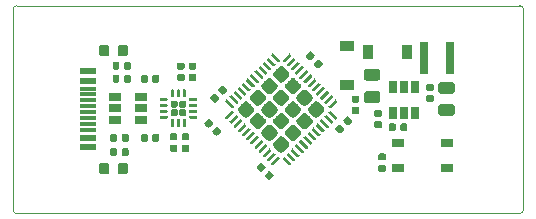
<source format=gtp>
G04 #@! TF.GenerationSoftware,KiCad,Pcbnew,5.1.0*
G04 #@! TF.CreationDate,2019-05-06T17:27:13+02:00*
G04 #@! TF.ProjectId,OtterPill,4f747465-7250-4696-9c6c-2e6b69636164,rev?*
G04 #@! TF.SameCoordinates,Original*
G04 #@! TF.FileFunction,Paste,Top*
G04 #@! TF.FilePolarity,Positive*
%FSLAX46Y46*%
G04 Gerber Fmt 4.6, Leading zero omitted, Abs format (unit mm)*
G04 Created by KiCad (PCBNEW 5.1.0) date 2019-05-06 17:27:13*
%MOMM*%
%LPD*%
G04 APERTURE LIST*
%ADD10C,0.050000*%
%ADD11R,0.900000X1.200000*%
%ADD12R,0.800000X2.700000*%
%ADD13R,1.050000X0.650000*%
%ADD14R,1.200000X0.900000*%
%ADD15C,0.100000*%
%ADD16C,0.590000*%
%ADD17C,0.250000*%
%ADD18C,0.580000*%
%ADD19R,0.650000X1.060000*%
%ADD20C,1.130000*%
%ADD21R,1.060000X0.650000*%
%ADD22R,1.450000X0.600000*%
%ADD23R,1.450000X0.300000*%
%ADD24C,0.875000*%
%ADD25C,0.975000*%
G04 APERTURE END LIST*
D10*
X63200000Y-37100000D02*
G75*
G02X62900000Y-37400000I-300000J0D01*
G01*
X62900000Y-19800000D02*
G75*
G02X63200000Y-20100000I0J-300000D01*
G01*
X20000000Y-20100000D02*
G75*
G02X20300000Y-19800000I300000J0D01*
G01*
X20300000Y-37400000D02*
G75*
G02X20000000Y-37100000I0J300000D01*
G01*
X20000000Y-37100000D02*
X20000000Y-20100000D01*
X62900000Y-37400000D02*
X20300000Y-37400000D01*
X63200000Y-20100000D02*
X63200000Y-37100000D01*
X20300000Y-19800000D02*
X62900000Y-19800000D01*
D11*
X50050000Y-23700000D03*
X53350000Y-23700000D03*
D12*
X57000000Y-24200000D03*
X54800000Y-24200000D03*
D13*
X52625000Y-31437000D03*
X56775000Y-31437000D03*
X52625000Y-33587000D03*
X56775000Y-33587000D03*
D14*
X48300000Y-23250000D03*
X48300000Y-26550000D03*
D15*
G36*
X33786958Y-31590710D02*
G01*
X33801276Y-31592834D01*
X33815317Y-31596351D01*
X33828946Y-31601228D01*
X33842031Y-31607417D01*
X33854447Y-31614858D01*
X33866073Y-31623481D01*
X33876798Y-31633202D01*
X33886519Y-31643927D01*
X33895142Y-31655553D01*
X33902583Y-31667969D01*
X33908772Y-31681054D01*
X33913649Y-31694683D01*
X33917166Y-31708724D01*
X33919290Y-31723042D01*
X33920000Y-31737500D01*
X33920000Y-32032500D01*
X33919290Y-32046958D01*
X33917166Y-32061276D01*
X33913649Y-32075317D01*
X33908772Y-32088946D01*
X33902583Y-32102031D01*
X33895142Y-32114447D01*
X33886519Y-32126073D01*
X33876798Y-32136798D01*
X33866073Y-32146519D01*
X33854447Y-32155142D01*
X33842031Y-32162583D01*
X33828946Y-32168772D01*
X33815317Y-32173649D01*
X33801276Y-32177166D01*
X33786958Y-32179290D01*
X33772500Y-32180000D01*
X33427500Y-32180000D01*
X33413042Y-32179290D01*
X33398724Y-32177166D01*
X33384683Y-32173649D01*
X33371054Y-32168772D01*
X33357969Y-32162583D01*
X33345553Y-32155142D01*
X33333927Y-32146519D01*
X33323202Y-32136798D01*
X33313481Y-32126073D01*
X33304858Y-32114447D01*
X33297417Y-32102031D01*
X33291228Y-32088946D01*
X33286351Y-32075317D01*
X33282834Y-32061276D01*
X33280710Y-32046958D01*
X33280000Y-32032500D01*
X33280000Y-31737500D01*
X33280710Y-31723042D01*
X33282834Y-31708724D01*
X33286351Y-31694683D01*
X33291228Y-31681054D01*
X33297417Y-31667969D01*
X33304858Y-31655553D01*
X33313481Y-31643927D01*
X33323202Y-31633202D01*
X33333927Y-31623481D01*
X33345553Y-31614858D01*
X33357969Y-31607417D01*
X33371054Y-31601228D01*
X33384683Y-31596351D01*
X33398724Y-31592834D01*
X33413042Y-31590710D01*
X33427500Y-31590000D01*
X33772500Y-31590000D01*
X33786958Y-31590710D01*
X33786958Y-31590710D01*
G37*
D16*
X33600000Y-31885000D03*
D15*
G36*
X33786958Y-30620710D02*
G01*
X33801276Y-30622834D01*
X33815317Y-30626351D01*
X33828946Y-30631228D01*
X33842031Y-30637417D01*
X33854447Y-30644858D01*
X33866073Y-30653481D01*
X33876798Y-30663202D01*
X33886519Y-30673927D01*
X33895142Y-30685553D01*
X33902583Y-30697969D01*
X33908772Y-30711054D01*
X33913649Y-30724683D01*
X33917166Y-30738724D01*
X33919290Y-30753042D01*
X33920000Y-30767500D01*
X33920000Y-31062500D01*
X33919290Y-31076958D01*
X33917166Y-31091276D01*
X33913649Y-31105317D01*
X33908772Y-31118946D01*
X33902583Y-31132031D01*
X33895142Y-31144447D01*
X33886519Y-31156073D01*
X33876798Y-31166798D01*
X33866073Y-31176519D01*
X33854447Y-31185142D01*
X33842031Y-31192583D01*
X33828946Y-31198772D01*
X33815317Y-31203649D01*
X33801276Y-31207166D01*
X33786958Y-31209290D01*
X33772500Y-31210000D01*
X33427500Y-31210000D01*
X33413042Y-31209290D01*
X33398724Y-31207166D01*
X33384683Y-31203649D01*
X33371054Y-31198772D01*
X33357969Y-31192583D01*
X33345553Y-31185142D01*
X33333927Y-31176519D01*
X33323202Y-31166798D01*
X33313481Y-31156073D01*
X33304858Y-31144447D01*
X33297417Y-31132031D01*
X33291228Y-31118946D01*
X33286351Y-31105317D01*
X33282834Y-31091276D01*
X33280710Y-31076958D01*
X33280000Y-31062500D01*
X33280000Y-30767500D01*
X33280710Y-30753042D01*
X33282834Y-30738724D01*
X33286351Y-30724683D01*
X33291228Y-30711054D01*
X33297417Y-30697969D01*
X33304858Y-30685553D01*
X33313481Y-30673927D01*
X33323202Y-30663202D01*
X33333927Y-30653481D01*
X33345553Y-30644858D01*
X33357969Y-30637417D01*
X33371054Y-30631228D01*
X33384683Y-30626351D01*
X33398724Y-30622834D01*
X33413042Y-30620710D01*
X33427500Y-30620000D01*
X33772500Y-30620000D01*
X33786958Y-30620710D01*
X33786958Y-30620710D01*
G37*
D16*
X33600000Y-30915000D03*
D15*
G36*
X45875083Y-24369883D02*
G01*
X45889401Y-24372007D01*
X45903442Y-24375524D01*
X45917071Y-24380401D01*
X45930156Y-24386590D01*
X45942572Y-24394031D01*
X45954198Y-24402654D01*
X45964923Y-24412375D01*
X46173519Y-24620971D01*
X46183240Y-24631696D01*
X46191863Y-24643322D01*
X46199304Y-24655738D01*
X46205493Y-24668823D01*
X46210370Y-24682452D01*
X46213887Y-24696493D01*
X46216011Y-24710811D01*
X46216721Y-24725269D01*
X46216011Y-24739727D01*
X46213887Y-24754045D01*
X46210370Y-24768086D01*
X46205493Y-24781715D01*
X46199304Y-24794800D01*
X46191863Y-24807216D01*
X46183240Y-24818842D01*
X46173519Y-24829567D01*
X45929567Y-25073519D01*
X45918842Y-25083240D01*
X45907216Y-25091863D01*
X45894800Y-25099304D01*
X45881715Y-25105493D01*
X45868086Y-25110370D01*
X45854045Y-25113887D01*
X45839727Y-25116011D01*
X45825269Y-25116721D01*
X45810811Y-25116011D01*
X45796493Y-25113887D01*
X45782452Y-25110370D01*
X45768823Y-25105493D01*
X45755738Y-25099304D01*
X45743322Y-25091863D01*
X45731696Y-25083240D01*
X45720971Y-25073519D01*
X45512375Y-24864923D01*
X45502654Y-24854198D01*
X45494031Y-24842572D01*
X45486590Y-24830156D01*
X45480401Y-24817071D01*
X45475524Y-24803442D01*
X45472007Y-24789401D01*
X45469883Y-24775083D01*
X45469173Y-24760625D01*
X45469883Y-24746167D01*
X45472007Y-24731849D01*
X45475524Y-24717808D01*
X45480401Y-24704179D01*
X45486590Y-24691094D01*
X45494031Y-24678678D01*
X45502654Y-24667052D01*
X45512375Y-24656327D01*
X45756327Y-24412375D01*
X45767052Y-24402654D01*
X45778678Y-24394031D01*
X45791094Y-24386590D01*
X45804179Y-24380401D01*
X45817808Y-24375524D01*
X45831849Y-24372007D01*
X45846167Y-24369883D01*
X45860625Y-24369173D01*
X45875083Y-24369883D01*
X45875083Y-24369883D01*
G37*
D16*
X45842947Y-24742947D03*
D15*
G36*
X45189189Y-23683989D02*
G01*
X45203507Y-23686113D01*
X45217548Y-23689630D01*
X45231177Y-23694507D01*
X45244262Y-23700696D01*
X45256678Y-23708137D01*
X45268304Y-23716760D01*
X45279029Y-23726481D01*
X45487625Y-23935077D01*
X45497346Y-23945802D01*
X45505969Y-23957428D01*
X45513410Y-23969844D01*
X45519599Y-23982929D01*
X45524476Y-23996558D01*
X45527993Y-24010599D01*
X45530117Y-24024917D01*
X45530827Y-24039375D01*
X45530117Y-24053833D01*
X45527993Y-24068151D01*
X45524476Y-24082192D01*
X45519599Y-24095821D01*
X45513410Y-24108906D01*
X45505969Y-24121322D01*
X45497346Y-24132948D01*
X45487625Y-24143673D01*
X45243673Y-24387625D01*
X45232948Y-24397346D01*
X45221322Y-24405969D01*
X45208906Y-24413410D01*
X45195821Y-24419599D01*
X45182192Y-24424476D01*
X45168151Y-24427993D01*
X45153833Y-24430117D01*
X45139375Y-24430827D01*
X45124917Y-24430117D01*
X45110599Y-24427993D01*
X45096558Y-24424476D01*
X45082929Y-24419599D01*
X45069844Y-24413410D01*
X45057428Y-24405969D01*
X45045802Y-24397346D01*
X45035077Y-24387625D01*
X44826481Y-24179029D01*
X44816760Y-24168304D01*
X44808137Y-24156678D01*
X44800696Y-24144262D01*
X44794507Y-24131177D01*
X44789630Y-24117548D01*
X44786113Y-24103507D01*
X44783989Y-24089189D01*
X44783279Y-24074731D01*
X44783989Y-24060273D01*
X44786113Y-24045955D01*
X44789630Y-24031914D01*
X44794507Y-24018285D01*
X44800696Y-24005200D01*
X44808137Y-23992784D01*
X44816760Y-23981158D01*
X44826481Y-23970433D01*
X45070433Y-23726481D01*
X45081158Y-23716760D01*
X45092784Y-23708137D01*
X45105200Y-23700696D01*
X45118285Y-23694507D01*
X45131914Y-23689630D01*
X45145955Y-23686113D01*
X45160273Y-23683989D01*
X45174731Y-23683279D01*
X45189189Y-23683989D01*
X45189189Y-23683989D01*
G37*
D16*
X45157053Y-24057053D03*
D15*
G36*
X34786958Y-31590710D02*
G01*
X34801276Y-31592834D01*
X34815317Y-31596351D01*
X34828946Y-31601228D01*
X34842031Y-31607417D01*
X34854447Y-31614858D01*
X34866073Y-31623481D01*
X34876798Y-31633202D01*
X34886519Y-31643927D01*
X34895142Y-31655553D01*
X34902583Y-31667969D01*
X34908772Y-31681054D01*
X34913649Y-31694683D01*
X34917166Y-31708724D01*
X34919290Y-31723042D01*
X34920000Y-31737500D01*
X34920000Y-32032500D01*
X34919290Y-32046958D01*
X34917166Y-32061276D01*
X34913649Y-32075317D01*
X34908772Y-32088946D01*
X34902583Y-32102031D01*
X34895142Y-32114447D01*
X34886519Y-32126073D01*
X34876798Y-32136798D01*
X34866073Y-32146519D01*
X34854447Y-32155142D01*
X34842031Y-32162583D01*
X34828946Y-32168772D01*
X34815317Y-32173649D01*
X34801276Y-32177166D01*
X34786958Y-32179290D01*
X34772500Y-32180000D01*
X34427500Y-32180000D01*
X34413042Y-32179290D01*
X34398724Y-32177166D01*
X34384683Y-32173649D01*
X34371054Y-32168772D01*
X34357969Y-32162583D01*
X34345553Y-32155142D01*
X34333927Y-32146519D01*
X34323202Y-32136798D01*
X34313481Y-32126073D01*
X34304858Y-32114447D01*
X34297417Y-32102031D01*
X34291228Y-32088946D01*
X34286351Y-32075317D01*
X34282834Y-32061276D01*
X34280710Y-32046958D01*
X34280000Y-32032500D01*
X34280000Y-31737500D01*
X34280710Y-31723042D01*
X34282834Y-31708724D01*
X34286351Y-31694683D01*
X34291228Y-31681054D01*
X34297417Y-31667969D01*
X34304858Y-31655553D01*
X34313481Y-31643927D01*
X34323202Y-31633202D01*
X34333927Y-31623481D01*
X34345553Y-31614858D01*
X34357969Y-31607417D01*
X34371054Y-31601228D01*
X34384683Y-31596351D01*
X34398724Y-31592834D01*
X34413042Y-31590710D01*
X34427500Y-31590000D01*
X34772500Y-31590000D01*
X34786958Y-31590710D01*
X34786958Y-31590710D01*
G37*
D16*
X34600000Y-31885000D03*
D15*
G36*
X34786958Y-30620710D02*
G01*
X34801276Y-30622834D01*
X34815317Y-30626351D01*
X34828946Y-30631228D01*
X34842031Y-30637417D01*
X34854447Y-30644858D01*
X34866073Y-30653481D01*
X34876798Y-30663202D01*
X34886519Y-30673927D01*
X34895142Y-30685553D01*
X34902583Y-30697969D01*
X34908772Y-30711054D01*
X34913649Y-30724683D01*
X34917166Y-30738724D01*
X34919290Y-30753042D01*
X34920000Y-30767500D01*
X34920000Y-31062500D01*
X34919290Y-31076958D01*
X34917166Y-31091276D01*
X34913649Y-31105317D01*
X34908772Y-31118946D01*
X34902583Y-31132031D01*
X34895142Y-31144447D01*
X34886519Y-31156073D01*
X34876798Y-31166798D01*
X34866073Y-31176519D01*
X34854447Y-31185142D01*
X34842031Y-31192583D01*
X34828946Y-31198772D01*
X34815317Y-31203649D01*
X34801276Y-31207166D01*
X34786958Y-31209290D01*
X34772500Y-31210000D01*
X34427500Y-31210000D01*
X34413042Y-31209290D01*
X34398724Y-31207166D01*
X34384683Y-31203649D01*
X34371054Y-31198772D01*
X34357969Y-31192583D01*
X34345553Y-31185142D01*
X34333927Y-31176519D01*
X34323202Y-31166798D01*
X34313481Y-31156073D01*
X34304858Y-31144447D01*
X34297417Y-31132031D01*
X34291228Y-31118946D01*
X34286351Y-31105317D01*
X34282834Y-31091276D01*
X34280710Y-31076958D01*
X34280000Y-31062500D01*
X34280000Y-30767500D01*
X34280710Y-30753042D01*
X34282834Y-30738724D01*
X34286351Y-30724683D01*
X34291228Y-30711054D01*
X34297417Y-30697969D01*
X34304858Y-30685553D01*
X34313481Y-30673927D01*
X34323202Y-30663202D01*
X34333927Y-30653481D01*
X34345553Y-30644858D01*
X34357969Y-30637417D01*
X34371054Y-30631228D01*
X34384683Y-30626351D01*
X34398724Y-30622834D01*
X34413042Y-30620710D01*
X34427500Y-30620000D01*
X34772500Y-30620000D01*
X34786958Y-30620710D01*
X34786958Y-30620710D01*
G37*
D16*
X34600000Y-30915000D03*
D15*
G36*
X37739727Y-26583989D02*
G01*
X37754045Y-26586113D01*
X37768086Y-26589630D01*
X37781715Y-26594507D01*
X37794800Y-26600696D01*
X37807216Y-26608137D01*
X37818842Y-26616760D01*
X37829567Y-26626481D01*
X38073519Y-26870433D01*
X38083240Y-26881158D01*
X38091863Y-26892784D01*
X38099304Y-26905200D01*
X38105493Y-26918285D01*
X38110370Y-26931914D01*
X38113887Y-26945955D01*
X38116011Y-26960273D01*
X38116721Y-26974731D01*
X38116011Y-26989189D01*
X38113887Y-27003507D01*
X38110370Y-27017548D01*
X38105493Y-27031177D01*
X38099304Y-27044262D01*
X38091863Y-27056678D01*
X38083240Y-27068304D01*
X38073519Y-27079029D01*
X37864923Y-27287625D01*
X37854198Y-27297346D01*
X37842572Y-27305969D01*
X37830156Y-27313410D01*
X37817071Y-27319599D01*
X37803442Y-27324476D01*
X37789401Y-27327993D01*
X37775083Y-27330117D01*
X37760625Y-27330827D01*
X37746167Y-27330117D01*
X37731849Y-27327993D01*
X37717808Y-27324476D01*
X37704179Y-27319599D01*
X37691094Y-27313410D01*
X37678678Y-27305969D01*
X37667052Y-27297346D01*
X37656327Y-27287625D01*
X37412375Y-27043673D01*
X37402654Y-27032948D01*
X37394031Y-27021322D01*
X37386590Y-27008906D01*
X37380401Y-26995821D01*
X37375524Y-26982192D01*
X37372007Y-26968151D01*
X37369883Y-26953833D01*
X37369173Y-26939375D01*
X37369883Y-26924917D01*
X37372007Y-26910599D01*
X37375524Y-26896558D01*
X37380401Y-26882929D01*
X37386590Y-26869844D01*
X37394031Y-26857428D01*
X37402654Y-26845802D01*
X37412375Y-26835077D01*
X37620971Y-26626481D01*
X37631696Y-26616760D01*
X37643322Y-26608137D01*
X37655738Y-26600696D01*
X37668823Y-26594507D01*
X37682452Y-26589630D01*
X37696493Y-26586113D01*
X37710811Y-26583989D01*
X37725269Y-26583279D01*
X37739727Y-26583989D01*
X37739727Y-26583989D01*
G37*
D16*
X37742947Y-26957053D03*
D15*
G36*
X37053833Y-27269883D02*
G01*
X37068151Y-27272007D01*
X37082192Y-27275524D01*
X37095821Y-27280401D01*
X37108906Y-27286590D01*
X37121322Y-27294031D01*
X37132948Y-27302654D01*
X37143673Y-27312375D01*
X37387625Y-27556327D01*
X37397346Y-27567052D01*
X37405969Y-27578678D01*
X37413410Y-27591094D01*
X37419599Y-27604179D01*
X37424476Y-27617808D01*
X37427993Y-27631849D01*
X37430117Y-27646167D01*
X37430827Y-27660625D01*
X37430117Y-27675083D01*
X37427993Y-27689401D01*
X37424476Y-27703442D01*
X37419599Y-27717071D01*
X37413410Y-27730156D01*
X37405969Y-27742572D01*
X37397346Y-27754198D01*
X37387625Y-27764923D01*
X37179029Y-27973519D01*
X37168304Y-27983240D01*
X37156678Y-27991863D01*
X37144262Y-27999304D01*
X37131177Y-28005493D01*
X37117548Y-28010370D01*
X37103507Y-28013887D01*
X37089189Y-28016011D01*
X37074731Y-28016721D01*
X37060273Y-28016011D01*
X37045955Y-28013887D01*
X37031914Y-28010370D01*
X37018285Y-28005493D01*
X37005200Y-27999304D01*
X36992784Y-27991863D01*
X36981158Y-27983240D01*
X36970433Y-27973519D01*
X36726481Y-27729567D01*
X36716760Y-27718842D01*
X36708137Y-27707216D01*
X36700696Y-27694800D01*
X36694507Y-27681715D01*
X36689630Y-27668086D01*
X36686113Y-27654045D01*
X36683989Y-27639727D01*
X36683279Y-27625269D01*
X36683989Y-27610811D01*
X36686113Y-27596493D01*
X36689630Y-27582452D01*
X36694507Y-27568823D01*
X36700696Y-27555738D01*
X36708137Y-27543322D01*
X36716760Y-27531696D01*
X36726481Y-27520971D01*
X36935077Y-27312375D01*
X36945802Y-27302654D01*
X36957428Y-27294031D01*
X36969844Y-27286590D01*
X36982929Y-27280401D01*
X36996558Y-27275524D01*
X37010599Y-27272007D01*
X37024917Y-27269883D01*
X37039375Y-27269173D01*
X37053833Y-27269883D01*
X37053833Y-27269883D01*
G37*
D16*
X37057053Y-27642947D03*
D15*
G36*
X41032136Y-33126936D02*
G01*
X41046454Y-33129060D01*
X41060495Y-33132577D01*
X41074124Y-33137454D01*
X41087209Y-33143643D01*
X41099625Y-33151084D01*
X41111251Y-33159707D01*
X41121976Y-33169428D01*
X41330572Y-33378024D01*
X41340293Y-33388749D01*
X41348916Y-33400375D01*
X41356357Y-33412791D01*
X41362546Y-33425876D01*
X41367423Y-33439505D01*
X41370940Y-33453546D01*
X41373064Y-33467864D01*
X41373774Y-33482322D01*
X41373064Y-33496780D01*
X41370940Y-33511098D01*
X41367423Y-33525139D01*
X41362546Y-33538768D01*
X41356357Y-33551853D01*
X41348916Y-33564269D01*
X41340293Y-33575895D01*
X41330572Y-33586620D01*
X41086620Y-33830572D01*
X41075895Y-33840293D01*
X41064269Y-33848916D01*
X41051853Y-33856357D01*
X41038768Y-33862546D01*
X41025139Y-33867423D01*
X41011098Y-33870940D01*
X40996780Y-33873064D01*
X40982322Y-33873774D01*
X40967864Y-33873064D01*
X40953546Y-33870940D01*
X40939505Y-33867423D01*
X40925876Y-33862546D01*
X40912791Y-33856357D01*
X40900375Y-33848916D01*
X40888749Y-33840293D01*
X40878024Y-33830572D01*
X40669428Y-33621976D01*
X40659707Y-33611251D01*
X40651084Y-33599625D01*
X40643643Y-33587209D01*
X40637454Y-33574124D01*
X40632577Y-33560495D01*
X40629060Y-33546454D01*
X40626936Y-33532136D01*
X40626226Y-33517678D01*
X40626936Y-33503220D01*
X40629060Y-33488902D01*
X40632577Y-33474861D01*
X40637454Y-33461232D01*
X40643643Y-33448147D01*
X40651084Y-33435731D01*
X40659707Y-33424105D01*
X40669428Y-33413380D01*
X40913380Y-33169428D01*
X40924105Y-33159707D01*
X40935731Y-33151084D01*
X40948147Y-33143643D01*
X40961232Y-33137454D01*
X40974861Y-33132577D01*
X40988902Y-33129060D01*
X41003220Y-33126936D01*
X41017678Y-33126226D01*
X41032136Y-33126936D01*
X41032136Y-33126936D01*
G37*
D16*
X41000000Y-33500000D03*
D15*
G36*
X41718030Y-33812830D02*
G01*
X41732348Y-33814954D01*
X41746389Y-33818471D01*
X41760018Y-33823348D01*
X41773103Y-33829537D01*
X41785519Y-33836978D01*
X41797145Y-33845601D01*
X41807870Y-33855322D01*
X42016466Y-34063918D01*
X42026187Y-34074643D01*
X42034810Y-34086269D01*
X42042251Y-34098685D01*
X42048440Y-34111770D01*
X42053317Y-34125399D01*
X42056834Y-34139440D01*
X42058958Y-34153758D01*
X42059668Y-34168216D01*
X42058958Y-34182674D01*
X42056834Y-34196992D01*
X42053317Y-34211033D01*
X42048440Y-34224662D01*
X42042251Y-34237747D01*
X42034810Y-34250163D01*
X42026187Y-34261789D01*
X42016466Y-34272514D01*
X41772514Y-34516466D01*
X41761789Y-34526187D01*
X41750163Y-34534810D01*
X41737747Y-34542251D01*
X41724662Y-34548440D01*
X41711033Y-34553317D01*
X41696992Y-34556834D01*
X41682674Y-34558958D01*
X41668216Y-34559668D01*
X41653758Y-34558958D01*
X41639440Y-34556834D01*
X41625399Y-34553317D01*
X41611770Y-34548440D01*
X41598685Y-34542251D01*
X41586269Y-34534810D01*
X41574643Y-34526187D01*
X41563918Y-34516466D01*
X41355322Y-34307870D01*
X41345601Y-34297145D01*
X41336978Y-34285519D01*
X41329537Y-34273103D01*
X41323348Y-34260018D01*
X41318471Y-34246389D01*
X41314954Y-34232348D01*
X41312830Y-34218030D01*
X41312120Y-34203572D01*
X41312830Y-34189114D01*
X41314954Y-34174796D01*
X41318471Y-34160755D01*
X41323348Y-34147126D01*
X41329537Y-34134041D01*
X41336978Y-34121625D01*
X41345601Y-34109999D01*
X41355322Y-34099274D01*
X41599274Y-33855322D01*
X41609999Y-33845601D01*
X41621625Y-33836978D01*
X41634041Y-33829537D01*
X41647126Y-33823348D01*
X41660755Y-33818471D01*
X41674796Y-33814954D01*
X41689114Y-33812830D01*
X41703572Y-33812120D01*
X41718030Y-33812830D01*
X41718030Y-33812830D01*
G37*
D16*
X41685894Y-34185894D03*
D15*
G36*
X47653833Y-29869883D02*
G01*
X47668151Y-29872007D01*
X47682192Y-29875524D01*
X47695821Y-29880401D01*
X47708906Y-29886590D01*
X47721322Y-29894031D01*
X47732948Y-29902654D01*
X47743673Y-29912375D01*
X47987625Y-30156327D01*
X47997346Y-30167052D01*
X48005969Y-30178678D01*
X48013410Y-30191094D01*
X48019599Y-30204179D01*
X48024476Y-30217808D01*
X48027993Y-30231849D01*
X48030117Y-30246167D01*
X48030827Y-30260625D01*
X48030117Y-30275083D01*
X48027993Y-30289401D01*
X48024476Y-30303442D01*
X48019599Y-30317071D01*
X48013410Y-30330156D01*
X48005969Y-30342572D01*
X47997346Y-30354198D01*
X47987625Y-30364923D01*
X47779029Y-30573519D01*
X47768304Y-30583240D01*
X47756678Y-30591863D01*
X47744262Y-30599304D01*
X47731177Y-30605493D01*
X47717548Y-30610370D01*
X47703507Y-30613887D01*
X47689189Y-30616011D01*
X47674731Y-30616721D01*
X47660273Y-30616011D01*
X47645955Y-30613887D01*
X47631914Y-30610370D01*
X47618285Y-30605493D01*
X47605200Y-30599304D01*
X47592784Y-30591863D01*
X47581158Y-30583240D01*
X47570433Y-30573519D01*
X47326481Y-30329567D01*
X47316760Y-30318842D01*
X47308137Y-30307216D01*
X47300696Y-30294800D01*
X47294507Y-30281715D01*
X47289630Y-30268086D01*
X47286113Y-30254045D01*
X47283989Y-30239727D01*
X47283279Y-30225269D01*
X47283989Y-30210811D01*
X47286113Y-30196493D01*
X47289630Y-30182452D01*
X47294507Y-30168823D01*
X47300696Y-30155738D01*
X47308137Y-30143322D01*
X47316760Y-30131696D01*
X47326481Y-30120971D01*
X47535077Y-29912375D01*
X47545802Y-29902654D01*
X47557428Y-29894031D01*
X47569844Y-29886590D01*
X47582929Y-29880401D01*
X47596558Y-29875524D01*
X47610599Y-29872007D01*
X47624917Y-29869883D01*
X47639375Y-29869173D01*
X47653833Y-29869883D01*
X47653833Y-29869883D01*
G37*
D16*
X47657053Y-30242947D03*
D15*
G36*
X48339727Y-29183989D02*
G01*
X48354045Y-29186113D01*
X48368086Y-29189630D01*
X48381715Y-29194507D01*
X48394800Y-29200696D01*
X48407216Y-29208137D01*
X48418842Y-29216760D01*
X48429567Y-29226481D01*
X48673519Y-29470433D01*
X48683240Y-29481158D01*
X48691863Y-29492784D01*
X48699304Y-29505200D01*
X48705493Y-29518285D01*
X48710370Y-29531914D01*
X48713887Y-29545955D01*
X48716011Y-29560273D01*
X48716721Y-29574731D01*
X48716011Y-29589189D01*
X48713887Y-29603507D01*
X48710370Y-29617548D01*
X48705493Y-29631177D01*
X48699304Y-29644262D01*
X48691863Y-29656678D01*
X48683240Y-29668304D01*
X48673519Y-29679029D01*
X48464923Y-29887625D01*
X48454198Y-29897346D01*
X48442572Y-29905969D01*
X48430156Y-29913410D01*
X48417071Y-29919599D01*
X48403442Y-29924476D01*
X48389401Y-29927993D01*
X48375083Y-29930117D01*
X48360625Y-29930827D01*
X48346167Y-29930117D01*
X48331849Y-29927993D01*
X48317808Y-29924476D01*
X48304179Y-29919599D01*
X48291094Y-29913410D01*
X48278678Y-29905969D01*
X48267052Y-29897346D01*
X48256327Y-29887625D01*
X48012375Y-29643673D01*
X48002654Y-29632948D01*
X47994031Y-29621322D01*
X47986590Y-29608906D01*
X47980401Y-29595821D01*
X47975524Y-29582192D01*
X47972007Y-29568151D01*
X47969883Y-29553833D01*
X47969173Y-29539375D01*
X47969883Y-29524917D01*
X47972007Y-29510599D01*
X47975524Y-29496558D01*
X47980401Y-29482929D01*
X47986590Y-29469844D01*
X47994031Y-29457428D01*
X48002654Y-29445802D01*
X48012375Y-29435077D01*
X48220971Y-29226481D01*
X48231696Y-29216760D01*
X48243322Y-29208137D01*
X48255738Y-29200696D01*
X48268823Y-29194507D01*
X48282452Y-29189630D01*
X48296493Y-29186113D01*
X48310811Y-29183989D01*
X48325269Y-29183279D01*
X48339727Y-29183989D01*
X48339727Y-29183989D01*
G37*
D16*
X48342947Y-29557053D03*
D15*
G36*
X55486958Y-26420710D02*
G01*
X55501276Y-26422834D01*
X55515317Y-26426351D01*
X55528946Y-26431228D01*
X55542031Y-26437417D01*
X55554447Y-26444858D01*
X55566073Y-26453481D01*
X55576798Y-26463202D01*
X55586519Y-26473927D01*
X55595142Y-26485553D01*
X55602583Y-26497969D01*
X55608772Y-26511054D01*
X55613649Y-26524683D01*
X55617166Y-26538724D01*
X55619290Y-26553042D01*
X55620000Y-26567500D01*
X55620000Y-26862500D01*
X55619290Y-26876958D01*
X55617166Y-26891276D01*
X55613649Y-26905317D01*
X55608772Y-26918946D01*
X55602583Y-26932031D01*
X55595142Y-26944447D01*
X55586519Y-26956073D01*
X55576798Y-26966798D01*
X55566073Y-26976519D01*
X55554447Y-26985142D01*
X55542031Y-26992583D01*
X55528946Y-26998772D01*
X55515317Y-27003649D01*
X55501276Y-27007166D01*
X55486958Y-27009290D01*
X55472500Y-27010000D01*
X55127500Y-27010000D01*
X55113042Y-27009290D01*
X55098724Y-27007166D01*
X55084683Y-27003649D01*
X55071054Y-26998772D01*
X55057969Y-26992583D01*
X55045553Y-26985142D01*
X55033927Y-26976519D01*
X55023202Y-26966798D01*
X55013481Y-26956073D01*
X55004858Y-26944447D01*
X54997417Y-26932031D01*
X54991228Y-26918946D01*
X54986351Y-26905317D01*
X54982834Y-26891276D01*
X54980710Y-26876958D01*
X54980000Y-26862500D01*
X54980000Y-26567500D01*
X54980710Y-26553042D01*
X54982834Y-26538724D01*
X54986351Y-26524683D01*
X54991228Y-26511054D01*
X54997417Y-26497969D01*
X55004858Y-26485553D01*
X55013481Y-26473927D01*
X55023202Y-26463202D01*
X55033927Y-26453481D01*
X55045553Y-26444858D01*
X55057969Y-26437417D01*
X55071054Y-26431228D01*
X55084683Y-26426351D01*
X55098724Y-26422834D01*
X55113042Y-26420710D01*
X55127500Y-26420000D01*
X55472500Y-26420000D01*
X55486958Y-26420710D01*
X55486958Y-26420710D01*
G37*
D16*
X55300000Y-26715000D03*
D15*
G36*
X55486958Y-27390710D02*
G01*
X55501276Y-27392834D01*
X55515317Y-27396351D01*
X55528946Y-27401228D01*
X55542031Y-27407417D01*
X55554447Y-27414858D01*
X55566073Y-27423481D01*
X55576798Y-27433202D01*
X55586519Y-27443927D01*
X55595142Y-27455553D01*
X55602583Y-27467969D01*
X55608772Y-27481054D01*
X55613649Y-27494683D01*
X55617166Y-27508724D01*
X55619290Y-27523042D01*
X55620000Y-27537500D01*
X55620000Y-27832500D01*
X55619290Y-27846958D01*
X55617166Y-27861276D01*
X55613649Y-27875317D01*
X55608772Y-27888946D01*
X55602583Y-27902031D01*
X55595142Y-27914447D01*
X55586519Y-27926073D01*
X55576798Y-27936798D01*
X55566073Y-27946519D01*
X55554447Y-27955142D01*
X55542031Y-27962583D01*
X55528946Y-27968772D01*
X55515317Y-27973649D01*
X55501276Y-27977166D01*
X55486958Y-27979290D01*
X55472500Y-27980000D01*
X55127500Y-27980000D01*
X55113042Y-27979290D01*
X55098724Y-27977166D01*
X55084683Y-27973649D01*
X55071054Y-27968772D01*
X55057969Y-27962583D01*
X55045553Y-27955142D01*
X55033927Y-27946519D01*
X55023202Y-27936798D01*
X55013481Y-27926073D01*
X55004858Y-27914447D01*
X54997417Y-27902031D01*
X54991228Y-27888946D01*
X54986351Y-27875317D01*
X54982834Y-27861276D01*
X54980710Y-27846958D01*
X54980000Y-27832500D01*
X54980000Y-27537500D01*
X54980710Y-27523042D01*
X54982834Y-27508724D01*
X54986351Y-27494683D01*
X54991228Y-27481054D01*
X54997417Y-27467969D01*
X55004858Y-27455553D01*
X55013481Y-27443927D01*
X55023202Y-27433202D01*
X55033927Y-27423481D01*
X55045553Y-27414858D01*
X55057969Y-27407417D01*
X55071054Y-27401228D01*
X55084683Y-27396351D01*
X55098724Y-27392834D01*
X55113042Y-27390710D01*
X55127500Y-27390000D01*
X55472500Y-27390000D01*
X55486958Y-27390710D01*
X55486958Y-27390710D01*
G37*
D16*
X55300000Y-27685000D03*
D15*
G36*
X49186958Y-28390710D02*
G01*
X49201276Y-28392834D01*
X49215317Y-28396351D01*
X49228946Y-28401228D01*
X49242031Y-28407417D01*
X49254447Y-28414858D01*
X49266073Y-28423481D01*
X49276798Y-28433202D01*
X49286519Y-28443927D01*
X49295142Y-28455553D01*
X49302583Y-28467969D01*
X49308772Y-28481054D01*
X49313649Y-28494683D01*
X49317166Y-28508724D01*
X49319290Y-28523042D01*
X49320000Y-28537500D01*
X49320000Y-28832500D01*
X49319290Y-28846958D01*
X49317166Y-28861276D01*
X49313649Y-28875317D01*
X49308772Y-28888946D01*
X49302583Y-28902031D01*
X49295142Y-28914447D01*
X49286519Y-28926073D01*
X49276798Y-28936798D01*
X49266073Y-28946519D01*
X49254447Y-28955142D01*
X49242031Y-28962583D01*
X49228946Y-28968772D01*
X49215317Y-28973649D01*
X49201276Y-28977166D01*
X49186958Y-28979290D01*
X49172500Y-28980000D01*
X48827500Y-28980000D01*
X48813042Y-28979290D01*
X48798724Y-28977166D01*
X48784683Y-28973649D01*
X48771054Y-28968772D01*
X48757969Y-28962583D01*
X48745553Y-28955142D01*
X48733927Y-28946519D01*
X48723202Y-28936798D01*
X48713481Y-28926073D01*
X48704858Y-28914447D01*
X48697417Y-28902031D01*
X48691228Y-28888946D01*
X48686351Y-28875317D01*
X48682834Y-28861276D01*
X48680710Y-28846958D01*
X48680000Y-28832500D01*
X48680000Y-28537500D01*
X48680710Y-28523042D01*
X48682834Y-28508724D01*
X48686351Y-28494683D01*
X48691228Y-28481054D01*
X48697417Y-28467969D01*
X48704858Y-28455553D01*
X48713481Y-28443927D01*
X48723202Y-28433202D01*
X48733927Y-28423481D01*
X48745553Y-28414858D01*
X48757969Y-28407417D01*
X48771054Y-28401228D01*
X48784683Y-28396351D01*
X48798724Y-28392834D01*
X48813042Y-28390710D01*
X48827500Y-28390000D01*
X49172500Y-28390000D01*
X49186958Y-28390710D01*
X49186958Y-28390710D01*
G37*
D16*
X49000000Y-28685000D03*
D15*
G36*
X49186958Y-27420710D02*
G01*
X49201276Y-27422834D01*
X49215317Y-27426351D01*
X49228946Y-27431228D01*
X49242031Y-27437417D01*
X49254447Y-27444858D01*
X49266073Y-27453481D01*
X49276798Y-27463202D01*
X49286519Y-27473927D01*
X49295142Y-27485553D01*
X49302583Y-27497969D01*
X49308772Y-27511054D01*
X49313649Y-27524683D01*
X49317166Y-27538724D01*
X49319290Y-27553042D01*
X49320000Y-27567500D01*
X49320000Y-27862500D01*
X49319290Y-27876958D01*
X49317166Y-27891276D01*
X49313649Y-27905317D01*
X49308772Y-27918946D01*
X49302583Y-27932031D01*
X49295142Y-27944447D01*
X49286519Y-27956073D01*
X49276798Y-27966798D01*
X49266073Y-27976519D01*
X49254447Y-27985142D01*
X49242031Y-27992583D01*
X49228946Y-27998772D01*
X49215317Y-28003649D01*
X49201276Y-28007166D01*
X49186958Y-28009290D01*
X49172500Y-28010000D01*
X48827500Y-28010000D01*
X48813042Y-28009290D01*
X48798724Y-28007166D01*
X48784683Y-28003649D01*
X48771054Y-27998772D01*
X48757969Y-27992583D01*
X48745553Y-27985142D01*
X48733927Y-27976519D01*
X48723202Y-27966798D01*
X48713481Y-27956073D01*
X48704858Y-27944447D01*
X48697417Y-27932031D01*
X48691228Y-27918946D01*
X48686351Y-27905317D01*
X48682834Y-27891276D01*
X48680710Y-27876958D01*
X48680000Y-27862500D01*
X48680000Y-27567500D01*
X48680710Y-27553042D01*
X48682834Y-27538724D01*
X48686351Y-27524683D01*
X48691228Y-27511054D01*
X48697417Y-27497969D01*
X48704858Y-27485553D01*
X48713481Y-27473927D01*
X48723202Y-27463202D01*
X48733927Y-27453481D01*
X48745553Y-27444858D01*
X48757969Y-27437417D01*
X48771054Y-27431228D01*
X48784683Y-27426351D01*
X48798724Y-27422834D01*
X48813042Y-27420710D01*
X48827500Y-27420000D01*
X49172500Y-27420000D01*
X49186958Y-27420710D01*
X49186958Y-27420710D01*
G37*
D16*
X49000000Y-27715000D03*
D15*
G36*
X37275083Y-30069883D02*
G01*
X37289401Y-30072007D01*
X37303442Y-30075524D01*
X37317071Y-30080401D01*
X37330156Y-30086590D01*
X37342572Y-30094031D01*
X37354198Y-30102654D01*
X37364923Y-30112375D01*
X37573519Y-30320971D01*
X37583240Y-30331696D01*
X37591863Y-30343322D01*
X37599304Y-30355738D01*
X37605493Y-30368823D01*
X37610370Y-30382452D01*
X37613887Y-30396493D01*
X37616011Y-30410811D01*
X37616721Y-30425269D01*
X37616011Y-30439727D01*
X37613887Y-30454045D01*
X37610370Y-30468086D01*
X37605493Y-30481715D01*
X37599304Y-30494800D01*
X37591863Y-30507216D01*
X37583240Y-30518842D01*
X37573519Y-30529567D01*
X37329567Y-30773519D01*
X37318842Y-30783240D01*
X37307216Y-30791863D01*
X37294800Y-30799304D01*
X37281715Y-30805493D01*
X37268086Y-30810370D01*
X37254045Y-30813887D01*
X37239727Y-30816011D01*
X37225269Y-30816721D01*
X37210811Y-30816011D01*
X37196493Y-30813887D01*
X37182452Y-30810370D01*
X37168823Y-30805493D01*
X37155738Y-30799304D01*
X37143322Y-30791863D01*
X37131696Y-30783240D01*
X37120971Y-30773519D01*
X36912375Y-30564923D01*
X36902654Y-30554198D01*
X36894031Y-30542572D01*
X36886590Y-30530156D01*
X36880401Y-30517071D01*
X36875524Y-30503442D01*
X36872007Y-30489401D01*
X36869883Y-30475083D01*
X36869173Y-30460625D01*
X36869883Y-30446167D01*
X36872007Y-30431849D01*
X36875524Y-30417808D01*
X36880401Y-30404179D01*
X36886590Y-30391094D01*
X36894031Y-30378678D01*
X36902654Y-30367052D01*
X36912375Y-30356327D01*
X37156327Y-30112375D01*
X37167052Y-30102654D01*
X37178678Y-30094031D01*
X37191094Y-30086590D01*
X37204179Y-30080401D01*
X37217808Y-30075524D01*
X37231849Y-30072007D01*
X37246167Y-30069883D01*
X37260625Y-30069173D01*
X37275083Y-30069883D01*
X37275083Y-30069883D01*
G37*
D16*
X37242947Y-30442947D03*
D15*
G36*
X36589189Y-29383989D02*
G01*
X36603507Y-29386113D01*
X36617548Y-29389630D01*
X36631177Y-29394507D01*
X36644262Y-29400696D01*
X36656678Y-29408137D01*
X36668304Y-29416760D01*
X36679029Y-29426481D01*
X36887625Y-29635077D01*
X36897346Y-29645802D01*
X36905969Y-29657428D01*
X36913410Y-29669844D01*
X36919599Y-29682929D01*
X36924476Y-29696558D01*
X36927993Y-29710599D01*
X36930117Y-29724917D01*
X36930827Y-29739375D01*
X36930117Y-29753833D01*
X36927993Y-29768151D01*
X36924476Y-29782192D01*
X36919599Y-29795821D01*
X36913410Y-29808906D01*
X36905969Y-29821322D01*
X36897346Y-29832948D01*
X36887625Y-29843673D01*
X36643673Y-30087625D01*
X36632948Y-30097346D01*
X36621322Y-30105969D01*
X36608906Y-30113410D01*
X36595821Y-30119599D01*
X36582192Y-30124476D01*
X36568151Y-30127993D01*
X36553833Y-30130117D01*
X36539375Y-30130827D01*
X36524917Y-30130117D01*
X36510599Y-30127993D01*
X36496558Y-30124476D01*
X36482929Y-30119599D01*
X36469844Y-30113410D01*
X36457428Y-30105969D01*
X36445802Y-30097346D01*
X36435077Y-30087625D01*
X36226481Y-29879029D01*
X36216760Y-29868304D01*
X36208137Y-29856678D01*
X36200696Y-29844262D01*
X36194507Y-29831177D01*
X36189630Y-29817548D01*
X36186113Y-29803507D01*
X36183989Y-29789189D01*
X36183279Y-29774731D01*
X36183989Y-29760273D01*
X36186113Y-29745955D01*
X36189630Y-29731914D01*
X36194507Y-29718285D01*
X36200696Y-29705200D01*
X36208137Y-29692784D01*
X36216760Y-29681158D01*
X36226481Y-29670433D01*
X36470433Y-29426481D01*
X36481158Y-29416760D01*
X36492784Y-29408137D01*
X36505200Y-29400696D01*
X36518285Y-29394507D01*
X36531914Y-29389630D01*
X36545955Y-29386113D01*
X36560273Y-29383989D01*
X36574731Y-29383279D01*
X36589189Y-29383989D01*
X36589189Y-29383989D01*
G37*
D16*
X36557053Y-29757053D03*
D15*
G36*
X34386958Y-25590710D02*
G01*
X34401276Y-25592834D01*
X34415317Y-25596351D01*
X34428946Y-25601228D01*
X34442031Y-25607417D01*
X34454447Y-25614858D01*
X34466073Y-25623481D01*
X34476798Y-25633202D01*
X34486519Y-25643927D01*
X34495142Y-25655553D01*
X34502583Y-25667969D01*
X34508772Y-25681054D01*
X34513649Y-25694683D01*
X34517166Y-25708724D01*
X34519290Y-25723042D01*
X34520000Y-25737500D01*
X34520000Y-26032500D01*
X34519290Y-26046958D01*
X34517166Y-26061276D01*
X34513649Y-26075317D01*
X34508772Y-26088946D01*
X34502583Y-26102031D01*
X34495142Y-26114447D01*
X34486519Y-26126073D01*
X34476798Y-26136798D01*
X34466073Y-26146519D01*
X34454447Y-26155142D01*
X34442031Y-26162583D01*
X34428946Y-26168772D01*
X34415317Y-26173649D01*
X34401276Y-26177166D01*
X34386958Y-26179290D01*
X34372500Y-26180000D01*
X34027500Y-26180000D01*
X34013042Y-26179290D01*
X33998724Y-26177166D01*
X33984683Y-26173649D01*
X33971054Y-26168772D01*
X33957969Y-26162583D01*
X33945553Y-26155142D01*
X33933927Y-26146519D01*
X33923202Y-26136798D01*
X33913481Y-26126073D01*
X33904858Y-26114447D01*
X33897417Y-26102031D01*
X33891228Y-26088946D01*
X33886351Y-26075317D01*
X33882834Y-26061276D01*
X33880710Y-26046958D01*
X33880000Y-26032500D01*
X33880000Y-25737500D01*
X33880710Y-25723042D01*
X33882834Y-25708724D01*
X33886351Y-25694683D01*
X33891228Y-25681054D01*
X33897417Y-25667969D01*
X33904858Y-25655553D01*
X33913481Y-25643927D01*
X33923202Y-25633202D01*
X33933927Y-25623481D01*
X33945553Y-25614858D01*
X33957969Y-25607417D01*
X33971054Y-25601228D01*
X33984683Y-25596351D01*
X33998724Y-25592834D01*
X34013042Y-25590710D01*
X34027500Y-25590000D01*
X34372500Y-25590000D01*
X34386958Y-25590710D01*
X34386958Y-25590710D01*
G37*
D16*
X34200000Y-25885000D03*
D15*
G36*
X34386958Y-24620710D02*
G01*
X34401276Y-24622834D01*
X34415317Y-24626351D01*
X34428946Y-24631228D01*
X34442031Y-24637417D01*
X34454447Y-24644858D01*
X34466073Y-24653481D01*
X34476798Y-24663202D01*
X34486519Y-24673927D01*
X34495142Y-24685553D01*
X34502583Y-24697969D01*
X34508772Y-24711054D01*
X34513649Y-24724683D01*
X34517166Y-24738724D01*
X34519290Y-24753042D01*
X34520000Y-24767500D01*
X34520000Y-25062500D01*
X34519290Y-25076958D01*
X34517166Y-25091276D01*
X34513649Y-25105317D01*
X34508772Y-25118946D01*
X34502583Y-25132031D01*
X34495142Y-25144447D01*
X34486519Y-25156073D01*
X34476798Y-25166798D01*
X34466073Y-25176519D01*
X34454447Y-25185142D01*
X34442031Y-25192583D01*
X34428946Y-25198772D01*
X34415317Y-25203649D01*
X34401276Y-25207166D01*
X34386958Y-25209290D01*
X34372500Y-25210000D01*
X34027500Y-25210000D01*
X34013042Y-25209290D01*
X33998724Y-25207166D01*
X33984683Y-25203649D01*
X33971054Y-25198772D01*
X33957969Y-25192583D01*
X33945553Y-25185142D01*
X33933927Y-25176519D01*
X33923202Y-25166798D01*
X33913481Y-25156073D01*
X33904858Y-25144447D01*
X33897417Y-25132031D01*
X33891228Y-25118946D01*
X33886351Y-25105317D01*
X33882834Y-25091276D01*
X33880710Y-25076958D01*
X33880000Y-25062500D01*
X33880000Y-24767500D01*
X33880710Y-24753042D01*
X33882834Y-24738724D01*
X33886351Y-24724683D01*
X33891228Y-24711054D01*
X33897417Y-24697969D01*
X33904858Y-24685553D01*
X33913481Y-24673927D01*
X33923202Y-24663202D01*
X33933927Y-24653481D01*
X33945553Y-24644858D01*
X33957969Y-24637417D01*
X33971054Y-24631228D01*
X33984683Y-24626351D01*
X33998724Y-24622834D01*
X34013042Y-24620710D01*
X34027500Y-24620000D01*
X34372500Y-24620000D01*
X34386958Y-24620710D01*
X34386958Y-24620710D01*
G37*
D16*
X34200000Y-24915000D03*
D15*
G36*
X35386958Y-25590709D02*
G01*
X35401276Y-25592833D01*
X35415317Y-25596350D01*
X35428946Y-25601227D01*
X35442031Y-25607416D01*
X35454447Y-25614857D01*
X35466073Y-25623480D01*
X35476798Y-25633201D01*
X35486519Y-25643926D01*
X35495142Y-25655552D01*
X35502583Y-25667968D01*
X35508772Y-25681053D01*
X35513649Y-25694682D01*
X35517166Y-25708723D01*
X35519290Y-25723041D01*
X35520000Y-25737499D01*
X35520000Y-26032499D01*
X35519290Y-26046957D01*
X35517166Y-26061275D01*
X35513649Y-26075316D01*
X35508772Y-26088945D01*
X35502583Y-26102030D01*
X35495142Y-26114446D01*
X35486519Y-26126072D01*
X35476798Y-26136797D01*
X35466073Y-26146518D01*
X35454447Y-26155141D01*
X35442031Y-26162582D01*
X35428946Y-26168771D01*
X35415317Y-26173648D01*
X35401276Y-26177165D01*
X35386958Y-26179289D01*
X35372500Y-26179999D01*
X35027500Y-26179999D01*
X35013042Y-26179289D01*
X34998724Y-26177165D01*
X34984683Y-26173648D01*
X34971054Y-26168771D01*
X34957969Y-26162582D01*
X34945553Y-26155141D01*
X34933927Y-26146518D01*
X34923202Y-26136797D01*
X34913481Y-26126072D01*
X34904858Y-26114446D01*
X34897417Y-26102030D01*
X34891228Y-26088945D01*
X34886351Y-26075316D01*
X34882834Y-26061275D01*
X34880710Y-26046957D01*
X34880000Y-26032499D01*
X34880000Y-25737499D01*
X34880710Y-25723041D01*
X34882834Y-25708723D01*
X34886351Y-25694682D01*
X34891228Y-25681053D01*
X34897417Y-25667968D01*
X34904858Y-25655552D01*
X34913481Y-25643926D01*
X34923202Y-25633201D01*
X34933927Y-25623480D01*
X34945553Y-25614857D01*
X34957969Y-25607416D01*
X34971054Y-25601227D01*
X34984683Y-25596350D01*
X34998724Y-25592833D01*
X35013042Y-25590709D01*
X35027500Y-25589999D01*
X35372500Y-25589999D01*
X35386958Y-25590709D01*
X35386958Y-25590709D01*
G37*
D16*
X35200000Y-25884999D03*
D15*
G36*
X35386958Y-24620709D02*
G01*
X35401276Y-24622833D01*
X35415317Y-24626350D01*
X35428946Y-24631227D01*
X35442031Y-24637416D01*
X35454447Y-24644857D01*
X35466073Y-24653480D01*
X35476798Y-24663201D01*
X35486519Y-24673926D01*
X35495142Y-24685552D01*
X35502583Y-24697968D01*
X35508772Y-24711053D01*
X35513649Y-24724682D01*
X35517166Y-24738723D01*
X35519290Y-24753041D01*
X35520000Y-24767499D01*
X35520000Y-25062499D01*
X35519290Y-25076957D01*
X35517166Y-25091275D01*
X35513649Y-25105316D01*
X35508772Y-25118945D01*
X35502583Y-25132030D01*
X35495142Y-25144446D01*
X35486519Y-25156072D01*
X35476798Y-25166797D01*
X35466073Y-25176518D01*
X35454447Y-25185141D01*
X35442031Y-25192582D01*
X35428946Y-25198771D01*
X35415317Y-25203648D01*
X35401276Y-25207165D01*
X35386958Y-25209289D01*
X35372500Y-25209999D01*
X35027500Y-25209999D01*
X35013042Y-25209289D01*
X34998724Y-25207165D01*
X34984683Y-25203648D01*
X34971054Y-25198771D01*
X34957969Y-25192582D01*
X34945553Y-25185141D01*
X34933927Y-25176518D01*
X34923202Y-25166797D01*
X34913481Y-25156072D01*
X34904858Y-25144446D01*
X34897417Y-25132030D01*
X34891228Y-25118945D01*
X34886351Y-25105316D01*
X34882834Y-25091275D01*
X34880710Y-25076957D01*
X34880000Y-25062499D01*
X34880000Y-24767499D01*
X34880710Y-24753041D01*
X34882834Y-24738723D01*
X34886351Y-24724682D01*
X34891228Y-24711053D01*
X34897417Y-24697968D01*
X34904858Y-24685552D01*
X34913481Y-24673926D01*
X34923202Y-24663201D01*
X34933927Y-24653480D01*
X34945553Y-24644857D01*
X34957969Y-24637416D01*
X34971054Y-24631227D01*
X34984683Y-24626350D01*
X34998724Y-24622833D01*
X35013042Y-24620709D01*
X35027500Y-24619999D01*
X35372500Y-24619999D01*
X35386958Y-24620709D01*
X35386958Y-24620709D01*
G37*
D16*
X35200000Y-24914999D03*
D15*
G36*
X32246958Y-30680710D02*
G01*
X32261276Y-30682834D01*
X32275317Y-30686351D01*
X32288946Y-30691228D01*
X32302031Y-30697417D01*
X32314447Y-30704858D01*
X32326073Y-30713481D01*
X32336798Y-30723202D01*
X32346519Y-30733927D01*
X32355142Y-30745553D01*
X32362583Y-30757969D01*
X32368772Y-30771054D01*
X32373649Y-30784683D01*
X32377166Y-30798724D01*
X32379290Y-30813042D01*
X32380000Y-30827500D01*
X32380000Y-31172500D01*
X32379290Y-31186958D01*
X32377166Y-31201276D01*
X32373649Y-31215317D01*
X32368772Y-31228946D01*
X32362583Y-31242031D01*
X32355142Y-31254447D01*
X32346519Y-31266073D01*
X32336798Y-31276798D01*
X32326073Y-31286519D01*
X32314447Y-31295142D01*
X32302031Y-31302583D01*
X32288946Y-31308772D01*
X32275317Y-31313649D01*
X32261276Y-31317166D01*
X32246958Y-31319290D01*
X32232500Y-31320000D01*
X31937500Y-31320000D01*
X31923042Y-31319290D01*
X31908724Y-31317166D01*
X31894683Y-31313649D01*
X31881054Y-31308772D01*
X31867969Y-31302583D01*
X31855553Y-31295142D01*
X31843927Y-31286519D01*
X31833202Y-31276798D01*
X31823481Y-31266073D01*
X31814858Y-31254447D01*
X31807417Y-31242031D01*
X31801228Y-31228946D01*
X31796351Y-31215317D01*
X31792834Y-31201276D01*
X31790710Y-31186958D01*
X31790000Y-31172500D01*
X31790000Y-30827500D01*
X31790710Y-30813042D01*
X31792834Y-30798724D01*
X31796351Y-30784683D01*
X31801228Y-30771054D01*
X31807417Y-30757969D01*
X31814858Y-30745553D01*
X31823481Y-30733927D01*
X31833202Y-30723202D01*
X31843927Y-30713481D01*
X31855553Y-30704858D01*
X31867969Y-30697417D01*
X31881054Y-30691228D01*
X31894683Y-30686351D01*
X31908724Y-30682834D01*
X31923042Y-30680710D01*
X31937500Y-30680000D01*
X32232500Y-30680000D01*
X32246958Y-30680710D01*
X32246958Y-30680710D01*
G37*
D16*
X32085000Y-31000000D03*
D15*
G36*
X31276958Y-30680710D02*
G01*
X31291276Y-30682834D01*
X31305317Y-30686351D01*
X31318946Y-30691228D01*
X31332031Y-30697417D01*
X31344447Y-30704858D01*
X31356073Y-30713481D01*
X31366798Y-30723202D01*
X31376519Y-30733927D01*
X31385142Y-30745553D01*
X31392583Y-30757969D01*
X31398772Y-30771054D01*
X31403649Y-30784683D01*
X31407166Y-30798724D01*
X31409290Y-30813042D01*
X31410000Y-30827500D01*
X31410000Y-31172500D01*
X31409290Y-31186958D01*
X31407166Y-31201276D01*
X31403649Y-31215317D01*
X31398772Y-31228946D01*
X31392583Y-31242031D01*
X31385142Y-31254447D01*
X31376519Y-31266073D01*
X31366798Y-31276798D01*
X31356073Y-31286519D01*
X31344447Y-31295142D01*
X31332031Y-31302583D01*
X31318946Y-31308772D01*
X31305317Y-31313649D01*
X31291276Y-31317166D01*
X31276958Y-31319290D01*
X31262500Y-31320000D01*
X30967500Y-31320000D01*
X30953042Y-31319290D01*
X30938724Y-31317166D01*
X30924683Y-31313649D01*
X30911054Y-31308772D01*
X30897969Y-31302583D01*
X30885553Y-31295142D01*
X30873927Y-31286519D01*
X30863202Y-31276798D01*
X30853481Y-31266073D01*
X30844858Y-31254447D01*
X30837417Y-31242031D01*
X30831228Y-31228946D01*
X30826351Y-31215317D01*
X30822834Y-31201276D01*
X30820710Y-31186958D01*
X30820000Y-31172500D01*
X30820000Y-30827500D01*
X30820710Y-30813042D01*
X30822834Y-30798724D01*
X30826351Y-30784683D01*
X30831228Y-30771054D01*
X30837417Y-30757969D01*
X30844858Y-30745553D01*
X30853481Y-30733927D01*
X30863202Y-30723202D01*
X30873927Y-30713481D01*
X30885553Y-30704858D01*
X30897969Y-30697417D01*
X30911054Y-30691228D01*
X30924683Y-30686351D01*
X30938724Y-30682834D01*
X30953042Y-30680710D01*
X30967500Y-30680000D01*
X31262500Y-30680000D01*
X31276958Y-30680710D01*
X31276958Y-30680710D01*
G37*
D16*
X31115000Y-31000000D03*
D15*
G36*
X32246958Y-25680710D02*
G01*
X32261276Y-25682834D01*
X32275317Y-25686351D01*
X32288946Y-25691228D01*
X32302031Y-25697417D01*
X32314447Y-25704858D01*
X32326073Y-25713481D01*
X32336798Y-25723202D01*
X32346519Y-25733927D01*
X32355142Y-25745553D01*
X32362583Y-25757969D01*
X32368772Y-25771054D01*
X32373649Y-25784683D01*
X32377166Y-25798724D01*
X32379290Y-25813042D01*
X32380000Y-25827500D01*
X32380000Y-26172500D01*
X32379290Y-26186958D01*
X32377166Y-26201276D01*
X32373649Y-26215317D01*
X32368772Y-26228946D01*
X32362583Y-26242031D01*
X32355142Y-26254447D01*
X32346519Y-26266073D01*
X32336798Y-26276798D01*
X32326073Y-26286519D01*
X32314447Y-26295142D01*
X32302031Y-26302583D01*
X32288946Y-26308772D01*
X32275317Y-26313649D01*
X32261276Y-26317166D01*
X32246958Y-26319290D01*
X32232500Y-26320000D01*
X31937500Y-26320000D01*
X31923042Y-26319290D01*
X31908724Y-26317166D01*
X31894683Y-26313649D01*
X31881054Y-26308772D01*
X31867969Y-26302583D01*
X31855553Y-26295142D01*
X31843927Y-26286519D01*
X31833202Y-26276798D01*
X31823481Y-26266073D01*
X31814858Y-26254447D01*
X31807417Y-26242031D01*
X31801228Y-26228946D01*
X31796351Y-26215317D01*
X31792834Y-26201276D01*
X31790710Y-26186958D01*
X31790000Y-26172500D01*
X31790000Y-25827500D01*
X31790710Y-25813042D01*
X31792834Y-25798724D01*
X31796351Y-25784683D01*
X31801228Y-25771054D01*
X31807417Y-25757969D01*
X31814858Y-25745553D01*
X31823481Y-25733927D01*
X31833202Y-25723202D01*
X31843927Y-25713481D01*
X31855553Y-25704858D01*
X31867969Y-25697417D01*
X31881054Y-25691228D01*
X31894683Y-25686351D01*
X31908724Y-25682834D01*
X31923042Y-25680710D01*
X31937500Y-25680000D01*
X32232500Y-25680000D01*
X32246958Y-25680710D01*
X32246958Y-25680710D01*
G37*
D16*
X32085000Y-26000000D03*
D15*
G36*
X31276958Y-25680710D02*
G01*
X31291276Y-25682834D01*
X31305317Y-25686351D01*
X31318946Y-25691228D01*
X31332031Y-25697417D01*
X31344447Y-25704858D01*
X31356073Y-25713481D01*
X31366798Y-25723202D01*
X31376519Y-25733927D01*
X31385142Y-25745553D01*
X31392583Y-25757969D01*
X31398772Y-25771054D01*
X31403649Y-25784683D01*
X31407166Y-25798724D01*
X31409290Y-25813042D01*
X31410000Y-25827500D01*
X31410000Y-26172500D01*
X31409290Y-26186958D01*
X31407166Y-26201276D01*
X31403649Y-26215317D01*
X31398772Y-26228946D01*
X31392583Y-26242031D01*
X31385142Y-26254447D01*
X31376519Y-26266073D01*
X31366798Y-26276798D01*
X31356073Y-26286519D01*
X31344447Y-26295142D01*
X31332031Y-26302583D01*
X31318946Y-26308772D01*
X31305317Y-26313649D01*
X31291276Y-26317166D01*
X31276958Y-26319290D01*
X31262500Y-26320000D01*
X30967500Y-26320000D01*
X30953042Y-26319290D01*
X30938724Y-26317166D01*
X30924683Y-26313649D01*
X30911054Y-26308772D01*
X30897969Y-26302583D01*
X30885553Y-26295142D01*
X30873927Y-26286519D01*
X30863202Y-26276798D01*
X30853481Y-26266073D01*
X30844858Y-26254447D01*
X30837417Y-26242031D01*
X30831228Y-26228946D01*
X30826351Y-26215317D01*
X30822834Y-26201276D01*
X30820710Y-26186958D01*
X30820000Y-26172500D01*
X30820000Y-25827500D01*
X30820710Y-25813042D01*
X30822834Y-25798724D01*
X30826351Y-25784683D01*
X30831228Y-25771054D01*
X30837417Y-25757969D01*
X30844858Y-25745553D01*
X30853481Y-25733927D01*
X30863202Y-25723202D01*
X30873927Y-25713481D01*
X30885553Y-25704858D01*
X30897969Y-25697417D01*
X30911054Y-25691228D01*
X30924683Y-25686351D01*
X30938724Y-25682834D01*
X30953042Y-25680710D01*
X30967500Y-25680000D01*
X31262500Y-25680000D01*
X31276958Y-25680710D01*
X31276958Y-25680710D01*
G37*
D16*
X31115000Y-26000000D03*
D15*
G36*
X53246958Y-29780710D02*
G01*
X53261276Y-29782834D01*
X53275317Y-29786351D01*
X53288946Y-29791228D01*
X53302031Y-29797417D01*
X53314447Y-29804858D01*
X53326073Y-29813481D01*
X53336798Y-29823202D01*
X53346519Y-29833927D01*
X53355142Y-29845553D01*
X53362583Y-29857969D01*
X53368772Y-29871054D01*
X53373649Y-29884683D01*
X53377166Y-29898724D01*
X53379290Y-29913042D01*
X53380000Y-29927500D01*
X53380000Y-30272500D01*
X53379290Y-30286958D01*
X53377166Y-30301276D01*
X53373649Y-30315317D01*
X53368772Y-30328946D01*
X53362583Y-30342031D01*
X53355142Y-30354447D01*
X53346519Y-30366073D01*
X53336798Y-30376798D01*
X53326073Y-30386519D01*
X53314447Y-30395142D01*
X53302031Y-30402583D01*
X53288946Y-30408772D01*
X53275317Y-30413649D01*
X53261276Y-30417166D01*
X53246958Y-30419290D01*
X53232500Y-30420000D01*
X52937500Y-30420000D01*
X52923042Y-30419290D01*
X52908724Y-30417166D01*
X52894683Y-30413649D01*
X52881054Y-30408772D01*
X52867969Y-30402583D01*
X52855553Y-30395142D01*
X52843927Y-30386519D01*
X52833202Y-30376798D01*
X52823481Y-30366073D01*
X52814858Y-30354447D01*
X52807417Y-30342031D01*
X52801228Y-30328946D01*
X52796351Y-30315317D01*
X52792834Y-30301276D01*
X52790710Y-30286958D01*
X52790000Y-30272500D01*
X52790000Y-29927500D01*
X52790710Y-29913042D01*
X52792834Y-29898724D01*
X52796351Y-29884683D01*
X52801228Y-29871054D01*
X52807417Y-29857969D01*
X52814858Y-29845553D01*
X52823481Y-29833927D01*
X52833202Y-29823202D01*
X52843927Y-29813481D01*
X52855553Y-29804858D01*
X52867969Y-29797417D01*
X52881054Y-29791228D01*
X52894683Y-29786351D01*
X52908724Y-29782834D01*
X52923042Y-29780710D01*
X52937500Y-29780000D01*
X53232500Y-29780000D01*
X53246958Y-29780710D01*
X53246958Y-29780710D01*
G37*
D16*
X53085000Y-30100000D03*
D15*
G36*
X52276958Y-29780710D02*
G01*
X52291276Y-29782834D01*
X52305317Y-29786351D01*
X52318946Y-29791228D01*
X52332031Y-29797417D01*
X52344447Y-29804858D01*
X52356073Y-29813481D01*
X52366798Y-29823202D01*
X52376519Y-29833927D01*
X52385142Y-29845553D01*
X52392583Y-29857969D01*
X52398772Y-29871054D01*
X52403649Y-29884683D01*
X52407166Y-29898724D01*
X52409290Y-29913042D01*
X52410000Y-29927500D01*
X52410000Y-30272500D01*
X52409290Y-30286958D01*
X52407166Y-30301276D01*
X52403649Y-30315317D01*
X52398772Y-30328946D01*
X52392583Y-30342031D01*
X52385142Y-30354447D01*
X52376519Y-30366073D01*
X52366798Y-30376798D01*
X52356073Y-30386519D01*
X52344447Y-30395142D01*
X52332031Y-30402583D01*
X52318946Y-30408772D01*
X52305317Y-30413649D01*
X52291276Y-30417166D01*
X52276958Y-30419290D01*
X52262500Y-30420000D01*
X51967500Y-30420000D01*
X51953042Y-30419290D01*
X51938724Y-30417166D01*
X51924683Y-30413649D01*
X51911054Y-30408772D01*
X51897969Y-30402583D01*
X51885553Y-30395142D01*
X51873927Y-30386519D01*
X51863202Y-30376798D01*
X51853481Y-30366073D01*
X51844858Y-30354447D01*
X51837417Y-30342031D01*
X51831228Y-30328946D01*
X51826351Y-30315317D01*
X51822834Y-30301276D01*
X51820710Y-30286958D01*
X51820000Y-30272500D01*
X51820000Y-29927500D01*
X51820710Y-29913042D01*
X51822834Y-29898724D01*
X51826351Y-29884683D01*
X51831228Y-29871054D01*
X51837417Y-29857969D01*
X51844858Y-29845553D01*
X51853481Y-29833927D01*
X51863202Y-29823202D01*
X51873927Y-29813481D01*
X51885553Y-29804858D01*
X51897969Y-29797417D01*
X51911054Y-29791228D01*
X51924683Y-29786351D01*
X51938724Y-29782834D01*
X51953042Y-29780710D01*
X51967500Y-29780000D01*
X52262500Y-29780000D01*
X52276958Y-29780710D01*
X52276958Y-29780710D01*
G37*
D16*
X52115000Y-30100000D03*
D15*
G36*
X51086958Y-29590710D02*
G01*
X51101276Y-29592834D01*
X51115317Y-29596351D01*
X51128946Y-29601228D01*
X51142031Y-29607417D01*
X51154447Y-29614858D01*
X51166073Y-29623481D01*
X51176798Y-29633202D01*
X51186519Y-29643927D01*
X51195142Y-29655553D01*
X51202583Y-29667969D01*
X51208772Y-29681054D01*
X51213649Y-29694683D01*
X51217166Y-29708724D01*
X51219290Y-29723042D01*
X51220000Y-29737500D01*
X51220000Y-30032500D01*
X51219290Y-30046958D01*
X51217166Y-30061276D01*
X51213649Y-30075317D01*
X51208772Y-30088946D01*
X51202583Y-30102031D01*
X51195142Y-30114447D01*
X51186519Y-30126073D01*
X51176798Y-30136798D01*
X51166073Y-30146519D01*
X51154447Y-30155142D01*
X51142031Y-30162583D01*
X51128946Y-30168772D01*
X51115317Y-30173649D01*
X51101276Y-30177166D01*
X51086958Y-30179290D01*
X51072500Y-30180000D01*
X50727500Y-30180000D01*
X50713042Y-30179290D01*
X50698724Y-30177166D01*
X50684683Y-30173649D01*
X50671054Y-30168772D01*
X50657969Y-30162583D01*
X50645553Y-30155142D01*
X50633927Y-30146519D01*
X50623202Y-30136798D01*
X50613481Y-30126073D01*
X50604858Y-30114447D01*
X50597417Y-30102031D01*
X50591228Y-30088946D01*
X50586351Y-30075317D01*
X50582834Y-30061276D01*
X50580710Y-30046958D01*
X50580000Y-30032500D01*
X50580000Y-29737500D01*
X50580710Y-29723042D01*
X50582834Y-29708724D01*
X50586351Y-29694683D01*
X50591228Y-29681054D01*
X50597417Y-29667969D01*
X50604858Y-29655553D01*
X50613481Y-29643927D01*
X50623202Y-29633202D01*
X50633927Y-29623481D01*
X50645553Y-29614858D01*
X50657969Y-29607417D01*
X50671054Y-29601228D01*
X50684683Y-29596351D01*
X50698724Y-29592834D01*
X50713042Y-29590710D01*
X50727500Y-29590000D01*
X51072500Y-29590000D01*
X51086958Y-29590710D01*
X51086958Y-29590710D01*
G37*
D16*
X50900000Y-29885000D03*
D15*
G36*
X51086958Y-28620710D02*
G01*
X51101276Y-28622834D01*
X51115317Y-28626351D01*
X51128946Y-28631228D01*
X51142031Y-28637417D01*
X51154447Y-28644858D01*
X51166073Y-28653481D01*
X51176798Y-28663202D01*
X51186519Y-28673927D01*
X51195142Y-28685553D01*
X51202583Y-28697969D01*
X51208772Y-28711054D01*
X51213649Y-28724683D01*
X51217166Y-28738724D01*
X51219290Y-28753042D01*
X51220000Y-28767500D01*
X51220000Y-29062500D01*
X51219290Y-29076958D01*
X51217166Y-29091276D01*
X51213649Y-29105317D01*
X51208772Y-29118946D01*
X51202583Y-29132031D01*
X51195142Y-29144447D01*
X51186519Y-29156073D01*
X51176798Y-29166798D01*
X51166073Y-29176519D01*
X51154447Y-29185142D01*
X51142031Y-29192583D01*
X51128946Y-29198772D01*
X51115317Y-29203649D01*
X51101276Y-29207166D01*
X51086958Y-29209290D01*
X51072500Y-29210000D01*
X50727500Y-29210000D01*
X50713042Y-29209290D01*
X50698724Y-29207166D01*
X50684683Y-29203649D01*
X50671054Y-29198772D01*
X50657969Y-29192583D01*
X50645553Y-29185142D01*
X50633927Y-29176519D01*
X50623202Y-29166798D01*
X50613481Y-29156073D01*
X50604858Y-29144447D01*
X50597417Y-29132031D01*
X50591228Y-29118946D01*
X50586351Y-29105317D01*
X50582834Y-29091276D01*
X50580710Y-29076958D01*
X50580000Y-29062500D01*
X50580000Y-28767500D01*
X50580710Y-28753042D01*
X50582834Y-28738724D01*
X50586351Y-28724683D01*
X50591228Y-28711054D01*
X50597417Y-28697969D01*
X50604858Y-28685553D01*
X50613481Y-28673927D01*
X50623202Y-28663202D01*
X50633927Y-28653481D01*
X50645553Y-28644858D01*
X50657969Y-28637417D01*
X50671054Y-28631228D01*
X50684683Y-28626351D01*
X50698724Y-28622834D01*
X50713042Y-28620710D01*
X50727500Y-28620000D01*
X51072500Y-28620000D01*
X51086958Y-28620710D01*
X51086958Y-28620710D01*
G37*
D16*
X50900000Y-28915000D03*
D15*
G36*
X51432958Y-32320710D02*
G01*
X51447276Y-32322834D01*
X51461317Y-32326351D01*
X51474946Y-32331228D01*
X51488031Y-32337417D01*
X51500447Y-32344858D01*
X51512073Y-32353481D01*
X51522798Y-32363202D01*
X51532519Y-32373927D01*
X51541142Y-32385553D01*
X51548583Y-32397969D01*
X51554772Y-32411054D01*
X51559649Y-32424683D01*
X51563166Y-32438724D01*
X51565290Y-32453042D01*
X51566000Y-32467500D01*
X51566000Y-32762500D01*
X51565290Y-32776958D01*
X51563166Y-32791276D01*
X51559649Y-32805317D01*
X51554772Y-32818946D01*
X51548583Y-32832031D01*
X51541142Y-32844447D01*
X51532519Y-32856073D01*
X51522798Y-32866798D01*
X51512073Y-32876519D01*
X51500447Y-32885142D01*
X51488031Y-32892583D01*
X51474946Y-32898772D01*
X51461317Y-32903649D01*
X51447276Y-32907166D01*
X51432958Y-32909290D01*
X51418500Y-32910000D01*
X51073500Y-32910000D01*
X51059042Y-32909290D01*
X51044724Y-32907166D01*
X51030683Y-32903649D01*
X51017054Y-32898772D01*
X51003969Y-32892583D01*
X50991553Y-32885142D01*
X50979927Y-32876519D01*
X50969202Y-32866798D01*
X50959481Y-32856073D01*
X50950858Y-32844447D01*
X50943417Y-32832031D01*
X50937228Y-32818946D01*
X50932351Y-32805317D01*
X50928834Y-32791276D01*
X50926710Y-32776958D01*
X50926000Y-32762500D01*
X50926000Y-32467500D01*
X50926710Y-32453042D01*
X50928834Y-32438724D01*
X50932351Y-32424683D01*
X50937228Y-32411054D01*
X50943417Y-32397969D01*
X50950858Y-32385553D01*
X50959481Y-32373927D01*
X50969202Y-32363202D01*
X50979927Y-32353481D01*
X50991553Y-32344858D01*
X51003969Y-32337417D01*
X51017054Y-32331228D01*
X51030683Y-32326351D01*
X51044724Y-32322834D01*
X51059042Y-32320710D01*
X51073500Y-32320000D01*
X51418500Y-32320000D01*
X51432958Y-32320710D01*
X51432958Y-32320710D01*
G37*
D16*
X51246000Y-32615000D03*
D15*
G36*
X51432958Y-33290710D02*
G01*
X51447276Y-33292834D01*
X51461317Y-33296351D01*
X51474946Y-33301228D01*
X51488031Y-33307417D01*
X51500447Y-33314858D01*
X51512073Y-33323481D01*
X51522798Y-33333202D01*
X51532519Y-33343927D01*
X51541142Y-33355553D01*
X51548583Y-33367969D01*
X51554772Y-33381054D01*
X51559649Y-33394683D01*
X51563166Y-33408724D01*
X51565290Y-33423042D01*
X51566000Y-33437500D01*
X51566000Y-33732500D01*
X51565290Y-33746958D01*
X51563166Y-33761276D01*
X51559649Y-33775317D01*
X51554772Y-33788946D01*
X51548583Y-33802031D01*
X51541142Y-33814447D01*
X51532519Y-33826073D01*
X51522798Y-33836798D01*
X51512073Y-33846519D01*
X51500447Y-33855142D01*
X51488031Y-33862583D01*
X51474946Y-33868772D01*
X51461317Y-33873649D01*
X51447276Y-33877166D01*
X51432958Y-33879290D01*
X51418500Y-33880000D01*
X51073500Y-33880000D01*
X51059042Y-33879290D01*
X51044724Y-33877166D01*
X51030683Y-33873649D01*
X51017054Y-33868772D01*
X51003969Y-33862583D01*
X50991553Y-33855142D01*
X50979927Y-33846519D01*
X50969202Y-33836798D01*
X50959481Y-33826073D01*
X50950858Y-33814447D01*
X50943417Y-33802031D01*
X50937228Y-33788946D01*
X50932351Y-33775317D01*
X50928834Y-33761276D01*
X50926710Y-33746958D01*
X50926000Y-33732500D01*
X50926000Y-33437500D01*
X50926710Y-33423042D01*
X50928834Y-33408724D01*
X50932351Y-33394683D01*
X50937228Y-33381054D01*
X50943417Y-33367969D01*
X50950858Y-33355553D01*
X50959481Y-33343927D01*
X50969202Y-33333202D01*
X50979927Y-33323481D01*
X50991553Y-33314858D01*
X51003969Y-33307417D01*
X51017054Y-33301228D01*
X51030683Y-33296351D01*
X51044724Y-33292834D01*
X51059042Y-33290710D01*
X51073500Y-33290000D01*
X51418500Y-33290000D01*
X51432958Y-33290710D01*
X51432958Y-33290710D01*
G37*
D16*
X51246000Y-33585000D03*
D15*
G36*
X29646958Y-31880710D02*
G01*
X29661276Y-31882834D01*
X29675317Y-31886351D01*
X29688946Y-31891228D01*
X29702031Y-31897417D01*
X29714447Y-31904858D01*
X29726073Y-31913481D01*
X29736798Y-31923202D01*
X29746519Y-31933927D01*
X29755142Y-31945553D01*
X29762583Y-31957969D01*
X29768772Y-31971054D01*
X29773649Y-31984683D01*
X29777166Y-31998724D01*
X29779290Y-32013042D01*
X29780000Y-32027500D01*
X29780000Y-32372500D01*
X29779290Y-32386958D01*
X29777166Y-32401276D01*
X29773649Y-32415317D01*
X29768772Y-32428946D01*
X29762583Y-32442031D01*
X29755142Y-32454447D01*
X29746519Y-32466073D01*
X29736798Y-32476798D01*
X29726073Y-32486519D01*
X29714447Y-32495142D01*
X29702031Y-32502583D01*
X29688946Y-32508772D01*
X29675317Y-32513649D01*
X29661276Y-32517166D01*
X29646958Y-32519290D01*
X29632500Y-32520000D01*
X29337500Y-32520000D01*
X29323042Y-32519290D01*
X29308724Y-32517166D01*
X29294683Y-32513649D01*
X29281054Y-32508772D01*
X29267969Y-32502583D01*
X29255553Y-32495142D01*
X29243927Y-32486519D01*
X29233202Y-32476798D01*
X29223481Y-32466073D01*
X29214858Y-32454447D01*
X29207417Y-32442031D01*
X29201228Y-32428946D01*
X29196351Y-32415317D01*
X29192834Y-32401276D01*
X29190710Y-32386958D01*
X29190000Y-32372500D01*
X29190000Y-32027500D01*
X29190710Y-32013042D01*
X29192834Y-31998724D01*
X29196351Y-31984683D01*
X29201228Y-31971054D01*
X29207417Y-31957969D01*
X29214858Y-31945553D01*
X29223481Y-31933927D01*
X29233202Y-31923202D01*
X29243927Y-31913481D01*
X29255553Y-31904858D01*
X29267969Y-31897417D01*
X29281054Y-31891228D01*
X29294683Y-31886351D01*
X29308724Y-31882834D01*
X29323042Y-31880710D01*
X29337500Y-31880000D01*
X29632500Y-31880000D01*
X29646958Y-31880710D01*
X29646958Y-31880710D01*
G37*
D16*
X29485000Y-32200000D03*
D15*
G36*
X28676958Y-31880710D02*
G01*
X28691276Y-31882834D01*
X28705317Y-31886351D01*
X28718946Y-31891228D01*
X28732031Y-31897417D01*
X28744447Y-31904858D01*
X28756073Y-31913481D01*
X28766798Y-31923202D01*
X28776519Y-31933927D01*
X28785142Y-31945553D01*
X28792583Y-31957969D01*
X28798772Y-31971054D01*
X28803649Y-31984683D01*
X28807166Y-31998724D01*
X28809290Y-32013042D01*
X28810000Y-32027500D01*
X28810000Y-32372500D01*
X28809290Y-32386958D01*
X28807166Y-32401276D01*
X28803649Y-32415317D01*
X28798772Y-32428946D01*
X28792583Y-32442031D01*
X28785142Y-32454447D01*
X28776519Y-32466073D01*
X28766798Y-32476798D01*
X28756073Y-32486519D01*
X28744447Y-32495142D01*
X28732031Y-32502583D01*
X28718946Y-32508772D01*
X28705317Y-32513649D01*
X28691276Y-32517166D01*
X28676958Y-32519290D01*
X28662500Y-32520000D01*
X28367500Y-32520000D01*
X28353042Y-32519290D01*
X28338724Y-32517166D01*
X28324683Y-32513649D01*
X28311054Y-32508772D01*
X28297969Y-32502583D01*
X28285553Y-32495142D01*
X28273927Y-32486519D01*
X28263202Y-32476798D01*
X28253481Y-32466073D01*
X28244858Y-32454447D01*
X28237417Y-32442031D01*
X28231228Y-32428946D01*
X28226351Y-32415317D01*
X28222834Y-32401276D01*
X28220710Y-32386958D01*
X28220000Y-32372500D01*
X28220000Y-32027500D01*
X28220710Y-32013042D01*
X28222834Y-31998724D01*
X28226351Y-31984683D01*
X28231228Y-31971054D01*
X28237417Y-31957969D01*
X28244858Y-31945553D01*
X28253481Y-31933927D01*
X28263202Y-31923202D01*
X28273927Y-31913481D01*
X28285553Y-31904858D01*
X28297969Y-31897417D01*
X28311054Y-31891228D01*
X28324683Y-31886351D01*
X28338724Y-31882834D01*
X28353042Y-31880710D01*
X28367500Y-31880000D01*
X28662500Y-31880000D01*
X28676958Y-31880710D01*
X28676958Y-31880710D01*
G37*
D16*
X28515000Y-32200000D03*
D15*
G36*
X29846958Y-24580710D02*
G01*
X29861276Y-24582834D01*
X29875317Y-24586351D01*
X29888946Y-24591228D01*
X29902031Y-24597417D01*
X29914447Y-24604858D01*
X29926073Y-24613481D01*
X29936798Y-24623202D01*
X29946519Y-24633927D01*
X29955142Y-24645553D01*
X29962583Y-24657969D01*
X29968772Y-24671054D01*
X29973649Y-24684683D01*
X29977166Y-24698724D01*
X29979290Y-24713042D01*
X29980000Y-24727500D01*
X29980000Y-25072500D01*
X29979290Y-25086958D01*
X29977166Y-25101276D01*
X29973649Y-25115317D01*
X29968772Y-25128946D01*
X29962583Y-25142031D01*
X29955142Y-25154447D01*
X29946519Y-25166073D01*
X29936798Y-25176798D01*
X29926073Y-25186519D01*
X29914447Y-25195142D01*
X29902031Y-25202583D01*
X29888946Y-25208772D01*
X29875317Y-25213649D01*
X29861276Y-25217166D01*
X29846958Y-25219290D01*
X29832500Y-25220000D01*
X29537500Y-25220000D01*
X29523042Y-25219290D01*
X29508724Y-25217166D01*
X29494683Y-25213649D01*
X29481054Y-25208772D01*
X29467969Y-25202583D01*
X29455553Y-25195142D01*
X29443927Y-25186519D01*
X29433202Y-25176798D01*
X29423481Y-25166073D01*
X29414858Y-25154447D01*
X29407417Y-25142031D01*
X29401228Y-25128946D01*
X29396351Y-25115317D01*
X29392834Y-25101276D01*
X29390710Y-25086958D01*
X29390000Y-25072500D01*
X29390000Y-24727500D01*
X29390710Y-24713042D01*
X29392834Y-24698724D01*
X29396351Y-24684683D01*
X29401228Y-24671054D01*
X29407417Y-24657969D01*
X29414858Y-24645553D01*
X29423481Y-24633927D01*
X29433202Y-24623202D01*
X29443927Y-24613481D01*
X29455553Y-24604858D01*
X29467969Y-24597417D01*
X29481054Y-24591228D01*
X29494683Y-24586351D01*
X29508724Y-24582834D01*
X29523042Y-24580710D01*
X29537500Y-24580000D01*
X29832500Y-24580000D01*
X29846958Y-24580710D01*
X29846958Y-24580710D01*
G37*
D16*
X29685000Y-24900000D03*
D15*
G36*
X28876958Y-24580710D02*
G01*
X28891276Y-24582834D01*
X28905317Y-24586351D01*
X28918946Y-24591228D01*
X28932031Y-24597417D01*
X28944447Y-24604858D01*
X28956073Y-24613481D01*
X28966798Y-24623202D01*
X28976519Y-24633927D01*
X28985142Y-24645553D01*
X28992583Y-24657969D01*
X28998772Y-24671054D01*
X29003649Y-24684683D01*
X29007166Y-24698724D01*
X29009290Y-24713042D01*
X29010000Y-24727500D01*
X29010000Y-25072500D01*
X29009290Y-25086958D01*
X29007166Y-25101276D01*
X29003649Y-25115317D01*
X28998772Y-25128946D01*
X28992583Y-25142031D01*
X28985142Y-25154447D01*
X28976519Y-25166073D01*
X28966798Y-25176798D01*
X28956073Y-25186519D01*
X28944447Y-25195142D01*
X28932031Y-25202583D01*
X28918946Y-25208772D01*
X28905317Y-25213649D01*
X28891276Y-25217166D01*
X28876958Y-25219290D01*
X28862500Y-25220000D01*
X28567500Y-25220000D01*
X28553042Y-25219290D01*
X28538724Y-25217166D01*
X28524683Y-25213649D01*
X28511054Y-25208772D01*
X28497969Y-25202583D01*
X28485553Y-25195142D01*
X28473927Y-25186519D01*
X28463202Y-25176798D01*
X28453481Y-25166073D01*
X28444858Y-25154447D01*
X28437417Y-25142031D01*
X28431228Y-25128946D01*
X28426351Y-25115317D01*
X28422834Y-25101276D01*
X28420710Y-25086958D01*
X28420000Y-25072500D01*
X28420000Y-24727500D01*
X28420710Y-24713042D01*
X28422834Y-24698724D01*
X28426351Y-24684683D01*
X28431228Y-24671054D01*
X28437417Y-24657969D01*
X28444858Y-24645553D01*
X28453481Y-24633927D01*
X28463202Y-24623202D01*
X28473927Y-24613481D01*
X28485553Y-24604858D01*
X28497969Y-24597417D01*
X28511054Y-24591228D01*
X28524683Y-24586351D01*
X28538724Y-24582834D01*
X28553042Y-24580710D01*
X28567500Y-24580000D01*
X28862500Y-24580000D01*
X28876958Y-24580710D01*
X28876958Y-24580710D01*
G37*
D16*
X28715000Y-24900000D03*
D15*
G36*
X28876958Y-25680710D02*
G01*
X28891276Y-25682834D01*
X28905317Y-25686351D01*
X28918946Y-25691228D01*
X28932031Y-25697417D01*
X28944447Y-25704858D01*
X28956073Y-25713481D01*
X28966798Y-25723202D01*
X28976519Y-25733927D01*
X28985142Y-25745553D01*
X28992583Y-25757969D01*
X28998772Y-25771054D01*
X29003649Y-25784683D01*
X29007166Y-25798724D01*
X29009290Y-25813042D01*
X29010000Y-25827500D01*
X29010000Y-26172500D01*
X29009290Y-26186958D01*
X29007166Y-26201276D01*
X29003649Y-26215317D01*
X28998772Y-26228946D01*
X28992583Y-26242031D01*
X28985142Y-26254447D01*
X28976519Y-26266073D01*
X28966798Y-26276798D01*
X28956073Y-26286519D01*
X28944447Y-26295142D01*
X28932031Y-26302583D01*
X28918946Y-26308772D01*
X28905317Y-26313649D01*
X28891276Y-26317166D01*
X28876958Y-26319290D01*
X28862500Y-26320000D01*
X28567500Y-26320000D01*
X28553042Y-26319290D01*
X28538724Y-26317166D01*
X28524683Y-26313649D01*
X28511054Y-26308772D01*
X28497969Y-26302583D01*
X28485553Y-26295142D01*
X28473927Y-26286519D01*
X28463202Y-26276798D01*
X28453481Y-26266073D01*
X28444858Y-26254447D01*
X28437417Y-26242031D01*
X28431228Y-26228946D01*
X28426351Y-26215317D01*
X28422834Y-26201276D01*
X28420710Y-26186958D01*
X28420000Y-26172500D01*
X28420000Y-25827500D01*
X28420710Y-25813042D01*
X28422834Y-25798724D01*
X28426351Y-25784683D01*
X28431228Y-25771054D01*
X28437417Y-25757969D01*
X28444858Y-25745553D01*
X28453481Y-25733927D01*
X28463202Y-25723202D01*
X28473927Y-25713481D01*
X28485553Y-25704858D01*
X28497969Y-25697417D01*
X28511054Y-25691228D01*
X28524683Y-25686351D01*
X28538724Y-25682834D01*
X28553042Y-25680710D01*
X28567500Y-25680000D01*
X28862500Y-25680000D01*
X28876958Y-25680710D01*
X28876958Y-25680710D01*
G37*
D16*
X28715000Y-26000000D03*
D15*
G36*
X29846958Y-25680710D02*
G01*
X29861276Y-25682834D01*
X29875317Y-25686351D01*
X29888946Y-25691228D01*
X29902031Y-25697417D01*
X29914447Y-25704858D01*
X29926073Y-25713481D01*
X29936798Y-25723202D01*
X29946519Y-25733927D01*
X29955142Y-25745553D01*
X29962583Y-25757969D01*
X29968772Y-25771054D01*
X29973649Y-25784683D01*
X29977166Y-25798724D01*
X29979290Y-25813042D01*
X29980000Y-25827500D01*
X29980000Y-26172500D01*
X29979290Y-26186958D01*
X29977166Y-26201276D01*
X29973649Y-26215317D01*
X29968772Y-26228946D01*
X29962583Y-26242031D01*
X29955142Y-26254447D01*
X29946519Y-26266073D01*
X29936798Y-26276798D01*
X29926073Y-26286519D01*
X29914447Y-26295142D01*
X29902031Y-26302583D01*
X29888946Y-26308772D01*
X29875317Y-26313649D01*
X29861276Y-26317166D01*
X29846958Y-26319290D01*
X29832500Y-26320000D01*
X29537500Y-26320000D01*
X29523042Y-26319290D01*
X29508724Y-26317166D01*
X29494683Y-26313649D01*
X29481054Y-26308772D01*
X29467969Y-26302583D01*
X29455553Y-26295142D01*
X29443927Y-26286519D01*
X29433202Y-26276798D01*
X29423481Y-26266073D01*
X29414858Y-26254447D01*
X29407417Y-26242031D01*
X29401228Y-26228946D01*
X29396351Y-26215317D01*
X29392834Y-26201276D01*
X29390710Y-26186958D01*
X29390000Y-26172500D01*
X29390000Y-25827500D01*
X29390710Y-25813042D01*
X29392834Y-25798724D01*
X29396351Y-25784683D01*
X29401228Y-25771054D01*
X29407417Y-25757969D01*
X29414858Y-25745553D01*
X29423481Y-25733927D01*
X29433202Y-25723202D01*
X29443927Y-25713481D01*
X29455553Y-25704858D01*
X29467969Y-25697417D01*
X29481054Y-25691228D01*
X29494683Y-25686351D01*
X29508724Y-25682834D01*
X29523042Y-25680710D01*
X29537500Y-25680000D01*
X29832500Y-25680000D01*
X29846958Y-25680710D01*
X29846958Y-25680710D01*
G37*
D16*
X29685000Y-26000000D03*
D15*
G36*
X28676958Y-30680710D02*
G01*
X28691276Y-30682834D01*
X28705317Y-30686351D01*
X28718946Y-30691228D01*
X28732031Y-30697417D01*
X28744447Y-30704858D01*
X28756073Y-30713481D01*
X28766798Y-30723202D01*
X28776519Y-30733927D01*
X28785142Y-30745553D01*
X28792583Y-30757969D01*
X28798772Y-30771054D01*
X28803649Y-30784683D01*
X28807166Y-30798724D01*
X28809290Y-30813042D01*
X28810000Y-30827500D01*
X28810000Y-31172500D01*
X28809290Y-31186958D01*
X28807166Y-31201276D01*
X28803649Y-31215317D01*
X28798772Y-31228946D01*
X28792583Y-31242031D01*
X28785142Y-31254447D01*
X28776519Y-31266073D01*
X28766798Y-31276798D01*
X28756073Y-31286519D01*
X28744447Y-31295142D01*
X28732031Y-31302583D01*
X28718946Y-31308772D01*
X28705317Y-31313649D01*
X28691276Y-31317166D01*
X28676958Y-31319290D01*
X28662500Y-31320000D01*
X28367500Y-31320000D01*
X28353042Y-31319290D01*
X28338724Y-31317166D01*
X28324683Y-31313649D01*
X28311054Y-31308772D01*
X28297969Y-31302583D01*
X28285553Y-31295142D01*
X28273927Y-31286519D01*
X28263202Y-31276798D01*
X28253481Y-31266073D01*
X28244858Y-31254447D01*
X28237417Y-31242031D01*
X28231228Y-31228946D01*
X28226351Y-31215317D01*
X28222834Y-31201276D01*
X28220710Y-31186958D01*
X28220000Y-31172500D01*
X28220000Y-30827500D01*
X28220710Y-30813042D01*
X28222834Y-30798724D01*
X28226351Y-30784683D01*
X28231228Y-30771054D01*
X28237417Y-30757969D01*
X28244858Y-30745553D01*
X28253481Y-30733927D01*
X28263202Y-30723202D01*
X28273927Y-30713481D01*
X28285553Y-30704858D01*
X28297969Y-30697417D01*
X28311054Y-30691228D01*
X28324683Y-30686351D01*
X28338724Y-30682834D01*
X28353042Y-30680710D01*
X28367500Y-30680000D01*
X28662500Y-30680000D01*
X28676958Y-30680710D01*
X28676958Y-30680710D01*
G37*
D16*
X28515000Y-31000000D03*
D15*
G36*
X29646958Y-30680710D02*
G01*
X29661276Y-30682834D01*
X29675317Y-30686351D01*
X29688946Y-30691228D01*
X29702031Y-30697417D01*
X29714447Y-30704858D01*
X29726073Y-30713481D01*
X29736798Y-30723202D01*
X29746519Y-30733927D01*
X29755142Y-30745553D01*
X29762583Y-30757969D01*
X29768772Y-30771054D01*
X29773649Y-30784683D01*
X29777166Y-30798724D01*
X29779290Y-30813042D01*
X29780000Y-30827500D01*
X29780000Y-31172500D01*
X29779290Y-31186958D01*
X29777166Y-31201276D01*
X29773649Y-31215317D01*
X29768772Y-31228946D01*
X29762583Y-31242031D01*
X29755142Y-31254447D01*
X29746519Y-31266073D01*
X29736798Y-31276798D01*
X29726073Y-31286519D01*
X29714447Y-31295142D01*
X29702031Y-31302583D01*
X29688946Y-31308772D01*
X29675317Y-31313649D01*
X29661276Y-31317166D01*
X29646958Y-31319290D01*
X29632500Y-31320000D01*
X29337500Y-31320000D01*
X29323042Y-31319290D01*
X29308724Y-31317166D01*
X29294683Y-31313649D01*
X29281054Y-31308772D01*
X29267969Y-31302583D01*
X29255553Y-31295142D01*
X29243927Y-31286519D01*
X29233202Y-31276798D01*
X29223481Y-31266073D01*
X29214858Y-31254447D01*
X29207417Y-31242031D01*
X29201228Y-31228946D01*
X29196351Y-31215317D01*
X29192834Y-31201276D01*
X29190710Y-31186958D01*
X29190000Y-31172500D01*
X29190000Y-30827500D01*
X29190710Y-30813042D01*
X29192834Y-30798724D01*
X29196351Y-30784683D01*
X29201228Y-30771054D01*
X29207417Y-30757969D01*
X29214858Y-30745553D01*
X29223481Y-30733927D01*
X29233202Y-30723202D01*
X29243927Y-30713481D01*
X29255553Y-30704858D01*
X29267969Y-30697417D01*
X29281054Y-30691228D01*
X29294683Y-30686351D01*
X29308724Y-30682834D01*
X29323042Y-30680710D01*
X29337500Y-30680000D01*
X29632500Y-30680000D01*
X29646958Y-30680710D01*
X29646958Y-30680710D01*
G37*
D16*
X29485000Y-31000000D03*
D15*
G36*
X33018626Y-29125301D02*
G01*
X33024693Y-29126201D01*
X33030643Y-29127691D01*
X33036418Y-29129758D01*
X33041962Y-29132380D01*
X33047223Y-29135533D01*
X33052150Y-29139187D01*
X33056694Y-29143306D01*
X33060813Y-29147850D01*
X33064467Y-29152777D01*
X33067620Y-29158038D01*
X33070242Y-29163582D01*
X33072309Y-29169357D01*
X33073799Y-29175307D01*
X33074699Y-29181374D01*
X33075000Y-29187500D01*
X33075000Y-29312500D01*
X33074699Y-29318626D01*
X33073799Y-29324693D01*
X33072309Y-29330643D01*
X33070242Y-29336418D01*
X33067620Y-29341962D01*
X33064467Y-29347223D01*
X33060813Y-29352150D01*
X33056694Y-29356694D01*
X33052150Y-29360813D01*
X33047223Y-29364467D01*
X33041962Y-29367620D01*
X33036418Y-29370242D01*
X33030643Y-29372309D01*
X33024693Y-29373799D01*
X33018626Y-29374699D01*
X33012500Y-29375000D01*
X32462500Y-29375000D01*
X32456374Y-29374699D01*
X32450307Y-29373799D01*
X32444357Y-29372309D01*
X32438582Y-29370242D01*
X32433038Y-29367620D01*
X32427777Y-29364467D01*
X32422850Y-29360813D01*
X32418306Y-29356694D01*
X32414187Y-29352150D01*
X32410533Y-29347223D01*
X32407380Y-29341962D01*
X32404758Y-29336418D01*
X32402691Y-29330643D01*
X32401201Y-29324693D01*
X32400301Y-29318626D01*
X32400000Y-29312500D01*
X32400000Y-29187500D01*
X32400301Y-29181374D01*
X32401201Y-29175307D01*
X32402691Y-29169357D01*
X32404758Y-29163582D01*
X32407380Y-29158038D01*
X32410533Y-29152777D01*
X32414187Y-29147850D01*
X32418306Y-29143306D01*
X32422850Y-29139187D01*
X32427777Y-29135533D01*
X32433038Y-29132380D01*
X32438582Y-29129758D01*
X32444357Y-29127691D01*
X32450307Y-29126201D01*
X32456374Y-29125301D01*
X32462500Y-29125000D01*
X33012500Y-29125000D01*
X33018626Y-29125301D01*
X33018626Y-29125301D01*
G37*
D17*
X32737500Y-29250000D03*
D15*
G36*
X33018626Y-28625301D02*
G01*
X33024693Y-28626201D01*
X33030643Y-28627691D01*
X33036418Y-28629758D01*
X33041962Y-28632380D01*
X33047223Y-28635533D01*
X33052150Y-28639187D01*
X33056694Y-28643306D01*
X33060813Y-28647850D01*
X33064467Y-28652777D01*
X33067620Y-28658038D01*
X33070242Y-28663582D01*
X33072309Y-28669357D01*
X33073799Y-28675307D01*
X33074699Y-28681374D01*
X33075000Y-28687500D01*
X33075000Y-28812500D01*
X33074699Y-28818626D01*
X33073799Y-28824693D01*
X33072309Y-28830643D01*
X33070242Y-28836418D01*
X33067620Y-28841962D01*
X33064467Y-28847223D01*
X33060813Y-28852150D01*
X33056694Y-28856694D01*
X33052150Y-28860813D01*
X33047223Y-28864467D01*
X33041962Y-28867620D01*
X33036418Y-28870242D01*
X33030643Y-28872309D01*
X33024693Y-28873799D01*
X33018626Y-28874699D01*
X33012500Y-28875000D01*
X32462500Y-28875000D01*
X32456374Y-28874699D01*
X32450307Y-28873799D01*
X32444357Y-28872309D01*
X32438582Y-28870242D01*
X32433038Y-28867620D01*
X32427777Y-28864467D01*
X32422850Y-28860813D01*
X32418306Y-28856694D01*
X32414187Y-28852150D01*
X32410533Y-28847223D01*
X32407380Y-28841962D01*
X32404758Y-28836418D01*
X32402691Y-28830643D01*
X32401201Y-28824693D01*
X32400301Y-28818626D01*
X32400000Y-28812500D01*
X32400000Y-28687500D01*
X32400301Y-28681374D01*
X32401201Y-28675307D01*
X32402691Y-28669357D01*
X32404758Y-28663582D01*
X32407380Y-28658038D01*
X32410533Y-28652777D01*
X32414187Y-28647850D01*
X32418306Y-28643306D01*
X32422850Y-28639187D01*
X32427777Y-28635533D01*
X32433038Y-28632380D01*
X32438582Y-28629758D01*
X32444357Y-28627691D01*
X32450307Y-28626201D01*
X32456374Y-28625301D01*
X32462500Y-28625000D01*
X33012500Y-28625000D01*
X33018626Y-28625301D01*
X33018626Y-28625301D01*
G37*
D17*
X32737500Y-28750000D03*
D15*
G36*
X33018626Y-28125301D02*
G01*
X33024693Y-28126201D01*
X33030643Y-28127691D01*
X33036418Y-28129758D01*
X33041962Y-28132380D01*
X33047223Y-28135533D01*
X33052150Y-28139187D01*
X33056694Y-28143306D01*
X33060813Y-28147850D01*
X33064467Y-28152777D01*
X33067620Y-28158038D01*
X33070242Y-28163582D01*
X33072309Y-28169357D01*
X33073799Y-28175307D01*
X33074699Y-28181374D01*
X33075000Y-28187500D01*
X33075000Y-28312500D01*
X33074699Y-28318626D01*
X33073799Y-28324693D01*
X33072309Y-28330643D01*
X33070242Y-28336418D01*
X33067620Y-28341962D01*
X33064467Y-28347223D01*
X33060813Y-28352150D01*
X33056694Y-28356694D01*
X33052150Y-28360813D01*
X33047223Y-28364467D01*
X33041962Y-28367620D01*
X33036418Y-28370242D01*
X33030643Y-28372309D01*
X33024693Y-28373799D01*
X33018626Y-28374699D01*
X33012500Y-28375000D01*
X32462500Y-28375000D01*
X32456374Y-28374699D01*
X32450307Y-28373799D01*
X32444357Y-28372309D01*
X32438582Y-28370242D01*
X32433038Y-28367620D01*
X32427777Y-28364467D01*
X32422850Y-28360813D01*
X32418306Y-28356694D01*
X32414187Y-28352150D01*
X32410533Y-28347223D01*
X32407380Y-28341962D01*
X32404758Y-28336418D01*
X32402691Y-28330643D01*
X32401201Y-28324693D01*
X32400301Y-28318626D01*
X32400000Y-28312500D01*
X32400000Y-28187500D01*
X32400301Y-28181374D01*
X32401201Y-28175307D01*
X32402691Y-28169357D01*
X32404758Y-28163582D01*
X32407380Y-28158038D01*
X32410533Y-28152777D01*
X32414187Y-28147850D01*
X32418306Y-28143306D01*
X32422850Y-28139187D01*
X32427777Y-28135533D01*
X32433038Y-28132380D01*
X32438582Y-28129758D01*
X32444357Y-28127691D01*
X32450307Y-28126201D01*
X32456374Y-28125301D01*
X32462500Y-28125000D01*
X33012500Y-28125000D01*
X33018626Y-28125301D01*
X33018626Y-28125301D01*
G37*
D17*
X32737500Y-28250000D03*
D15*
G36*
X33018626Y-27625301D02*
G01*
X33024693Y-27626201D01*
X33030643Y-27627691D01*
X33036418Y-27629758D01*
X33041962Y-27632380D01*
X33047223Y-27635533D01*
X33052150Y-27639187D01*
X33056694Y-27643306D01*
X33060813Y-27647850D01*
X33064467Y-27652777D01*
X33067620Y-27658038D01*
X33070242Y-27663582D01*
X33072309Y-27669357D01*
X33073799Y-27675307D01*
X33074699Y-27681374D01*
X33075000Y-27687500D01*
X33075000Y-27812500D01*
X33074699Y-27818626D01*
X33073799Y-27824693D01*
X33072309Y-27830643D01*
X33070242Y-27836418D01*
X33067620Y-27841962D01*
X33064467Y-27847223D01*
X33060813Y-27852150D01*
X33056694Y-27856694D01*
X33052150Y-27860813D01*
X33047223Y-27864467D01*
X33041962Y-27867620D01*
X33036418Y-27870242D01*
X33030643Y-27872309D01*
X33024693Y-27873799D01*
X33018626Y-27874699D01*
X33012500Y-27875000D01*
X32462500Y-27875000D01*
X32456374Y-27874699D01*
X32450307Y-27873799D01*
X32444357Y-27872309D01*
X32438582Y-27870242D01*
X32433038Y-27867620D01*
X32427777Y-27864467D01*
X32422850Y-27860813D01*
X32418306Y-27856694D01*
X32414187Y-27852150D01*
X32410533Y-27847223D01*
X32407380Y-27841962D01*
X32404758Y-27836418D01*
X32402691Y-27830643D01*
X32401201Y-27824693D01*
X32400301Y-27818626D01*
X32400000Y-27812500D01*
X32400000Y-27687500D01*
X32400301Y-27681374D01*
X32401201Y-27675307D01*
X32402691Y-27669357D01*
X32404758Y-27663582D01*
X32407380Y-27658038D01*
X32410533Y-27652777D01*
X32414187Y-27647850D01*
X32418306Y-27643306D01*
X32422850Y-27639187D01*
X32427777Y-27635533D01*
X32433038Y-27632380D01*
X32438582Y-27629758D01*
X32444357Y-27627691D01*
X32450307Y-27626201D01*
X32456374Y-27625301D01*
X32462500Y-27625000D01*
X33012500Y-27625000D01*
X33018626Y-27625301D01*
X33018626Y-27625301D01*
G37*
D17*
X32737500Y-27750000D03*
D15*
G36*
X33568626Y-26900301D02*
G01*
X33574693Y-26901201D01*
X33580643Y-26902691D01*
X33586418Y-26904758D01*
X33591962Y-26907380D01*
X33597223Y-26910533D01*
X33602150Y-26914187D01*
X33606694Y-26918306D01*
X33610813Y-26922850D01*
X33614467Y-26927777D01*
X33617620Y-26933038D01*
X33620242Y-26938582D01*
X33622309Y-26944357D01*
X33623799Y-26950307D01*
X33624699Y-26956374D01*
X33625000Y-26962500D01*
X33625000Y-27512500D01*
X33624699Y-27518626D01*
X33623799Y-27524693D01*
X33622309Y-27530643D01*
X33620242Y-27536418D01*
X33617620Y-27541962D01*
X33614467Y-27547223D01*
X33610813Y-27552150D01*
X33606694Y-27556694D01*
X33602150Y-27560813D01*
X33597223Y-27564467D01*
X33591962Y-27567620D01*
X33586418Y-27570242D01*
X33580643Y-27572309D01*
X33574693Y-27573799D01*
X33568626Y-27574699D01*
X33562500Y-27575000D01*
X33437500Y-27575000D01*
X33431374Y-27574699D01*
X33425307Y-27573799D01*
X33419357Y-27572309D01*
X33413582Y-27570242D01*
X33408038Y-27567620D01*
X33402777Y-27564467D01*
X33397850Y-27560813D01*
X33393306Y-27556694D01*
X33389187Y-27552150D01*
X33385533Y-27547223D01*
X33382380Y-27541962D01*
X33379758Y-27536418D01*
X33377691Y-27530643D01*
X33376201Y-27524693D01*
X33375301Y-27518626D01*
X33375000Y-27512500D01*
X33375000Y-26962500D01*
X33375301Y-26956374D01*
X33376201Y-26950307D01*
X33377691Y-26944357D01*
X33379758Y-26938582D01*
X33382380Y-26933038D01*
X33385533Y-26927777D01*
X33389187Y-26922850D01*
X33393306Y-26918306D01*
X33397850Y-26914187D01*
X33402777Y-26910533D01*
X33408038Y-26907380D01*
X33413582Y-26904758D01*
X33419357Y-26902691D01*
X33425307Y-26901201D01*
X33431374Y-26900301D01*
X33437500Y-26900000D01*
X33562500Y-26900000D01*
X33568626Y-26900301D01*
X33568626Y-26900301D01*
G37*
D17*
X33500000Y-27237500D03*
D15*
G36*
X34068626Y-26900301D02*
G01*
X34074693Y-26901201D01*
X34080643Y-26902691D01*
X34086418Y-26904758D01*
X34091962Y-26907380D01*
X34097223Y-26910533D01*
X34102150Y-26914187D01*
X34106694Y-26918306D01*
X34110813Y-26922850D01*
X34114467Y-26927777D01*
X34117620Y-26933038D01*
X34120242Y-26938582D01*
X34122309Y-26944357D01*
X34123799Y-26950307D01*
X34124699Y-26956374D01*
X34125000Y-26962500D01*
X34125000Y-27512500D01*
X34124699Y-27518626D01*
X34123799Y-27524693D01*
X34122309Y-27530643D01*
X34120242Y-27536418D01*
X34117620Y-27541962D01*
X34114467Y-27547223D01*
X34110813Y-27552150D01*
X34106694Y-27556694D01*
X34102150Y-27560813D01*
X34097223Y-27564467D01*
X34091962Y-27567620D01*
X34086418Y-27570242D01*
X34080643Y-27572309D01*
X34074693Y-27573799D01*
X34068626Y-27574699D01*
X34062500Y-27575000D01*
X33937500Y-27575000D01*
X33931374Y-27574699D01*
X33925307Y-27573799D01*
X33919357Y-27572309D01*
X33913582Y-27570242D01*
X33908038Y-27567620D01*
X33902777Y-27564467D01*
X33897850Y-27560813D01*
X33893306Y-27556694D01*
X33889187Y-27552150D01*
X33885533Y-27547223D01*
X33882380Y-27541962D01*
X33879758Y-27536418D01*
X33877691Y-27530643D01*
X33876201Y-27524693D01*
X33875301Y-27518626D01*
X33875000Y-27512500D01*
X33875000Y-26962500D01*
X33875301Y-26956374D01*
X33876201Y-26950307D01*
X33877691Y-26944357D01*
X33879758Y-26938582D01*
X33882380Y-26933038D01*
X33885533Y-26927777D01*
X33889187Y-26922850D01*
X33893306Y-26918306D01*
X33897850Y-26914187D01*
X33902777Y-26910533D01*
X33908038Y-26907380D01*
X33913582Y-26904758D01*
X33919357Y-26902691D01*
X33925307Y-26901201D01*
X33931374Y-26900301D01*
X33937500Y-26900000D01*
X34062500Y-26900000D01*
X34068626Y-26900301D01*
X34068626Y-26900301D01*
G37*
D17*
X34000000Y-27237500D03*
D15*
G36*
X34568626Y-26900301D02*
G01*
X34574693Y-26901201D01*
X34580643Y-26902691D01*
X34586418Y-26904758D01*
X34591962Y-26907380D01*
X34597223Y-26910533D01*
X34602150Y-26914187D01*
X34606694Y-26918306D01*
X34610813Y-26922850D01*
X34614467Y-26927777D01*
X34617620Y-26933038D01*
X34620242Y-26938582D01*
X34622309Y-26944357D01*
X34623799Y-26950307D01*
X34624699Y-26956374D01*
X34625000Y-26962500D01*
X34625000Y-27512500D01*
X34624699Y-27518626D01*
X34623799Y-27524693D01*
X34622309Y-27530643D01*
X34620242Y-27536418D01*
X34617620Y-27541962D01*
X34614467Y-27547223D01*
X34610813Y-27552150D01*
X34606694Y-27556694D01*
X34602150Y-27560813D01*
X34597223Y-27564467D01*
X34591962Y-27567620D01*
X34586418Y-27570242D01*
X34580643Y-27572309D01*
X34574693Y-27573799D01*
X34568626Y-27574699D01*
X34562500Y-27575000D01*
X34437500Y-27575000D01*
X34431374Y-27574699D01*
X34425307Y-27573799D01*
X34419357Y-27572309D01*
X34413582Y-27570242D01*
X34408038Y-27567620D01*
X34402777Y-27564467D01*
X34397850Y-27560813D01*
X34393306Y-27556694D01*
X34389187Y-27552150D01*
X34385533Y-27547223D01*
X34382380Y-27541962D01*
X34379758Y-27536418D01*
X34377691Y-27530643D01*
X34376201Y-27524693D01*
X34375301Y-27518626D01*
X34375000Y-27512500D01*
X34375000Y-26962500D01*
X34375301Y-26956374D01*
X34376201Y-26950307D01*
X34377691Y-26944357D01*
X34379758Y-26938582D01*
X34382380Y-26933038D01*
X34385533Y-26927777D01*
X34389187Y-26922850D01*
X34393306Y-26918306D01*
X34397850Y-26914187D01*
X34402777Y-26910533D01*
X34408038Y-26907380D01*
X34413582Y-26904758D01*
X34419357Y-26902691D01*
X34425307Y-26901201D01*
X34431374Y-26900301D01*
X34437500Y-26900000D01*
X34562500Y-26900000D01*
X34568626Y-26900301D01*
X34568626Y-26900301D01*
G37*
D17*
X34500000Y-27237500D03*
D15*
G36*
X35543626Y-27625301D02*
G01*
X35549693Y-27626201D01*
X35555643Y-27627691D01*
X35561418Y-27629758D01*
X35566962Y-27632380D01*
X35572223Y-27635533D01*
X35577150Y-27639187D01*
X35581694Y-27643306D01*
X35585813Y-27647850D01*
X35589467Y-27652777D01*
X35592620Y-27658038D01*
X35595242Y-27663582D01*
X35597309Y-27669357D01*
X35598799Y-27675307D01*
X35599699Y-27681374D01*
X35600000Y-27687500D01*
X35600000Y-27812500D01*
X35599699Y-27818626D01*
X35598799Y-27824693D01*
X35597309Y-27830643D01*
X35595242Y-27836418D01*
X35592620Y-27841962D01*
X35589467Y-27847223D01*
X35585813Y-27852150D01*
X35581694Y-27856694D01*
X35577150Y-27860813D01*
X35572223Y-27864467D01*
X35566962Y-27867620D01*
X35561418Y-27870242D01*
X35555643Y-27872309D01*
X35549693Y-27873799D01*
X35543626Y-27874699D01*
X35537500Y-27875000D01*
X34987500Y-27875000D01*
X34981374Y-27874699D01*
X34975307Y-27873799D01*
X34969357Y-27872309D01*
X34963582Y-27870242D01*
X34958038Y-27867620D01*
X34952777Y-27864467D01*
X34947850Y-27860813D01*
X34943306Y-27856694D01*
X34939187Y-27852150D01*
X34935533Y-27847223D01*
X34932380Y-27841962D01*
X34929758Y-27836418D01*
X34927691Y-27830643D01*
X34926201Y-27824693D01*
X34925301Y-27818626D01*
X34925000Y-27812500D01*
X34925000Y-27687500D01*
X34925301Y-27681374D01*
X34926201Y-27675307D01*
X34927691Y-27669357D01*
X34929758Y-27663582D01*
X34932380Y-27658038D01*
X34935533Y-27652777D01*
X34939187Y-27647850D01*
X34943306Y-27643306D01*
X34947850Y-27639187D01*
X34952777Y-27635533D01*
X34958038Y-27632380D01*
X34963582Y-27629758D01*
X34969357Y-27627691D01*
X34975307Y-27626201D01*
X34981374Y-27625301D01*
X34987500Y-27625000D01*
X35537500Y-27625000D01*
X35543626Y-27625301D01*
X35543626Y-27625301D01*
G37*
D17*
X35262500Y-27750000D03*
D15*
G36*
X35543626Y-28125301D02*
G01*
X35549693Y-28126201D01*
X35555643Y-28127691D01*
X35561418Y-28129758D01*
X35566962Y-28132380D01*
X35572223Y-28135533D01*
X35577150Y-28139187D01*
X35581694Y-28143306D01*
X35585813Y-28147850D01*
X35589467Y-28152777D01*
X35592620Y-28158038D01*
X35595242Y-28163582D01*
X35597309Y-28169357D01*
X35598799Y-28175307D01*
X35599699Y-28181374D01*
X35600000Y-28187500D01*
X35600000Y-28312500D01*
X35599699Y-28318626D01*
X35598799Y-28324693D01*
X35597309Y-28330643D01*
X35595242Y-28336418D01*
X35592620Y-28341962D01*
X35589467Y-28347223D01*
X35585813Y-28352150D01*
X35581694Y-28356694D01*
X35577150Y-28360813D01*
X35572223Y-28364467D01*
X35566962Y-28367620D01*
X35561418Y-28370242D01*
X35555643Y-28372309D01*
X35549693Y-28373799D01*
X35543626Y-28374699D01*
X35537500Y-28375000D01*
X34987500Y-28375000D01*
X34981374Y-28374699D01*
X34975307Y-28373799D01*
X34969357Y-28372309D01*
X34963582Y-28370242D01*
X34958038Y-28367620D01*
X34952777Y-28364467D01*
X34947850Y-28360813D01*
X34943306Y-28356694D01*
X34939187Y-28352150D01*
X34935533Y-28347223D01*
X34932380Y-28341962D01*
X34929758Y-28336418D01*
X34927691Y-28330643D01*
X34926201Y-28324693D01*
X34925301Y-28318626D01*
X34925000Y-28312500D01*
X34925000Y-28187500D01*
X34925301Y-28181374D01*
X34926201Y-28175307D01*
X34927691Y-28169357D01*
X34929758Y-28163582D01*
X34932380Y-28158038D01*
X34935533Y-28152777D01*
X34939187Y-28147850D01*
X34943306Y-28143306D01*
X34947850Y-28139187D01*
X34952777Y-28135533D01*
X34958038Y-28132380D01*
X34963582Y-28129758D01*
X34969357Y-28127691D01*
X34975307Y-28126201D01*
X34981374Y-28125301D01*
X34987500Y-28125000D01*
X35537500Y-28125000D01*
X35543626Y-28125301D01*
X35543626Y-28125301D01*
G37*
D17*
X35262500Y-28250000D03*
D15*
G36*
X35543626Y-28625301D02*
G01*
X35549693Y-28626201D01*
X35555643Y-28627691D01*
X35561418Y-28629758D01*
X35566962Y-28632380D01*
X35572223Y-28635533D01*
X35577150Y-28639187D01*
X35581694Y-28643306D01*
X35585813Y-28647850D01*
X35589467Y-28652777D01*
X35592620Y-28658038D01*
X35595242Y-28663582D01*
X35597309Y-28669357D01*
X35598799Y-28675307D01*
X35599699Y-28681374D01*
X35600000Y-28687500D01*
X35600000Y-28812500D01*
X35599699Y-28818626D01*
X35598799Y-28824693D01*
X35597309Y-28830643D01*
X35595242Y-28836418D01*
X35592620Y-28841962D01*
X35589467Y-28847223D01*
X35585813Y-28852150D01*
X35581694Y-28856694D01*
X35577150Y-28860813D01*
X35572223Y-28864467D01*
X35566962Y-28867620D01*
X35561418Y-28870242D01*
X35555643Y-28872309D01*
X35549693Y-28873799D01*
X35543626Y-28874699D01*
X35537500Y-28875000D01*
X34987500Y-28875000D01*
X34981374Y-28874699D01*
X34975307Y-28873799D01*
X34969357Y-28872309D01*
X34963582Y-28870242D01*
X34958038Y-28867620D01*
X34952777Y-28864467D01*
X34947850Y-28860813D01*
X34943306Y-28856694D01*
X34939187Y-28852150D01*
X34935533Y-28847223D01*
X34932380Y-28841962D01*
X34929758Y-28836418D01*
X34927691Y-28830643D01*
X34926201Y-28824693D01*
X34925301Y-28818626D01*
X34925000Y-28812500D01*
X34925000Y-28687500D01*
X34925301Y-28681374D01*
X34926201Y-28675307D01*
X34927691Y-28669357D01*
X34929758Y-28663582D01*
X34932380Y-28658038D01*
X34935533Y-28652777D01*
X34939187Y-28647850D01*
X34943306Y-28643306D01*
X34947850Y-28639187D01*
X34952777Y-28635533D01*
X34958038Y-28632380D01*
X34963582Y-28629758D01*
X34969357Y-28627691D01*
X34975307Y-28626201D01*
X34981374Y-28625301D01*
X34987500Y-28625000D01*
X35537500Y-28625000D01*
X35543626Y-28625301D01*
X35543626Y-28625301D01*
G37*
D17*
X35262500Y-28750000D03*
D15*
G36*
X35543626Y-29125301D02*
G01*
X35549693Y-29126201D01*
X35555643Y-29127691D01*
X35561418Y-29129758D01*
X35566962Y-29132380D01*
X35572223Y-29135533D01*
X35577150Y-29139187D01*
X35581694Y-29143306D01*
X35585813Y-29147850D01*
X35589467Y-29152777D01*
X35592620Y-29158038D01*
X35595242Y-29163582D01*
X35597309Y-29169357D01*
X35598799Y-29175307D01*
X35599699Y-29181374D01*
X35600000Y-29187500D01*
X35600000Y-29312500D01*
X35599699Y-29318626D01*
X35598799Y-29324693D01*
X35597309Y-29330643D01*
X35595242Y-29336418D01*
X35592620Y-29341962D01*
X35589467Y-29347223D01*
X35585813Y-29352150D01*
X35581694Y-29356694D01*
X35577150Y-29360813D01*
X35572223Y-29364467D01*
X35566962Y-29367620D01*
X35561418Y-29370242D01*
X35555643Y-29372309D01*
X35549693Y-29373799D01*
X35543626Y-29374699D01*
X35537500Y-29375000D01*
X34987500Y-29375000D01*
X34981374Y-29374699D01*
X34975307Y-29373799D01*
X34969357Y-29372309D01*
X34963582Y-29370242D01*
X34958038Y-29367620D01*
X34952777Y-29364467D01*
X34947850Y-29360813D01*
X34943306Y-29356694D01*
X34939187Y-29352150D01*
X34935533Y-29347223D01*
X34932380Y-29341962D01*
X34929758Y-29336418D01*
X34927691Y-29330643D01*
X34926201Y-29324693D01*
X34925301Y-29318626D01*
X34925000Y-29312500D01*
X34925000Y-29187500D01*
X34925301Y-29181374D01*
X34926201Y-29175307D01*
X34927691Y-29169357D01*
X34929758Y-29163582D01*
X34932380Y-29158038D01*
X34935533Y-29152777D01*
X34939187Y-29147850D01*
X34943306Y-29143306D01*
X34947850Y-29139187D01*
X34952777Y-29135533D01*
X34958038Y-29132380D01*
X34963582Y-29129758D01*
X34969357Y-29127691D01*
X34975307Y-29126201D01*
X34981374Y-29125301D01*
X34987500Y-29125000D01*
X35537500Y-29125000D01*
X35543626Y-29125301D01*
X35543626Y-29125301D01*
G37*
D17*
X35262500Y-29250000D03*
D15*
G36*
X34568626Y-29425301D02*
G01*
X34574693Y-29426201D01*
X34580643Y-29427691D01*
X34586418Y-29429758D01*
X34591962Y-29432380D01*
X34597223Y-29435533D01*
X34602150Y-29439187D01*
X34606694Y-29443306D01*
X34610813Y-29447850D01*
X34614467Y-29452777D01*
X34617620Y-29458038D01*
X34620242Y-29463582D01*
X34622309Y-29469357D01*
X34623799Y-29475307D01*
X34624699Y-29481374D01*
X34625000Y-29487500D01*
X34625000Y-30037500D01*
X34624699Y-30043626D01*
X34623799Y-30049693D01*
X34622309Y-30055643D01*
X34620242Y-30061418D01*
X34617620Y-30066962D01*
X34614467Y-30072223D01*
X34610813Y-30077150D01*
X34606694Y-30081694D01*
X34602150Y-30085813D01*
X34597223Y-30089467D01*
X34591962Y-30092620D01*
X34586418Y-30095242D01*
X34580643Y-30097309D01*
X34574693Y-30098799D01*
X34568626Y-30099699D01*
X34562500Y-30100000D01*
X34437500Y-30100000D01*
X34431374Y-30099699D01*
X34425307Y-30098799D01*
X34419357Y-30097309D01*
X34413582Y-30095242D01*
X34408038Y-30092620D01*
X34402777Y-30089467D01*
X34397850Y-30085813D01*
X34393306Y-30081694D01*
X34389187Y-30077150D01*
X34385533Y-30072223D01*
X34382380Y-30066962D01*
X34379758Y-30061418D01*
X34377691Y-30055643D01*
X34376201Y-30049693D01*
X34375301Y-30043626D01*
X34375000Y-30037500D01*
X34375000Y-29487500D01*
X34375301Y-29481374D01*
X34376201Y-29475307D01*
X34377691Y-29469357D01*
X34379758Y-29463582D01*
X34382380Y-29458038D01*
X34385533Y-29452777D01*
X34389187Y-29447850D01*
X34393306Y-29443306D01*
X34397850Y-29439187D01*
X34402777Y-29435533D01*
X34408038Y-29432380D01*
X34413582Y-29429758D01*
X34419357Y-29427691D01*
X34425307Y-29426201D01*
X34431374Y-29425301D01*
X34437500Y-29425000D01*
X34562500Y-29425000D01*
X34568626Y-29425301D01*
X34568626Y-29425301D01*
G37*
D17*
X34500000Y-29762500D03*
D15*
G36*
X34068626Y-29425301D02*
G01*
X34074693Y-29426201D01*
X34080643Y-29427691D01*
X34086418Y-29429758D01*
X34091962Y-29432380D01*
X34097223Y-29435533D01*
X34102150Y-29439187D01*
X34106694Y-29443306D01*
X34110813Y-29447850D01*
X34114467Y-29452777D01*
X34117620Y-29458038D01*
X34120242Y-29463582D01*
X34122309Y-29469357D01*
X34123799Y-29475307D01*
X34124699Y-29481374D01*
X34125000Y-29487500D01*
X34125000Y-30037500D01*
X34124699Y-30043626D01*
X34123799Y-30049693D01*
X34122309Y-30055643D01*
X34120242Y-30061418D01*
X34117620Y-30066962D01*
X34114467Y-30072223D01*
X34110813Y-30077150D01*
X34106694Y-30081694D01*
X34102150Y-30085813D01*
X34097223Y-30089467D01*
X34091962Y-30092620D01*
X34086418Y-30095242D01*
X34080643Y-30097309D01*
X34074693Y-30098799D01*
X34068626Y-30099699D01*
X34062500Y-30100000D01*
X33937500Y-30100000D01*
X33931374Y-30099699D01*
X33925307Y-30098799D01*
X33919357Y-30097309D01*
X33913582Y-30095242D01*
X33908038Y-30092620D01*
X33902777Y-30089467D01*
X33897850Y-30085813D01*
X33893306Y-30081694D01*
X33889187Y-30077150D01*
X33885533Y-30072223D01*
X33882380Y-30066962D01*
X33879758Y-30061418D01*
X33877691Y-30055643D01*
X33876201Y-30049693D01*
X33875301Y-30043626D01*
X33875000Y-30037500D01*
X33875000Y-29487500D01*
X33875301Y-29481374D01*
X33876201Y-29475307D01*
X33877691Y-29469357D01*
X33879758Y-29463582D01*
X33882380Y-29458038D01*
X33885533Y-29452777D01*
X33889187Y-29447850D01*
X33893306Y-29443306D01*
X33897850Y-29439187D01*
X33902777Y-29435533D01*
X33908038Y-29432380D01*
X33913582Y-29429758D01*
X33919357Y-29427691D01*
X33925307Y-29426201D01*
X33931374Y-29425301D01*
X33937500Y-29425000D01*
X34062500Y-29425000D01*
X34068626Y-29425301D01*
X34068626Y-29425301D01*
G37*
D17*
X34000000Y-29762500D03*
D15*
G36*
X33568626Y-29425301D02*
G01*
X33574693Y-29426201D01*
X33580643Y-29427691D01*
X33586418Y-29429758D01*
X33591962Y-29432380D01*
X33597223Y-29435533D01*
X33602150Y-29439187D01*
X33606694Y-29443306D01*
X33610813Y-29447850D01*
X33614467Y-29452777D01*
X33617620Y-29458038D01*
X33620242Y-29463582D01*
X33622309Y-29469357D01*
X33623799Y-29475307D01*
X33624699Y-29481374D01*
X33625000Y-29487500D01*
X33625000Y-30037500D01*
X33624699Y-30043626D01*
X33623799Y-30049693D01*
X33622309Y-30055643D01*
X33620242Y-30061418D01*
X33617620Y-30066962D01*
X33614467Y-30072223D01*
X33610813Y-30077150D01*
X33606694Y-30081694D01*
X33602150Y-30085813D01*
X33597223Y-30089467D01*
X33591962Y-30092620D01*
X33586418Y-30095242D01*
X33580643Y-30097309D01*
X33574693Y-30098799D01*
X33568626Y-30099699D01*
X33562500Y-30100000D01*
X33437500Y-30100000D01*
X33431374Y-30099699D01*
X33425307Y-30098799D01*
X33419357Y-30097309D01*
X33413582Y-30095242D01*
X33408038Y-30092620D01*
X33402777Y-30089467D01*
X33397850Y-30085813D01*
X33393306Y-30081694D01*
X33389187Y-30077150D01*
X33385533Y-30072223D01*
X33382380Y-30066962D01*
X33379758Y-30061418D01*
X33377691Y-30055643D01*
X33376201Y-30049693D01*
X33375301Y-30043626D01*
X33375000Y-30037500D01*
X33375000Y-29487500D01*
X33375301Y-29481374D01*
X33376201Y-29475307D01*
X33377691Y-29469357D01*
X33379758Y-29463582D01*
X33382380Y-29458038D01*
X33385533Y-29452777D01*
X33389187Y-29447850D01*
X33393306Y-29443306D01*
X33397850Y-29439187D01*
X33402777Y-29435533D01*
X33408038Y-29432380D01*
X33413582Y-29429758D01*
X33419357Y-29427691D01*
X33425307Y-29426201D01*
X33431374Y-29425301D01*
X33437500Y-29425000D01*
X33562500Y-29425000D01*
X33568626Y-29425301D01*
X33568626Y-29425301D01*
G37*
D17*
X33500000Y-29762500D03*
D15*
G36*
X34519212Y-27850698D02*
G01*
X34533288Y-27852786D01*
X34547091Y-27856244D01*
X34560489Y-27861037D01*
X34573353Y-27867121D01*
X34585558Y-27874437D01*
X34596987Y-27882913D01*
X34607530Y-27892470D01*
X34617087Y-27903013D01*
X34625563Y-27914442D01*
X34632879Y-27926647D01*
X34638963Y-27939511D01*
X34643756Y-27952909D01*
X34647214Y-27966712D01*
X34649302Y-27980788D01*
X34650000Y-27995000D01*
X34650000Y-28285000D01*
X34649302Y-28299212D01*
X34647214Y-28313288D01*
X34643756Y-28327091D01*
X34638963Y-28340489D01*
X34632879Y-28353353D01*
X34625563Y-28365558D01*
X34617087Y-28376987D01*
X34607530Y-28387530D01*
X34596987Y-28397087D01*
X34585558Y-28405563D01*
X34573353Y-28412879D01*
X34560489Y-28418963D01*
X34547091Y-28423756D01*
X34533288Y-28427214D01*
X34519212Y-28429302D01*
X34505000Y-28430000D01*
X34215000Y-28430000D01*
X34200788Y-28429302D01*
X34186712Y-28427214D01*
X34172909Y-28423756D01*
X34159511Y-28418963D01*
X34146647Y-28412879D01*
X34134442Y-28405563D01*
X34123013Y-28397087D01*
X34112470Y-28387530D01*
X34102913Y-28376987D01*
X34094437Y-28365558D01*
X34087121Y-28353353D01*
X34081037Y-28340489D01*
X34076244Y-28327091D01*
X34072786Y-28313288D01*
X34070698Y-28299212D01*
X34070000Y-28285000D01*
X34070000Y-27995000D01*
X34070698Y-27980788D01*
X34072786Y-27966712D01*
X34076244Y-27952909D01*
X34081037Y-27939511D01*
X34087121Y-27926647D01*
X34094437Y-27914442D01*
X34102913Y-27903013D01*
X34112470Y-27892470D01*
X34123013Y-27882913D01*
X34134442Y-27874437D01*
X34146647Y-27867121D01*
X34159511Y-27861037D01*
X34172909Y-27856244D01*
X34186712Y-27852786D01*
X34200788Y-27850698D01*
X34215000Y-27850000D01*
X34505000Y-27850000D01*
X34519212Y-27850698D01*
X34519212Y-27850698D01*
G37*
D18*
X34360000Y-28140000D03*
D15*
G36*
X33799212Y-27850698D02*
G01*
X33813288Y-27852786D01*
X33827091Y-27856244D01*
X33840489Y-27861037D01*
X33853353Y-27867121D01*
X33865558Y-27874437D01*
X33876987Y-27882913D01*
X33887530Y-27892470D01*
X33897087Y-27903013D01*
X33905563Y-27914442D01*
X33912879Y-27926647D01*
X33918963Y-27939511D01*
X33923756Y-27952909D01*
X33927214Y-27966712D01*
X33929302Y-27980788D01*
X33930000Y-27995000D01*
X33930000Y-28285000D01*
X33929302Y-28299212D01*
X33927214Y-28313288D01*
X33923756Y-28327091D01*
X33918963Y-28340489D01*
X33912879Y-28353353D01*
X33905563Y-28365558D01*
X33897087Y-28376987D01*
X33887530Y-28387530D01*
X33876987Y-28397087D01*
X33865558Y-28405563D01*
X33853353Y-28412879D01*
X33840489Y-28418963D01*
X33827091Y-28423756D01*
X33813288Y-28427214D01*
X33799212Y-28429302D01*
X33785000Y-28430000D01*
X33495000Y-28430000D01*
X33480788Y-28429302D01*
X33466712Y-28427214D01*
X33452909Y-28423756D01*
X33439511Y-28418963D01*
X33426647Y-28412879D01*
X33414442Y-28405563D01*
X33403013Y-28397087D01*
X33392470Y-28387530D01*
X33382913Y-28376987D01*
X33374437Y-28365558D01*
X33367121Y-28353353D01*
X33361037Y-28340489D01*
X33356244Y-28327091D01*
X33352786Y-28313288D01*
X33350698Y-28299212D01*
X33350000Y-28285000D01*
X33350000Y-27995000D01*
X33350698Y-27980788D01*
X33352786Y-27966712D01*
X33356244Y-27952909D01*
X33361037Y-27939511D01*
X33367121Y-27926647D01*
X33374437Y-27914442D01*
X33382913Y-27903013D01*
X33392470Y-27892470D01*
X33403013Y-27882913D01*
X33414442Y-27874437D01*
X33426647Y-27867121D01*
X33439511Y-27861037D01*
X33452909Y-27856244D01*
X33466712Y-27852786D01*
X33480788Y-27850698D01*
X33495000Y-27850000D01*
X33785000Y-27850000D01*
X33799212Y-27850698D01*
X33799212Y-27850698D01*
G37*
D18*
X33640000Y-28140000D03*
D15*
G36*
X34519212Y-28570698D02*
G01*
X34533288Y-28572786D01*
X34547091Y-28576244D01*
X34560489Y-28581037D01*
X34573353Y-28587121D01*
X34585558Y-28594437D01*
X34596987Y-28602913D01*
X34607530Y-28612470D01*
X34617087Y-28623013D01*
X34625563Y-28634442D01*
X34632879Y-28646647D01*
X34638963Y-28659511D01*
X34643756Y-28672909D01*
X34647214Y-28686712D01*
X34649302Y-28700788D01*
X34650000Y-28715000D01*
X34650000Y-29005000D01*
X34649302Y-29019212D01*
X34647214Y-29033288D01*
X34643756Y-29047091D01*
X34638963Y-29060489D01*
X34632879Y-29073353D01*
X34625563Y-29085558D01*
X34617087Y-29096987D01*
X34607530Y-29107530D01*
X34596987Y-29117087D01*
X34585558Y-29125563D01*
X34573353Y-29132879D01*
X34560489Y-29138963D01*
X34547091Y-29143756D01*
X34533288Y-29147214D01*
X34519212Y-29149302D01*
X34505000Y-29150000D01*
X34215000Y-29150000D01*
X34200788Y-29149302D01*
X34186712Y-29147214D01*
X34172909Y-29143756D01*
X34159511Y-29138963D01*
X34146647Y-29132879D01*
X34134442Y-29125563D01*
X34123013Y-29117087D01*
X34112470Y-29107530D01*
X34102913Y-29096987D01*
X34094437Y-29085558D01*
X34087121Y-29073353D01*
X34081037Y-29060489D01*
X34076244Y-29047091D01*
X34072786Y-29033288D01*
X34070698Y-29019212D01*
X34070000Y-29005000D01*
X34070000Y-28715000D01*
X34070698Y-28700788D01*
X34072786Y-28686712D01*
X34076244Y-28672909D01*
X34081037Y-28659511D01*
X34087121Y-28646647D01*
X34094437Y-28634442D01*
X34102913Y-28623013D01*
X34112470Y-28612470D01*
X34123013Y-28602913D01*
X34134442Y-28594437D01*
X34146647Y-28587121D01*
X34159511Y-28581037D01*
X34172909Y-28576244D01*
X34186712Y-28572786D01*
X34200788Y-28570698D01*
X34215000Y-28570000D01*
X34505000Y-28570000D01*
X34519212Y-28570698D01*
X34519212Y-28570698D01*
G37*
D18*
X34360000Y-28860000D03*
D15*
G36*
X33799212Y-28570698D02*
G01*
X33813288Y-28572786D01*
X33827091Y-28576244D01*
X33840489Y-28581037D01*
X33853353Y-28587121D01*
X33865558Y-28594437D01*
X33876987Y-28602913D01*
X33887530Y-28612470D01*
X33897087Y-28623013D01*
X33905563Y-28634442D01*
X33912879Y-28646647D01*
X33918963Y-28659511D01*
X33923756Y-28672909D01*
X33927214Y-28686712D01*
X33929302Y-28700788D01*
X33930000Y-28715000D01*
X33930000Y-29005000D01*
X33929302Y-29019212D01*
X33927214Y-29033288D01*
X33923756Y-29047091D01*
X33918963Y-29060489D01*
X33912879Y-29073353D01*
X33905563Y-29085558D01*
X33897087Y-29096987D01*
X33887530Y-29107530D01*
X33876987Y-29117087D01*
X33865558Y-29125563D01*
X33853353Y-29132879D01*
X33840489Y-29138963D01*
X33827091Y-29143756D01*
X33813288Y-29147214D01*
X33799212Y-29149302D01*
X33785000Y-29150000D01*
X33495000Y-29150000D01*
X33480788Y-29149302D01*
X33466712Y-29147214D01*
X33452909Y-29143756D01*
X33439511Y-29138963D01*
X33426647Y-29132879D01*
X33414442Y-29125563D01*
X33403013Y-29117087D01*
X33392470Y-29107530D01*
X33382913Y-29096987D01*
X33374437Y-29085558D01*
X33367121Y-29073353D01*
X33361037Y-29060489D01*
X33356244Y-29047091D01*
X33352786Y-29033288D01*
X33350698Y-29019212D01*
X33350000Y-29005000D01*
X33350000Y-28715000D01*
X33350698Y-28700788D01*
X33352786Y-28686712D01*
X33356244Y-28672909D01*
X33361037Y-28659511D01*
X33367121Y-28646647D01*
X33374437Y-28634442D01*
X33382913Y-28623013D01*
X33392470Y-28612470D01*
X33403013Y-28602913D01*
X33414442Y-28594437D01*
X33426647Y-28587121D01*
X33439511Y-28581037D01*
X33452909Y-28576244D01*
X33466712Y-28572786D01*
X33480788Y-28570698D01*
X33495000Y-28570000D01*
X33785000Y-28570000D01*
X33799212Y-28570698D01*
X33799212Y-28570698D01*
G37*
D18*
X33640000Y-28860000D03*
D19*
X53100000Y-28900000D03*
X54050000Y-28900000D03*
X52150000Y-28900000D03*
X52150000Y-26700000D03*
X53100000Y-26700000D03*
X54050000Y-26700000D03*
D15*
G36*
X46860378Y-28704527D02*
G01*
X46866445Y-28705427D01*
X46872395Y-28706917D01*
X46878170Y-28708984D01*
X46883714Y-28711606D01*
X46888975Y-28714759D01*
X46893902Y-28718413D01*
X46898446Y-28722532D01*
X47428776Y-29252862D01*
X47432895Y-29257406D01*
X47436549Y-29262333D01*
X47439702Y-29267594D01*
X47442324Y-29273138D01*
X47444391Y-29278913D01*
X47445881Y-29284863D01*
X47446781Y-29290930D01*
X47447082Y-29297056D01*
X47446781Y-29303182D01*
X47445881Y-29309249D01*
X47444391Y-29315199D01*
X47442324Y-29320974D01*
X47439702Y-29326518D01*
X47436549Y-29331779D01*
X47432895Y-29336706D01*
X47428776Y-29341250D01*
X47340388Y-29429638D01*
X47335844Y-29433757D01*
X47330917Y-29437411D01*
X47325656Y-29440564D01*
X47320112Y-29443186D01*
X47314337Y-29445253D01*
X47308387Y-29446743D01*
X47302320Y-29447643D01*
X47296194Y-29447944D01*
X47290068Y-29447643D01*
X47284001Y-29446743D01*
X47278051Y-29445253D01*
X47272276Y-29443186D01*
X47266732Y-29440564D01*
X47261471Y-29437411D01*
X47256544Y-29433757D01*
X47252000Y-29429638D01*
X46721670Y-28899308D01*
X46717551Y-28894764D01*
X46713897Y-28889837D01*
X46710744Y-28884576D01*
X46708122Y-28879032D01*
X46706055Y-28873257D01*
X46704565Y-28867307D01*
X46703665Y-28861240D01*
X46703364Y-28855114D01*
X46703665Y-28848988D01*
X46704565Y-28842921D01*
X46706055Y-28836971D01*
X46708122Y-28831196D01*
X46710744Y-28825652D01*
X46713897Y-28820391D01*
X46717551Y-28815464D01*
X46721670Y-28810920D01*
X46810058Y-28722532D01*
X46814602Y-28718413D01*
X46819529Y-28714759D01*
X46824790Y-28711606D01*
X46830334Y-28708984D01*
X46836109Y-28706917D01*
X46842059Y-28705427D01*
X46848126Y-28704527D01*
X46854252Y-28704226D01*
X46860378Y-28704527D01*
X46860378Y-28704527D01*
G37*
D17*
X47075223Y-29076085D03*
D15*
G36*
X46506825Y-29058080D02*
G01*
X46512892Y-29058980D01*
X46518842Y-29060470D01*
X46524617Y-29062537D01*
X46530161Y-29065159D01*
X46535422Y-29068312D01*
X46540349Y-29071966D01*
X46544893Y-29076085D01*
X47075223Y-29606415D01*
X47079342Y-29610959D01*
X47082996Y-29615886D01*
X47086149Y-29621147D01*
X47088771Y-29626691D01*
X47090838Y-29632466D01*
X47092328Y-29638416D01*
X47093228Y-29644483D01*
X47093529Y-29650609D01*
X47093228Y-29656735D01*
X47092328Y-29662802D01*
X47090838Y-29668752D01*
X47088771Y-29674527D01*
X47086149Y-29680071D01*
X47082996Y-29685332D01*
X47079342Y-29690259D01*
X47075223Y-29694803D01*
X46986835Y-29783191D01*
X46982291Y-29787310D01*
X46977364Y-29790964D01*
X46972103Y-29794117D01*
X46966559Y-29796739D01*
X46960784Y-29798806D01*
X46954834Y-29800296D01*
X46948767Y-29801196D01*
X46942641Y-29801497D01*
X46936515Y-29801196D01*
X46930448Y-29800296D01*
X46924498Y-29798806D01*
X46918723Y-29796739D01*
X46913179Y-29794117D01*
X46907918Y-29790964D01*
X46902991Y-29787310D01*
X46898447Y-29783191D01*
X46368117Y-29252861D01*
X46363998Y-29248317D01*
X46360344Y-29243390D01*
X46357191Y-29238129D01*
X46354569Y-29232585D01*
X46352502Y-29226810D01*
X46351012Y-29220860D01*
X46350112Y-29214793D01*
X46349811Y-29208667D01*
X46350112Y-29202541D01*
X46351012Y-29196474D01*
X46352502Y-29190524D01*
X46354569Y-29184749D01*
X46357191Y-29179205D01*
X46360344Y-29173944D01*
X46363998Y-29169017D01*
X46368117Y-29164473D01*
X46456505Y-29076085D01*
X46461049Y-29071966D01*
X46465976Y-29068312D01*
X46471237Y-29065159D01*
X46476781Y-29062537D01*
X46482556Y-29060470D01*
X46488506Y-29058980D01*
X46494573Y-29058080D01*
X46500699Y-29057779D01*
X46506825Y-29058080D01*
X46506825Y-29058080D01*
G37*
D17*
X46721670Y-29429638D03*
D15*
G36*
X46153271Y-29411634D02*
G01*
X46159338Y-29412534D01*
X46165288Y-29414024D01*
X46171063Y-29416091D01*
X46176607Y-29418713D01*
X46181868Y-29421866D01*
X46186795Y-29425520D01*
X46191339Y-29429639D01*
X46721669Y-29959969D01*
X46725788Y-29964513D01*
X46729442Y-29969440D01*
X46732595Y-29974701D01*
X46735217Y-29980245D01*
X46737284Y-29986020D01*
X46738774Y-29991970D01*
X46739674Y-29998037D01*
X46739975Y-30004163D01*
X46739674Y-30010289D01*
X46738774Y-30016356D01*
X46737284Y-30022306D01*
X46735217Y-30028081D01*
X46732595Y-30033625D01*
X46729442Y-30038886D01*
X46725788Y-30043813D01*
X46721669Y-30048357D01*
X46633281Y-30136745D01*
X46628737Y-30140864D01*
X46623810Y-30144518D01*
X46618549Y-30147671D01*
X46613005Y-30150293D01*
X46607230Y-30152360D01*
X46601280Y-30153850D01*
X46595213Y-30154750D01*
X46589087Y-30155051D01*
X46582961Y-30154750D01*
X46576894Y-30153850D01*
X46570944Y-30152360D01*
X46565169Y-30150293D01*
X46559625Y-30147671D01*
X46554364Y-30144518D01*
X46549437Y-30140864D01*
X46544893Y-30136745D01*
X46014563Y-29606415D01*
X46010444Y-29601871D01*
X46006790Y-29596944D01*
X46003637Y-29591683D01*
X46001015Y-29586139D01*
X45998948Y-29580364D01*
X45997458Y-29574414D01*
X45996558Y-29568347D01*
X45996257Y-29562221D01*
X45996558Y-29556095D01*
X45997458Y-29550028D01*
X45998948Y-29544078D01*
X46001015Y-29538303D01*
X46003637Y-29532759D01*
X46006790Y-29527498D01*
X46010444Y-29522571D01*
X46014563Y-29518027D01*
X46102951Y-29429639D01*
X46107495Y-29425520D01*
X46112422Y-29421866D01*
X46117683Y-29418713D01*
X46123227Y-29416091D01*
X46129002Y-29414024D01*
X46134952Y-29412534D01*
X46141019Y-29411634D01*
X46147145Y-29411333D01*
X46153271Y-29411634D01*
X46153271Y-29411634D01*
G37*
D17*
X46368116Y-29783192D03*
D15*
G36*
X45799718Y-29765187D02*
G01*
X45805785Y-29766087D01*
X45811735Y-29767577D01*
X45817510Y-29769644D01*
X45823054Y-29772266D01*
X45828315Y-29775419D01*
X45833242Y-29779073D01*
X45837786Y-29783192D01*
X46368116Y-30313522D01*
X46372235Y-30318066D01*
X46375889Y-30322993D01*
X46379042Y-30328254D01*
X46381664Y-30333798D01*
X46383731Y-30339573D01*
X46385221Y-30345523D01*
X46386121Y-30351590D01*
X46386422Y-30357716D01*
X46386121Y-30363842D01*
X46385221Y-30369909D01*
X46383731Y-30375859D01*
X46381664Y-30381634D01*
X46379042Y-30387178D01*
X46375889Y-30392439D01*
X46372235Y-30397366D01*
X46368116Y-30401910D01*
X46279728Y-30490298D01*
X46275184Y-30494417D01*
X46270257Y-30498071D01*
X46264996Y-30501224D01*
X46259452Y-30503846D01*
X46253677Y-30505913D01*
X46247727Y-30507403D01*
X46241660Y-30508303D01*
X46235534Y-30508604D01*
X46229408Y-30508303D01*
X46223341Y-30507403D01*
X46217391Y-30505913D01*
X46211616Y-30503846D01*
X46206072Y-30501224D01*
X46200811Y-30498071D01*
X46195884Y-30494417D01*
X46191340Y-30490298D01*
X45661010Y-29959968D01*
X45656891Y-29955424D01*
X45653237Y-29950497D01*
X45650084Y-29945236D01*
X45647462Y-29939692D01*
X45645395Y-29933917D01*
X45643905Y-29927967D01*
X45643005Y-29921900D01*
X45642704Y-29915774D01*
X45643005Y-29909648D01*
X45643905Y-29903581D01*
X45645395Y-29897631D01*
X45647462Y-29891856D01*
X45650084Y-29886312D01*
X45653237Y-29881051D01*
X45656891Y-29876124D01*
X45661010Y-29871580D01*
X45749398Y-29783192D01*
X45753942Y-29779073D01*
X45758869Y-29775419D01*
X45764130Y-29772266D01*
X45769674Y-29769644D01*
X45775449Y-29767577D01*
X45781399Y-29766087D01*
X45787466Y-29765187D01*
X45793592Y-29764886D01*
X45799718Y-29765187D01*
X45799718Y-29765187D01*
G37*
D17*
X46014563Y-30136745D03*
D15*
G36*
X45446165Y-30118740D02*
G01*
X45452232Y-30119640D01*
X45458182Y-30121130D01*
X45463957Y-30123197D01*
X45469501Y-30125819D01*
X45474762Y-30128972D01*
X45479689Y-30132626D01*
X45484233Y-30136745D01*
X46014563Y-30667075D01*
X46018682Y-30671619D01*
X46022336Y-30676546D01*
X46025489Y-30681807D01*
X46028111Y-30687351D01*
X46030178Y-30693126D01*
X46031668Y-30699076D01*
X46032568Y-30705143D01*
X46032869Y-30711269D01*
X46032568Y-30717395D01*
X46031668Y-30723462D01*
X46030178Y-30729412D01*
X46028111Y-30735187D01*
X46025489Y-30740731D01*
X46022336Y-30745992D01*
X46018682Y-30750919D01*
X46014563Y-30755463D01*
X45926175Y-30843851D01*
X45921631Y-30847970D01*
X45916704Y-30851624D01*
X45911443Y-30854777D01*
X45905899Y-30857399D01*
X45900124Y-30859466D01*
X45894174Y-30860956D01*
X45888107Y-30861856D01*
X45881981Y-30862157D01*
X45875855Y-30861856D01*
X45869788Y-30860956D01*
X45863838Y-30859466D01*
X45858063Y-30857399D01*
X45852519Y-30854777D01*
X45847258Y-30851624D01*
X45842331Y-30847970D01*
X45837787Y-30843851D01*
X45307457Y-30313521D01*
X45303338Y-30308977D01*
X45299684Y-30304050D01*
X45296531Y-30298789D01*
X45293909Y-30293245D01*
X45291842Y-30287470D01*
X45290352Y-30281520D01*
X45289452Y-30275453D01*
X45289151Y-30269327D01*
X45289452Y-30263201D01*
X45290352Y-30257134D01*
X45291842Y-30251184D01*
X45293909Y-30245409D01*
X45296531Y-30239865D01*
X45299684Y-30234604D01*
X45303338Y-30229677D01*
X45307457Y-30225133D01*
X45395845Y-30136745D01*
X45400389Y-30132626D01*
X45405316Y-30128972D01*
X45410577Y-30125819D01*
X45416121Y-30123197D01*
X45421896Y-30121130D01*
X45427846Y-30119640D01*
X45433913Y-30118740D01*
X45440039Y-30118439D01*
X45446165Y-30118740D01*
X45446165Y-30118740D01*
G37*
D17*
X45661010Y-30490298D03*
D15*
G36*
X45092611Y-30472294D02*
G01*
X45098678Y-30473194D01*
X45104628Y-30474684D01*
X45110403Y-30476751D01*
X45115947Y-30479373D01*
X45121208Y-30482526D01*
X45126135Y-30486180D01*
X45130679Y-30490299D01*
X45661009Y-31020629D01*
X45665128Y-31025173D01*
X45668782Y-31030100D01*
X45671935Y-31035361D01*
X45674557Y-31040905D01*
X45676624Y-31046680D01*
X45678114Y-31052630D01*
X45679014Y-31058697D01*
X45679315Y-31064823D01*
X45679014Y-31070949D01*
X45678114Y-31077016D01*
X45676624Y-31082966D01*
X45674557Y-31088741D01*
X45671935Y-31094285D01*
X45668782Y-31099546D01*
X45665128Y-31104473D01*
X45661009Y-31109017D01*
X45572621Y-31197405D01*
X45568077Y-31201524D01*
X45563150Y-31205178D01*
X45557889Y-31208331D01*
X45552345Y-31210953D01*
X45546570Y-31213020D01*
X45540620Y-31214510D01*
X45534553Y-31215410D01*
X45528427Y-31215711D01*
X45522301Y-31215410D01*
X45516234Y-31214510D01*
X45510284Y-31213020D01*
X45504509Y-31210953D01*
X45498965Y-31208331D01*
X45493704Y-31205178D01*
X45488777Y-31201524D01*
X45484233Y-31197405D01*
X44953903Y-30667075D01*
X44949784Y-30662531D01*
X44946130Y-30657604D01*
X44942977Y-30652343D01*
X44940355Y-30646799D01*
X44938288Y-30641024D01*
X44936798Y-30635074D01*
X44935898Y-30629007D01*
X44935597Y-30622881D01*
X44935898Y-30616755D01*
X44936798Y-30610688D01*
X44938288Y-30604738D01*
X44940355Y-30598963D01*
X44942977Y-30593419D01*
X44946130Y-30588158D01*
X44949784Y-30583231D01*
X44953903Y-30578687D01*
X45042291Y-30490299D01*
X45046835Y-30486180D01*
X45051762Y-30482526D01*
X45057023Y-30479373D01*
X45062567Y-30476751D01*
X45068342Y-30474684D01*
X45074292Y-30473194D01*
X45080359Y-30472294D01*
X45086485Y-30471993D01*
X45092611Y-30472294D01*
X45092611Y-30472294D01*
G37*
D17*
X45307456Y-30843852D03*
D15*
G36*
X44739058Y-30825847D02*
G01*
X44745125Y-30826747D01*
X44751075Y-30828237D01*
X44756850Y-30830304D01*
X44762394Y-30832926D01*
X44767655Y-30836079D01*
X44772582Y-30839733D01*
X44777126Y-30843852D01*
X45307456Y-31374182D01*
X45311575Y-31378726D01*
X45315229Y-31383653D01*
X45318382Y-31388914D01*
X45321004Y-31394458D01*
X45323071Y-31400233D01*
X45324561Y-31406183D01*
X45325461Y-31412250D01*
X45325762Y-31418376D01*
X45325461Y-31424502D01*
X45324561Y-31430569D01*
X45323071Y-31436519D01*
X45321004Y-31442294D01*
X45318382Y-31447838D01*
X45315229Y-31453099D01*
X45311575Y-31458026D01*
X45307456Y-31462570D01*
X45219068Y-31550958D01*
X45214524Y-31555077D01*
X45209597Y-31558731D01*
X45204336Y-31561884D01*
X45198792Y-31564506D01*
X45193017Y-31566573D01*
X45187067Y-31568063D01*
X45181000Y-31568963D01*
X45174874Y-31569264D01*
X45168748Y-31568963D01*
X45162681Y-31568063D01*
X45156731Y-31566573D01*
X45150956Y-31564506D01*
X45145412Y-31561884D01*
X45140151Y-31558731D01*
X45135224Y-31555077D01*
X45130680Y-31550958D01*
X44600350Y-31020628D01*
X44596231Y-31016084D01*
X44592577Y-31011157D01*
X44589424Y-31005896D01*
X44586802Y-31000352D01*
X44584735Y-30994577D01*
X44583245Y-30988627D01*
X44582345Y-30982560D01*
X44582044Y-30976434D01*
X44582345Y-30970308D01*
X44583245Y-30964241D01*
X44584735Y-30958291D01*
X44586802Y-30952516D01*
X44589424Y-30946972D01*
X44592577Y-30941711D01*
X44596231Y-30936784D01*
X44600350Y-30932240D01*
X44688738Y-30843852D01*
X44693282Y-30839733D01*
X44698209Y-30836079D01*
X44703470Y-30832926D01*
X44709014Y-30830304D01*
X44714789Y-30828237D01*
X44720739Y-30826747D01*
X44726806Y-30825847D01*
X44732932Y-30825546D01*
X44739058Y-30825847D01*
X44739058Y-30825847D01*
G37*
D17*
X44953903Y-31197405D03*
D15*
G36*
X44385504Y-31179401D02*
G01*
X44391571Y-31180301D01*
X44397521Y-31181791D01*
X44403296Y-31183858D01*
X44408840Y-31186480D01*
X44414101Y-31189633D01*
X44419028Y-31193287D01*
X44423572Y-31197406D01*
X44953902Y-31727736D01*
X44958021Y-31732280D01*
X44961675Y-31737207D01*
X44964828Y-31742468D01*
X44967450Y-31748012D01*
X44969517Y-31753787D01*
X44971007Y-31759737D01*
X44971907Y-31765804D01*
X44972208Y-31771930D01*
X44971907Y-31778056D01*
X44971007Y-31784123D01*
X44969517Y-31790073D01*
X44967450Y-31795848D01*
X44964828Y-31801392D01*
X44961675Y-31806653D01*
X44958021Y-31811580D01*
X44953902Y-31816124D01*
X44865514Y-31904512D01*
X44860970Y-31908631D01*
X44856043Y-31912285D01*
X44850782Y-31915438D01*
X44845238Y-31918060D01*
X44839463Y-31920127D01*
X44833513Y-31921617D01*
X44827446Y-31922517D01*
X44821320Y-31922818D01*
X44815194Y-31922517D01*
X44809127Y-31921617D01*
X44803177Y-31920127D01*
X44797402Y-31918060D01*
X44791858Y-31915438D01*
X44786597Y-31912285D01*
X44781670Y-31908631D01*
X44777126Y-31904512D01*
X44246796Y-31374182D01*
X44242677Y-31369638D01*
X44239023Y-31364711D01*
X44235870Y-31359450D01*
X44233248Y-31353906D01*
X44231181Y-31348131D01*
X44229691Y-31342181D01*
X44228791Y-31336114D01*
X44228490Y-31329988D01*
X44228791Y-31323862D01*
X44229691Y-31317795D01*
X44231181Y-31311845D01*
X44233248Y-31306070D01*
X44235870Y-31300526D01*
X44239023Y-31295265D01*
X44242677Y-31290338D01*
X44246796Y-31285794D01*
X44335184Y-31197406D01*
X44339728Y-31193287D01*
X44344655Y-31189633D01*
X44349916Y-31186480D01*
X44355460Y-31183858D01*
X44361235Y-31181791D01*
X44367185Y-31180301D01*
X44373252Y-31179401D01*
X44379378Y-31179100D01*
X44385504Y-31179401D01*
X44385504Y-31179401D01*
G37*
D17*
X44600349Y-31550959D03*
D15*
G36*
X44031951Y-31532954D02*
G01*
X44038018Y-31533854D01*
X44043968Y-31535344D01*
X44049743Y-31537411D01*
X44055287Y-31540033D01*
X44060548Y-31543186D01*
X44065475Y-31546840D01*
X44070019Y-31550959D01*
X44600349Y-32081289D01*
X44604468Y-32085833D01*
X44608122Y-32090760D01*
X44611275Y-32096021D01*
X44613897Y-32101565D01*
X44615964Y-32107340D01*
X44617454Y-32113290D01*
X44618354Y-32119357D01*
X44618655Y-32125483D01*
X44618354Y-32131609D01*
X44617454Y-32137676D01*
X44615964Y-32143626D01*
X44613897Y-32149401D01*
X44611275Y-32154945D01*
X44608122Y-32160206D01*
X44604468Y-32165133D01*
X44600349Y-32169677D01*
X44511961Y-32258065D01*
X44507417Y-32262184D01*
X44502490Y-32265838D01*
X44497229Y-32268991D01*
X44491685Y-32271613D01*
X44485910Y-32273680D01*
X44479960Y-32275170D01*
X44473893Y-32276070D01*
X44467767Y-32276371D01*
X44461641Y-32276070D01*
X44455574Y-32275170D01*
X44449624Y-32273680D01*
X44443849Y-32271613D01*
X44438305Y-32268991D01*
X44433044Y-32265838D01*
X44428117Y-32262184D01*
X44423573Y-32258065D01*
X43893243Y-31727735D01*
X43889124Y-31723191D01*
X43885470Y-31718264D01*
X43882317Y-31713003D01*
X43879695Y-31707459D01*
X43877628Y-31701684D01*
X43876138Y-31695734D01*
X43875238Y-31689667D01*
X43874937Y-31683541D01*
X43875238Y-31677415D01*
X43876138Y-31671348D01*
X43877628Y-31665398D01*
X43879695Y-31659623D01*
X43882317Y-31654079D01*
X43885470Y-31648818D01*
X43889124Y-31643891D01*
X43893243Y-31639347D01*
X43981631Y-31550959D01*
X43986175Y-31546840D01*
X43991102Y-31543186D01*
X43996363Y-31540033D01*
X44001907Y-31537411D01*
X44007682Y-31535344D01*
X44013632Y-31533854D01*
X44019699Y-31532954D01*
X44025825Y-31532653D01*
X44031951Y-31532954D01*
X44031951Y-31532954D01*
G37*
D17*
X44246796Y-31904512D03*
D15*
G36*
X43678398Y-31886507D02*
G01*
X43684465Y-31887407D01*
X43690415Y-31888897D01*
X43696190Y-31890964D01*
X43701734Y-31893586D01*
X43706995Y-31896739D01*
X43711922Y-31900393D01*
X43716466Y-31904512D01*
X44246796Y-32434842D01*
X44250915Y-32439386D01*
X44254569Y-32444313D01*
X44257722Y-32449574D01*
X44260344Y-32455118D01*
X44262411Y-32460893D01*
X44263901Y-32466843D01*
X44264801Y-32472910D01*
X44265102Y-32479036D01*
X44264801Y-32485162D01*
X44263901Y-32491229D01*
X44262411Y-32497179D01*
X44260344Y-32502954D01*
X44257722Y-32508498D01*
X44254569Y-32513759D01*
X44250915Y-32518686D01*
X44246796Y-32523230D01*
X44158408Y-32611618D01*
X44153864Y-32615737D01*
X44148937Y-32619391D01*
X44143676Y-32622544D01*
X44138132Y-32625166D01*
X44132357Y-32627233D01*
X44126407Y-32628723D01*
X44120340Y-32629623D01*
X44114214Y-32629924D01*
X44108088Y-32629623D01*
X44102021Y-32628723D01*
X44096071Y-32627233D01*
X44090296Y-32625166D01*
X44084752Y-32622544D01*
X44079491Y-32619391D01*
X44074564Y-32615737D01*
X44070020Y-32611618D01*
X43539690Y-32081288D01*
X43535571Y-32076744D01*
X43531917Y-32071817D01*
X43528764Y-32066556D01*
X43526142Y-32061012D01*
X43524075Y-32055237D01*
X43522585Y-32049287D01*
X43521685Y-32043220D01*
X43521384Y-32037094D01*
X43521685Y-32030968D01*
X43522585Y-32024901D01*
X43524075Y-32018951D01*
X43526142Y-32013176D01*
X43528764Y-32007632D01*
X43531917Y-32002371D01*
X43535571Y-31997444D01*
X43539690Y-31992900D01*
X43628078Y-31904512D01*
X43632622Y-31900393D01*
X43637549Y-31896739D01*
X43642810Y-31893586D01*
X43648354Y-31890964D01*
X43654129Y-31888897D01*
X43660079Y-31887407D01*
X43666146Y-31886507D01*
X43672272Y-31886206D01*
X43678398Y-31886507D01*
X43678398Y-31886507D01*
G37*
D17*
X43893243Y-32258065D03*
D15*
G36*
X43324844Y-32240061D02*
G01*
X43330911Y-32240961D01*
X43336861Y-32242451D01*
X43342636Y-32244518D01*
X43348180Y-32247140D01*
X43353441Y-32250293D01*
X43358368Y-32253947D01*
X43362912Y-32258066D01*
X43893242Y-32788396D01*
X43897361Y-32792940D01*
X43901015Y-32797867D01*
X43904168Y-32803128D01*
X43906790Y-32808672D01*
X43908857Y-32814447D01*
X43910347Y-32820397D01*
X43911247Y-32826464D01*
X43911548Y-32832590D01*
X43911247Y-32838716D01*
X43910347Y-32844783D01*
X43908857Y-32850733D01*
X43906790Y-32856508D01*
X43904168Y-32862052D01*
X43901015Y-32867313D01*
X43897361Y-32872240D01*
X43893242Y-32876784D01*
X43804854Y-32965172D01*
X43800310Y-32969291D01*
X43795383Y-32972945D01*
X43790122Y-32976098D01*
X43784578Y-32978720D01*
X43778803Y-32980787D01*
X43772853Y-32982277D01*
X43766786Y-32983177D01*
X43760660Y-32983478D01*
X43754534Y-32983177D01*
X43748467Y-32982277D01*
X43742517Y-32980787D01*
X43736742Y-32978720D01*
X43731198Y-32976098D01*
X43725937Y-32972945D01*
X43721010Y-32969291D01*
X43716466Y-32965172D01*
X43186136Y-32434842D01*
X43182017Y-32430298D01*
X43178363Y-32425371D01*
X43175210Y-32420110D01*
X43172588Y-32414566D01*
X43170521Y-32408791D01*
X43169031Y-32402841D01*
X43168131Y-32396774D01*
X43167830Y-32390648D01*
X43168131Y-32384522D01*
X43169031Y-32378455D01*
X43170521Y-32372505D01*
X43172588Y-32366730D01*
X43175210Y-32361186D01*
X43178363Y-32355925D01*
X43182017Y-32350998D01*
X43186136Y-32346454D01*
X43274524Y-32258066D01*
X43279068Y-32253947D01*
X43283995Y-32250293D01*
X43289256Y-32247140D01*
X43294800Y-32244518D01*
X43300575Y-32242451D01*
X43306525Y-32240961D01*
X43312592Y-32240061D01*
X43318718Y-32239760D01*
X43324844Y-32240061D01*
X43324844Y-32240061D01*
G37*
D17*
X43539689Y-32611619D03*
D15*
G36*
X42971291Y-32593614D02*
G01*
X42977358Y-32594514D01*
X42983308Y-32596004D01*
X42989083Y-32598071D01*
X42994627Y-32600693D01*
X42999888Y-32603846D01*
X43004815Y-32607500D01*
X43009359Y-32611619D01*
X43539689Y-33141949D01*
X43543808Y-33146493D01*
X43547462Y-33151420D01*
X43550615Y-33156681D01*
X43553237Y-33162225D01*
X43555304Y-33168000D01*
X43556794Y-33173950D01*
X43557694Y-33180017D01*
X43557995Y-33186143D01*
X43557694Y-33192269D01*
X43556794Y-33198336D01*
X43555304Y-33204286D01*
X43553237Y-33210061D01*
X43550615Y-33215605D01*
X43547462Y-33220866D01*
X43543808Y-33225793D01*
X43539689Y-33230337D01*
X43451301Y-33318725D01*
X43446757Y-33322844D01*
X43441830Y-33326498D01*
X43436569Y-33329651D01*
X43431025Y-33332273D01*
X43425250Y-33334340D01*
X43419300Y-33335830D01*
X43413233Y-33336730D01*
X43407107Y-33337031D01*
X43400981Y-33336730D01*
X43394914Y-33335830D01*
X43388964Y-33334340D01*
X43383189Y-33332273D01*
X43377645Y-33329651D01*
X43372384Y-33326498D01*
X43367457Y-33322844D01*
X43362913Y-33318725D01*
X42832583Y-32788395D01*
X42828464Y-32783851D01*
X42824810Y-32778924D01*
X42821657Y-32773663D01*
X42819035Y-32768119D01*
X42816968Y-32762344D01*
X42815478Y-32756394D01*
X42814578Y-32750327D01*
X42814277Y-32744201D01*
X42814578Y-32738075D01*
X42815478Y-32732008D01*
X42816968Y-32726058D01*
X42819035Y-32720283D01*
X42821657Y-32714739D01*
X42824810Y-32709478D01*
X42828464Y-32704551D01*
X42832583Y-32700007D01*
X42920971Y-32611619D01*
X42925515Y-32607500D01*
X42930442Y-32603846D01*
X42935703Y-32600693D01*
X42941247Y-32598071D01*
X42947022Y-32596004D01*
X42952972Y-32594514D01*
X42959039Y-32593614D01*
X42965165Y-32593313D01*
X42971291Y-32593614D01*
X42971291Y-32593614D01*
G37*
D17*
X43186136Y-32965172D03*
D15*
G36*
X42440961Y-32593614D02*
G01*
X42447028Y-32594514D01*
X42452978Y-32596004D01*
X42458753Y-32598071D01*
X42464297Y-32600693D01*
X42469558Y-32603846D01*
X42474485Y-32607500D01*
X42479029Y-32611619D01*
X42567417Y-32700007D01*
X42571536Y-32704551D01*
X42575190Y-32709478D01*
X42578343Y-32714739D01*
X42580965Y-32720283D01*
X42583032Y-32726058D01*
X42584522Y-32732008D01*
X42585422Y-32738075D01*
X42585723Y-32744201D01*
X42585422Y-32750327D01*
X42584522Y-32756394D01*
X42583032Y-32762344D01*
X42580965Y-32768119D01*
X42578343Y-32773663D01*
X42575190Y-32778924D01*
X42571536Y-32783851D01*
X42567417Y-32788395D01*
X42037087Y-33318725D01*
X42032543Y-33322844D01*
X42027616Y-33326498D01*
X42022355Y-33329651D01*
X42016811Y-33332273D01*
X42011036Y-33334340D01*
X42005086Y-33335830D01*
X41999019Y-33336730D01*
X41992893Y-33337031D01*
X41986767Y-33336730D01*
X41980700Y-33335830D01*
X41974750Y-33334340D01*
X41968975Y-33332273D01*
X41963431Y-33329651D01*
X41958170Y-33326498D01*
X41953243Y-33322844D01*
X41948699Y-33318725D01*
X41860311Y-33230337D01*
X41856192Y-33225793D01*
X41852538Y-33220866D01*
X41849385Y-33215605D01*
X41846763Y-33210061D01*
X41844696Y-33204286D01*
X41843206Y-33198336D01*
X41842306Y-33192269D01*
X41842005Y-33186143D01*
X41842306Y-33180017D01*
X41843206Y-33173950D01*
X41844696Y-33168000D01*
X41846763Y-33162225D01*
X41849385Y-33156681D01*
X41852538Y-33151420D01*
X41856192Y-33146493D01*
X41860311Y-33141949D01*
X42390641Y-32611619D01*
X42395185Y-32607500D01*
X42400112Y-32603846D01*
X42405373Y-32600693D01*
X42410917Y-32598071D01*
X42416692Y-32596004D01*
X42422642Y-32594514D01*
X42428709Y-32593614D01*
X42434835Y-32593313D01*
X42440961Y-32593614D01*
X42440961Y-32593614D01*
G37*
D17*
X42213864Y-32965172D03*
D15*
G36*
X42087408Y-32240061D02*
G01*
X42093475Y-32240961D01*
X42099425Y-32242451D01*
X42105200Y-32244518D01*
X42110744Y-32247140D01*
X42116005Y-32250293D01*
X42120932Y-32253947D01*
X42125476Y-32258066D01*
X42213864Y-32346454D01*
X42217983Y-32350998D01*
X42221637Y-32355925D01*
X42224790Y-32361186D01*
X42227412Y-32366730D01*
X42229479Y-32372505D01*
X42230969Y-32378455D01*
X42231869Y-32384522D01*
X42232170Y-32390648D01*
X42231869Y-32396774D01*
X42230969Y-32402841D01*
X42229479Y-32408791D01*
X42227412Y-32414566D01*
X42224790Y-32420110D01*
X42221637Y-32425371D01*
X42217983Y-32430298D01*
X42213864Y-32434842D01*
X41683534Y-32965172D01*
X41678990Y-32969291D01*
X41674063Y-32972945D01*
X41668802Y-32976098D01*
X41663258Y-32978720D01*
X41657483Y-32980787D01*
X41651533Y-32982277D01*
X41645466Y-32983177D01*
X41639340Y-32983478D01*
X41633214Y-32983177D01*
X41627147Y-32982277D01*
X41621197Y-32980787D01*
X41615422Y-32978720D01*
X41609878Y-32976098D01*
X41604617Y-32972945D01*
X41599690Y-32969291D01*
X41595146Y-32965172D01*
X41506758Y-32876784D01*
X41502639Y-32872240D01*
X41498985Y-32867313D01*
X41495832Y-32862052D01*
X41493210Y-32856508D01*
X41491143Y-32850733D01*
X41489653Y-32844783D01*
X41488753Y-32838716D01*
X41488452Y-32832590D01*
X41488753Y-32826464D01*
X41489653Y-32820397D01*
X41491143Y-32814447D01*
X41493210Y-32808672D01*
X41495832Y-32803128D01*
X41498985Y-32797867D01*
X41502639Y-32792940D01*
X41506758Y-32788396D01*
X42037088Y-32258066D01*
X42041632Y-32253947D01*
X42046559Y-32250293D01*
X42051820Y-32247140D01*
X42057364Y-32244518D01*
X42063139Y-32242451D01*
X42069089Y-32240961D01*
X42075156Y-32240061D01*
X42081282Y-32239760D01*
X42087408Y-32240061D01*
X42087408Y-32240061D01*
G37*
D17*
X41860311Y-32611619D03*
D15*
G36*
X41733854Y-31886507D02*
G01*
X41739921Y-31887407D01*
X41745871Y-31888897D01*
X41751646Y-31890964D01*
X41757190Y-31893586D01*
X41762451Y-31896739D01*
X41767378Y-31900393D01*
X41771922Y-31904512D01*
X41860310Y-31992900D01*
X41864429Y-31997444D01*
X41868083Y-32002371D01*
X41871236Y-32007632D01*
X41873858Y-32013176D01*
X41875925Y-32018951D01*
X41877415Y-32024901D01*
X41878315Y-32030968D01*
X41878616Y-32037094D01*
X41878315Y-32043220D01*
X41877415Y-32049287D01*
X41875925Y-32055237D01*
X41873858Y-32061012D01*
X41871236Y-32066556D01*
X41868083Y-32071817D01*
X41864429Y-32076744D01*
X41860310Y-32081288D01*
X41329980Y-32611618D01*
X41325436Y-32615737D01*
X41320509Y-32619391D01*
X41315248Y-32622544D01*
X41309704Y-32625166D01*
X41303929Y-32627233D01*
X41297979Y-32628723D01*
X41291912Y-32629623D01*
X41285786Y-32629924D01*
X41279660Y-32629623D01*
X41273593Y-32628723D01*
X41267643Y-32627233D01*
X41261868Y-32625166D01*
X41256324Y-32622544D01*
X41251063Y-32619391D01*
X41246136Y-32615737D01*
X41241592Y-32611618D01*
X41153204Y-32523230D01*
X41149085Y-32518686D01*
X41145431Y-32513759D01*
X41142278Y-32508498D01*
X41139656Y-32502954D01*
X41137589Y-32497179D01*
X41136099Y-32491229D01*
X41135199Y-32485162D01*
X41134898Y-32479036D01*
X41135199Y-32472910D01*
X41136099Y-32466843D01*
X41137589Y-32460893D01*
X41139656Y-32455118D01*
X41142278Y-32449574D01*
X41145431Y-32444313D01*
X41149085Y-32439386D01*
X41153204Y-32434842D01*
X41683534Y-31904512D01*
X41688078Y-31900393D01*
X41693005Y-31896739D01*
X41698266Y-31893586D01*
X41703810Y-31890964D01*
X41709585Y-31888897D01*
X41715535Y-31887407D01*
X41721602Y-31886507D01*
X41727728Y-31886206D01*
X41733854Y-31886507D01*
X41733854Y-31886507D01*
G37*
D17*
X41506757Y-32258065D03*
D15*
G36*
X41380301Y-31532954D02*
G01*
X41386368Y-31533854D01*
X41392318Y-31535344D01*
X41398093Y-31537411D01*
X41403637Y-31540033D01*
X41408898Y-31543186D01*
X41413825Y-31546840D01*
X41418369Y-31550959D01*
X41506757Y-31639347D01*
X41510876Y-31643891D01*
X41514530Y-31648818D01*
X41517683Y-31654079D01*
X41520305Y-31659623D01*
X41522372Y-31665398D01*
X41523862Y-31671348D01*
X41524762Y-31677415D01*
X41525063Y-31683541D01*
X41524762Y-31689667D01*
X41523862Y-31695734D01*
X41522372Y-31701684D01*
X41520305Y-31707459D01*
X41517683Y-31713003D01*
X41514530Y-31718264D01*
X41510876Y-31723191D01*
X41506757Y-31727735D01*
X40976427Y-32258065D01*
X40971883Y-32262184D01*
X40966956Y-32265838D01*
X40961695Y-32268991D01*
X40956151Y-32271613D01*
X40950376Y-32273680D01*
X40944426Y-32275170D01*
X40938359Y-32276070D01*
X40932233Y-32276371D01*
X40926107Y-32276070D01*
X40920040Y-32275170D01*
X40914090Y-32273680D01*
X40908315Y-32271613D01*
X40902771Y-32268991D01*
X40897510Y-32265838D01*
X40892583Y-32262184D01*
X40888039Y-32258065D01*
X40799651Y-32169677D01*
X40795532Y-32165133D01*
X40791878Y-32160206D01*
X40788725Y-32154945D01*
X40786103Y-32149401D01*
X40784036Y-32143626D01*
X40782546Y-32137676D01*
X40781646Y-32131609D01*
X40781345Y-32125483D01*
X40781646Y-32119357D01*
X40782546Y-32113290D01*
X40784036Y-32107340D01*
X40786103Y-32101565D01*
X40788725Y-32096021D01*
X40791878Y-32090760D01*
X40795532Y-32085833D01*
X40799651Y-32081289D01*
X41329981Y-31550959D01*
X41334525Y-31546840D01*
X41339452Y-31543186D01*
X41344713Y-31540033D01*
X41350257Y-31537411D01*
X41356032Y-31535344D01*
X41361982Y-31533854D01*
X41368049Y-31532954D01*
X41374175Y-31532653D01*
X41380301Y-31532954D01*
X41380301Y-31532954D01*
G37*
D17*
X41153204Y-31904512D03*
D15*
G36*
X41026748Y-31179401D02*
G01*
X41032815Y-31180301D01*
X41038765Y-31181791D01*
X41044540Y-31183858D01*
X41050084Y-31186480D01*
X41055345Y-31189633D01*
X41060272Y-31193287D01*
X41064816Y-31197406D01*
X41153204Y-31285794D01*
X41157323Y-31290338D01*
X41160977Y-31295265D01*
X41164130Y-31300526D01*
X41166752Y-31306070D01*
X41168819Y-31311845D01*
X41170309Y-31317795D01*
X41171209Y-31323862D01*
X41171510Y-31329988D01*
X41171209Y-31336114D01*
X41170309Y-31342181D01*
X41168819Y-31348131D01*
X41166752Y-31353906D01*
X41164130Y-31359450D01*
X41160977Y-31364711D01*
X41157323Y-31369638D01*
X41153204Y-31374182D01*
X40622874Y-31904512D01*
X40618330Y-31908631D01*
X40613403Y-31912285D01*
X40608142Y-31915438D01*
X40602598Y-31918060D01*
X40596823Y-31920127D01*
X40590873Y-31921617D01*
X40584806Y-31922517D01*
X40578680Y-31922818D01*
X40572554Y-31922517D01*
X40566487Y-31921617D01*
X40560537Y-31920127D01*
X40554762Y-31918060D01*
X40549218Y-31915438D01*
X40543957Y-31912285D01*
X40539030Y-31908631D01*
X40534486Y-31904512D01*
X40446098Y-31816124D01*
X40441979Y-31811580D01*
X40438325Y-31806653D01*
X40435172Y-31801392D01*
X40432550Y-31795848D01*
X40430483Y-31790073D01*
X40428993Y-31784123D01*
X40428093Y-31778056D01*
X40427792Y-31771930D01*
X40428093Y-31765804D01*
X40428993Y-31759737D01*
X40430483Y-31753787D01*
X40432550Y-31748012D01*
X40435172Y-31742468D01*
X40438325Y-31737207D01*
X40441979Y-31732280D01*
X40446098Y-31727736D01*
X40976428Y-31197406D01*
X40980972Y-31193287D01*
X40985899Y-31189633D01*
X40991160Y-31186480D01*
X40996704Y-31183858D01*
X41002479Y-31181791D01*
X41008429Y-31180301D01*
X41014496Y-31179401D01*
X41020622Y-31179100D01*
X41026748Y-31179401D01*
X41026748Y-31179401D01*
G37*
D17*
X40799651Y-31550959D03*
D15*
G36*
X40673194Y-30825847D02*
G01*
X40679261Y-30826747D01*
X40685211Y-30828237D01*
X40690986Y-30830304D01*
X40696530Y-30832926D01*
X40701791Y-30836079D01*
X40706718Y-30839733D01*
X40711262Y-30843852D01*
X40799650Y-30932240D01*
X40803769Y-30936784D01*
X40807423Y-30941711D01*
X40810576Y-30946972D01*
X40813198Y-30952516D01*
X40815265Y-30958291D01*
X40816755Y-30964241D01*
X40817655Y-30970308D01*
X40817956Y-30976434D01*
X40817655Y-30982560D01*
X40816755Y-30988627D01*
X40815265Y-30994577D01*
X40813198Y-31000352D01*
X40810576Y-31005896D01*
X40807423Y-31011157D01*
X40803769Y-31016084D01*
X40799650Y-31020628D01*
X40269320Y-31550958D01*
X40264776Y-31555077D01*
X40259849Y-31558731D01*
X40254588Y-31561884D01*
X40249044Y-31564506D01*
X40243269Y-31566573D01*
X40237319Y-31568063D01*
X40231252Y-31568963D01*
X40225126Y-31569264D01*
X40219000Y-31568963D01*
X40212933Y-31568063D01*
X40206983Y-31566573D01*
X40201208Y-31564506D01*
X40195664Y-31561884D01*
X40190403Y-31558731D01*
X40185476Y-31555077D01*
X40180932Y-31550958D01*
X40092544Y-31462570D01*
X40088425Y-31458026D01*
X40084771Y-31453099D01*
X40081618Y-31447838D01*
X40078996Y-31442294D01*
X40076929Y-31436519D01*
X40075439Y-31430569D01*
X40074539Y-31424502D01*
X40074238Y-31418376D01*
X40074539Y-31412250D01*
X40075439Y-31406183D01*
X40076929Y-31400233D01*
X40078996Y-31394458D01*
X40081618Y-31388914D01*
X40084771Y-31383653D01*
X40088425Y-31378726D01*
X40092544Y-31374182D01*
X40622874Y-30843852D01*
X40627418Y-30839733D01*
X40632345Y-30836079D01*
X40637606Y-30832926D01*
X40643150Y-30830304D01*
X40648925Y-30828237D01*
X40654875Y-30826747D01*
X40660942Y-30825847D01*
X40667068Y-30825546D01*
X40673194Y-30825847D01*
X40673194Y-30825847D01*
G37*
D17*
X40446097Y-31197405D03*
D15*
G36*
X40319641Y-30472294D02*
G01*
X40325708Y-30473194D01*
X40331658Y-30474684D01*
X40337433Y-30476751D01*
X40342977Y-30479373D01*
X40348238Y-30482526D01*
X40353165Y-30486180D01*
X40357709Y-30490299D01*
X40446097Y-30578687D01*
X40450216Y-30583231D01*
X40453870Y-30588158D01*
X40457023Y-30593419D01*
X40459645Y-30598963D01*
X40461712Y-30604738D01*
X40463202Y-30610688D01*
X40464102Y-30616755D01*
X40464403Y-30622881D01*
X40464102Y-30629007D01*
X40463202Y-30635074D01*
X40461712Y-30641024D01*
X40459645Y-30646799D01*
X40457023Y-30652343D01*
X40453870Y-30657604D01*
X40450216Y-30662531D01*
X40446097Y-30667075D01*
X39915767Y-31197405D01*
X39911223Y-31201524D01*
X39906296Y-31205178D01*
X39901035Y-31208331D01*
X39895491Y-31210953D01*
X39889716Y-31213020D01*
X39883766Y-31214510D01*
X39877699Y-31215410D01*
X39871573Y-31215711D01*
X39865447Y-31215410D01*
X39859380Y-31214510D01*
X39853430Y-31213020D01*
X39847655Y-31210953D01*
X39842111Y-31208331D01*
X39836850Y-31205178D01*
X39831923Y-31201524D01*
X39827379Y-31197405D01*
X39738991Y-31109017D01*
X39734872Y-31104473D01*
X39731218Y-31099546D01*
X39728065Y-31094285D01*
X39725443Y-31088741D01*
X39723376Y-31082966D01*
X39721886Y-31077016D01*
X39720986Y-31070949D01*
X39720685Y-31064823D01*
X39720986Y-31058697D01*
X39721886Y-31052630D01*
X39723376Y-31046680D01*
X39725443Y-31040905D01*
X39728065Y-31035361D01*
X39731218Y-31030100D01*
X39734872Y-31025173D01*
X39738991Y-31020629D01*
X40269321Y-30490299D01*
X40273865Y-30486180D01*
X40278792Y-30482526D01*
X40284053Y-30479373D01*
X40289597Y-30476751D01*
X40295372Y-30474684D01*
X40301322Y-30473194D01*
X40307389Y-30472294D01*
X40313515Y-30471993D01*
X40319641Y-30472294D01*
X40319641Y-30472294D01*
G37*
D17*
X40092544Y-30843852D03*
D15*
G36*
X39966087Y-30118740D02*
G01*
X39972154Y-30119640D01*
X39978104Y-30121130D01*
X39983879Y-30123197D01*
X39989423Y-30125819D01*
X39994684Y-30128972D01*
X39999611Y-30132626D01*
X40004155Y-30136745D01*
X40092543Y-30225133D01*
X40096662Y-30229677D01*
X40100316Y-30234604D01*
X40103469Y-30239865D01*
X40106091Y-30245409D01*
X40108158Y-30251184D01*
X40109648Y-30257134D01*
X40110548Y-30263201D01*
X40110849Y-30269327D01*
X40110548Y-30275453D01*
X40109648Y-30281520D01*
X40108158Y-30287470D01*
X40106091Y-30293245D01*
X40103469Y-30298789D01*
X40100316Y-30304050D01*
X40096662Y-30308977D01*
X40092543Y-30313521D01*
X39562213Y-30843851D01*
X39557669Y-30847970D01*
X39552742Y-30851624D01*
X39547481Y-30854777D01*
X39541937Y-30857399D01*
X39536162Y-30859466D01*
X39530212Y-30860956D01*
X39524145Y-30861856D01*
X39518019Y-30862157D01*
X39511893Y-30861856D01*
X39505826Y-30860956D01*
X39499876Y-30859466D01*
X39494101Y-30857399D01*
X39488557Y-30854777D01*
X39483296Y-30851624D01*
X39478369Y-30847970D01*
X39473825Y-30843851D01*
X39385437Y-30755463D01*
X39381318Y-30750919D01*
X39377664Y-30745992D01*
X39374511Y-30740731D01*
X39371889Y-30735187D01*
X39369822Y-30729412D01*
X39368332Y-30723462D01*
X39367432Y-30717395D01*
X39367131Y-30711269D01*
X39367432Y-30705143D01*
X39368332Y-30699076D01*
X39369822Y-30693126D01*
X39371889Y-30687351D01*
X39374511Y-30681807D01*
X39377664Y-30676546D01*
X39381318Y-30671619D01*
X39385437Y-30667075D01*
X39915767Y-30136745D01*
X39920311Y-30132626D01*
X39925238Y-30128972D01*
X39930499Y-30125819D01*
X39936043Y-30123197D01*
X39941818Y-30121130D01*
X39947768Y-30119640D01*
X39953835Y-30118740D01*
X39959961Y-30118439D01*
X39966087Y-30118740D01*
X39966087Y-30118740D01*
G37*
D17*
X39738990Y-30490298D03*
D15*
G36*
X39612534Y-29765187D02*
G01*
X39618601Y-29766087D01*
X39624551Y-29767577D01*
X39630326Y-29769644D01*
X39635870Y-29772266D01*
X39641131Y-29775419D01*
X39646058Y-29779073D01*
X39650602Y-29783192D01*
X39738990Y-29871580D01*
X39743109Y-29876124D01*
X39746763Y-29881051D01*
X39749916Y-29886312D01*
X39752538Y-29891856D01*
X39754605Y-29897631D01*
X39756095Y-29903581D01*
X39756995Y-29909648D01*
X39757296Y-29915774D01*
X39756995Y-29921900D01*
X39756095Y-29927967D01*
X39754605Y-29933917D01*
X39752538Y-29939692D01*
X39749916Y-29945236D01*
X39746763Y-29950497D01*
X39743109Y-29955424D01*
X39738990Y-29959968D01*
X39208660Y-30490298D01*
X39204116Y-30494417D01*
X39199189Y-30498071D01*
X39193928Y-30501224D01*
X39188384Y-30503846D01*
X39182609Y-30505913D01*
X39176659Y-30507403D01*
X39170592Y-30508303D01*
X39164466Y-30508604D01*
X39158340Y-30508303D01*
X39152273Y-30507403D01*
X39146323Y-30505913D01*
X39140548Y-30503846D01*
X39135004Y-30501224D01*
X39129743Y-30498071D01*
X39124816Y-30494417D01*
X39120272Y-30490298D01*
X39031884Y-30401910D01*
X39027765Y-30397366D01*
X39024111Y-30392439D01*
X39020958Y-30387178D01*
X39018336Y-30381634D01*
X39016269Y-30375859D01*
X39014779Y-30369909D01*
X39013879Y-30363842D01*
X39013578Y-30357716D01*
X39013879Y-30351590D01*
X39014779Y-30345523D01*
X39016269Y-30339573D01*
X39018336Y-30333798D01*
X39020958Y-30328254D01*
X39024111Y-30322993D01*
X39027765Y-30318066D01*
X39031884Y-30313522D01*
X39562214Y-29783192D01*
X39566758Y-29779073D01*
X39571685Y-29775419D01*
X39576946Y-29772266D01*
X39582490Y-29769644D01*
X39588265Y-29767577D01*
X39594215Y-29766087D01*
X39600282Y-29765187D01*
X39606408Y-29764886D01*
X39612534Y-29765187D01*
X39612534Y-29765187D01*
G37*
D17*
X39385437Y-30136745D03*
D15*
G36*
X39258981Y-29411634D02*
G01*
X39265048Y-29412534D01*
X39270998Y-29414024D01*
X39276773Y-29416091D01*
X39282317Y-29418713D01*
X39287578Y-29421866D01*
X39292505Y-29425520D01*
X39297049Y-29429639D01*
X39385437Y-29518027D01*
X39389556Y-29522571D01*
X39393210Y-29527498D01*
X39396363Y-29532759D01*
X39398985Y-29538303D01*
X39401052Y-29544078D01*
X39402542Y-29550028D01*
X39403442Y-29556095D01*
X39403743Y-29562221D01*
X39403442Y-29568347D01*
X39402542Y-29574414D01*
X39401052Y-29580364D01*
X39398985Y-29586139D01*
X39396363Y-29591683D01*
X39393210Y-29596944D01*
X39389556Y-29601871D01*
X39385437Y-29606415D01*
X38855107Y-30136745D01*
X38850563Y-30140864D01*
X38845636Y-30144518D01*
X38840375Y-30147671D01*
X38834831Y-30150293D01*
X38829056Y-30152360D01*
X38823106Y-30153850D01*
X38817039Y-30154750D01*
X38810913Y-30155051D01*
X38804787Y-30154750D01*
X38798720Y-30153850D01*
X38792770Y-30152360D01*
X38786995Y-30150293D01*
X38781451Y-30147671D01*
X38776190Y-30144518D01*
X38771263Y-30140864D01*
X38766719Y-30136745D01*
X38678331Y-30048357D01*
X38674212Y-30043813D01*
X38670558Y-30038886D01*
X38667405Y-30033625D01*
X38664783Y-30028081D01*
X38662716Y-30022306D01*
X38661226Y-30016356D01*
X38660326Y-30010289D01*
X38660025Y-30004163D01*
X38660326Y-29998037D01*
X38661226Y-29991970D01*
X38662716Y-29986020D01*
X38664783Y-29980245D01*
X38667405Y-29974701D01*
X38670558Y-29969440D01*
X38674212Y-29964513D01*
X38678331Y-29959969D01*
X39208661Y-29429639D01*
X39213205Y-29425520D01*
X39218132Y-29421866D01*
X39223393Y-29418713D01*
X39228937Y-29416091D01*
X39234712Y-29414024D01*
X39240662Y-29412534D01*
X39246729Y-29411634D01*
X39252855Y-29411333D01*
X39258981Y-29411634D01*
X39258981Y-29411634D01*
G37*
D17*
X39031884Y-29783192D03*
D15*
G36*
X38905427Y-29058080D02*
G01*
X38911494Y-29058980D01*
X38917444Y-29060470D01*
X38923219Y-29062537D01*
X38928763Y-29065159D01*
X38934024Y-29068312D01*
X38938951Y-29071966D01*
X38943495Y-29076085D01*
X39031883Y-29164473D01*
X39036002Y-29169017D01*
X39039656Y-29173944D01*
X39042809Y-29179205D01*
X39045431Y-29184749D01*
X39047498Y-29190524D01*
X39048988Y-29196474D01*
X39049888Y-29202541D01*
X39050189Y-29208667D01*
X39049888Y-29214793D01*
X39048988Y-29220860D01*
X39047498Y-29226810D01*
X39045431Y-29232585D01*
X39042809Y-29238129D01*
X39039656Y-29243390D01*
X39036002Y-29248317D01*
X39031883Y-29252861D01*
X38501553Y-29783191D01*
X38497009Y-29787310D01*
X38492082Y-29790964D01*
X38486821Y-29794117D01*
X38481277Y-29796739D01*
X38475502Y-29798806D01*
X38469552Y-29800296D01*
X38463485Y-29801196D01*
X38457359Y-29801497D01*
X38451233Y-29801196D01*
X38445166Y-29800296D01*
X38439216Y-29798806D01*
X38433441Y-29796739D01*
X38427897Y-29794117D01*
X38422636Y-29790964D01*
X38417709Y-29787310D01*
X38413165Y-29783191D01*
X38324777Y-29694803D01*
X38320658Y-29690259D01*
X38317004Y-29685332D01*
X38313851Y-29680071D01*
X38311229Y-29674527D01*
X38309162Y-29668752D01*
X38307672Y-29662802D01*
X38306772Y-29656735D01*
X38306471Y-29650609D01*
X38306772Y-29644483D01*
X38307672Y-29638416D01*
X38309162Y-29632466D01*
X38311229Y-29626691D01*
X38313851Y-29621147D01*
X38317004Y-29615886D01*
X38320658Y-29610959D01*
X38324777Y-29606415D01*
X38855107Y-29076085D01*
X38859651Y-29071966D01*
X38864578Y-29068312D01*
X38869839Y-29065159D01*
X38875383Y-29062537D01*
X38881158Y-29060470D01*
X38887108Y-29058980D01*
X38893175Y-29058080D01*
X38899301Y-29057779D01*
X38905427Y-29058080D01*
X38905427Y-29058080D01*
G37*
D17*
X38678330Y-29429638D03*
D15*
G36*
X38551874Y-28704527D02*
G01*
X38557941Y-28705427D01*
X38563891Y-28706917D01*
X38569666Y-28708984D01*
X38575210Y-28711606D01*
X38580471Y-28714759D01*
X38585398Y-28718413D01*
X38589942Y-28722532D01*
X38678330Y-28810920D01*
X38682449Y-28815464D01*
X38686103Y-28820391D01*
X38689256Y-28825652D01*
X38691878Y-28831196D01*
X38693945Y-28836971D01*
X38695435Y-28842921D01*
X38696335Y-28848988D01*
X38696636Y-28855114D01*
X38696335Y-28861240D01*
X38695435Y-28867307D01*
X38693945Y-28873257D01*
X38691878Y-28879032D01*
X38689256Y-28884576D01*
X38686103Y-28889837D01*
X38682449Y-28894764D01*
X38678330Y-28899308D01*
X38148000Y-29429638D01*
X38143456Y-29433757D01*
X38138529Y-29437411D01*
X38133268Y-29440564D01*
X38127724Y-29443186D01*
X38121949Y-29445253D01*
X38115999Y-29446743D01*
X38109932Y-29447643D01*
X38103806Y-29447944D01*
X38097680Y-29447643D01*
X38091613Y-29446743D01*
X38085663Y-29445253D01*
X38079888Y-29443186D01*
X38074344Y-29440564D01*
X38069083Y-29437411D01*
X38064156Y-29433757D01*
X38059612Y-29429638D01*
X37971224Y-29341250D01*
X37967105Y-29336706D01*
X37963451Y-29331779D01*
X37960298Y-29326518D01*
X37957676Y-29320974D01*
X37955609Y-29315199D01*
X37954119Y-29309249D01*
X37953219Y-29303182D01*
X37952918Y-29297056D01*
X37953219Y-29290930D01*
X37954119Y-29284863D01*
X37955609Y-29278913D01*
X37957676Y-29273138D01*
X37960298Y-29267594D01*
X37963451Y-29262333D01*
X37967105Y-29257406D01*
X37971224Y-29252862D01*
X38501554Y-28722532D01*
X38506098Y-28718413D01*
X38511025Y-28714759D01*
X38516286Y-28711606D01*
X38521830Y-28708984D01*
X38527605Y-28706917D01*
X38533555Y-28705427D01*
X38539622Y-28704527D01*
X38545748Y-28704226D01*
X38551874Y-28704527D01*
X38551874Y-28704527D01*
G37*
D17*
X38324777Y-29076085D03*
D15*
G36*
X38109932Y-27732255D02*
G01*
X38115999Y-27733155D01*
X38121949Y-27734645D01*
X38127724Y-27736712D01*
X38133268Y-27739334D01*
X38138529Y-27742487D01*
X38143456Y-27746141D01*
X38148000Y-27750260D01*
X38678330Y-28280590D01*
X38682449Y-28285134D01*
X38686103Y-28290061D01*
X38689256Y-28295322D01*
X38691878Y-28300866D01*
X38693945Y-28306641D01*
X38695435Y-28312591D01*
X38696335Y-28318658D01*
X38696636Y-28324784D01*
X38696335Y-28330910D01*
X38695435Y-28336977D01*
X38693945Y-28342927D01*
X38691878Y-28348702D01*
X38689256Y-28354246D01*
X38686103Y-28359507D01*
X38682449Y-28364434D01*
X38678330Y-28368978D01*
X38589942Y-28457366D01*
X38585398Y-28461485D01*
X38580471Y-28465139D01*
X38575210Y-28468292D01*
X38569666Y-28470914D01*
X38563891Y-28472981D01*
X38557941Y-28474471D01*
X38551874Y-28475371D01*
X38545748Y-28475672D01*
X38539622Y-28475371D01*
X38533555Y-28474471D01*
X38527605Y-28472981D01*
X38521830Y-28470914D01*
X38516286Y-28468292D01*
X38511025Y-28465139D01*
X38506098Y-28461485D01*
X38501554Y-28457366D01*
X37971224Y-27927036D01*
X37967105Y-27922492D01*
X37963451Y-27917565D01*
X37960298Y-27912304D01*
X37957676Y-27906760D01*
X37955609Y-27900985D01*
X37954119Y-27895035D01*
X37953219Y-27888968D01*
X37952918Y-27882842D01*
X37953219Y-27876716D01*
X37954119Y-27870649D01*
X37955609Y-27864699D01*
X37957676Y-27858924D01*
X37960298Y-27853380D01*
X37963451Y-27848119D01*
X37967105Y-27843192D01*
X37971224Y-27838648D01*
X38059612Y-27750260D01*
X38064156Y-27746141D01*
X38069083Y-27742487D01*
X38074344Y-27739334D01*
X38079888Y-27736712D01*
X38085663Y-27734645D01*
X38091613Y-27733155D01*
X38097680Y-27732255D01*
X38103806Y-27731954D01*
X38109932Y-27732255D01*
X38109932Y-27732255D01*
G37*
D17*
X38324777Y-28103813D03*
D15*
G36*
X38463485Y-27378702D02*
G01*
X38469552Y-27379602D01*
X38475502Y-27381092D01*
X38481277Y-27383159D01*
X38486821Y-27385781D01*
X38492082Y-27388934D01*
X38497009Y-27392588D01*
X38501553Y-27396707D01*
X39031883Y-27927037D01*
X39036002Y-27931581D01*
X39039656Y-27936508D01*
X39042809Y-27941769D01*
X39045431Y-27947313D01*
X39047498Y-27953088D01*
X39048988Y-27959038D01*
X39049888Y-27965105D01*
X39050189Y-27971231D01*
X39049888Y-27977357D01*
X39048988Y-27983424D01*
X39047498Y-27989374D01*
X39045431Y-27995149D01*
X39042809Y-28000693D01*
X39039656Y-28005954D01*
X39036002Y-28010881D01*
X39031883Y-28015425D01*
X38943495Y-28103813D01*
X38938951Y-28107932D01*
X38934024Y-28111586D01*
X38928763Y-28114739D01*
X38923219Y-28117361D01*
X38917444Y-28119428D01*
X38911494Y-28120918D01*
X38905427Y-28121818D01*
X38899301Y-28122119D01*
X38893175Y-28121818D01*
X38887108Y-28120918D01*
X38881158Y-28119428D01*
X38875383Y-28117361D01*
X38869839Y-28114739D01*
X38864578Y-28111586D01*
X38859651Y-28107932D01*
X38855107Y-28103813D01*
X38324777Y-27573483D01*
X38320658Y-27568939D01*
X38317004Y-27564012D01*
X38313851Y-27558751D01*
X38311229Y-27553207D01*
X38309162Y-27547432D01*
X38307672Y-27541482D01*
X38306772Y-27535415D01*
X38306471Y-27529289D01*
X38306772Y-27523163D01*
X38307672Y-27517096D01*
X38309162Y-27511146D01*
X38311229Y-27505371D01*
X38313851Y-27499827D01*
X38317004Y-27494566D01*
X38320658Y-27489639D01*
X38324777Y-27485095D01*
X38413165Y-27396707D01*
X38417709Y-27392588D01*
X38422636Y-27388934D01*
X38427897Y-27385781D01*
X38433441Y-27383159D01*
X38439216Y-27381092D01*
X38445166Y-27379602D01*
X38451233Y-27378702D01*
X38457359Y-27378401D01*
X38463485Y-27378702D01*
X38463485Y-27378702D01*
G37*
D17*
X38678330Y-27750260D03*
D15*
G36*
X38817039Y-27025148D02*
G01*
X38823106Y-27026048D01*
X38829056Y-27027538D01*
X38834831Y-27029605D01*
X38840375Y-27032227D01*
X38845636Y-27035380D01*
X38850563Y-27039034D01*
X38855107Y-27043153D01*
X39385437Y-27573483D01*
X39389556Y-27578027D01*
X39393210Y-27582954D01*
X39396363Y-27588215D01*
X39398985Y-27593759D01*
X39401052Y-27599534D01*
X39402542Y-27605484D01*
X39403442Y-27611551D01*
X39403743Y-27617677D01*
X39403442Y-27623803D01*
X39402542Y-27629870D01*
X39401052Y-27635820D01*
X39398985Y-27641595D01*
X39396363Y-27647139D01*
X39393210Y-27652400D01*
X39389556Y-27657327D01*
X39385437Y-27661871D01*
X39297049Y-27750259D01*
X39292505Y-27754378D01*
X39287578Y-27758032D01*
X39282317Y-27761185D01*
X39276773Y-27763807D01*
X39270998Y-27765874D01*
X39265048Y-27767364D01*
X39258981Y-27768264D01*
X39252855Y-27768565D01*
X39246729Y-27768264D01*
X39240662Y-27767364D01*
X39234712Y-27765874D01*
X39228937Y-27763807D01*
X39223393Y-27761185D01*
X39218132Y-27758032D01*
X39213205Y-27754378D01*
X39208661Y-27750259D01*
X38678331Y-27219929D01*
X38674212Y-27215385D01*
X38670558Y-27210458D01*
X38667405Y-27205197D01*
X38664783Y-27199653D01*
X38662716Y-27193878D01*
X38661226Y-27187928D01*
X38660326Y-27181861D01*
X38660025Y-27175735D01*
X38660326Y-27169609D01*
X38661226Y-27163542D01*
X38662716Y-27157592D01*
X38664783Y-27151817D01*
X38667405Y-27146273D01*
X38670558Y-27141012D01*
X38674212Y-27136085D01*
X38678331Y-27131541D01*
X38766719Y-27043153D01*
X38771263Y-27039034D01*
X38776190Y-27035380D01*
X38781451Y-27032227D01*
X38786995Y-27029605D01*
X38792770Y-27027538D01*
X38798720Y-27026048D01*
X38804787Y-27025148D01*
X38810913Y-27024847D01*
X38817039Y-27025148D01*
X38817039Y-27025148D01*
G37*
D17*
X39031884Y-27396706D03*
D15*
G36*
X39170592Y-26671595D02*
G01*
X39176659Y-26672495D01*
X39182609Y-26673985D01*
X39188384Y-26676052D01*
X39193928Y-26678674D01*
X39199189Y-26681827D01*
X39204116Y-26685481D01*
X39208660Y-26689600D01*
X39738990Y-27219930D01*
X39743109Y-27224474D01*
X39746763Y-27229401D01*
X39749916Y-27234662D01*
X39752538Y-27240206D01*
X39754605Y-27245981D01*
X39756095Y-27251931D01*
X39756995Y-27257998D01*
X39757296Y-27264124D01*
X39756995Y-27270250D01*
X39756095Y-27276317D01*
X39754605Y-27282267D01*
X39752538Y-27288042D01*
X39749916Y-27293586D01*
X39746763Y-27298847D01*
X39743109Y-27303774D01*
X39738990Y-27308318D01*
X39650602Y-27396706D01*
X39646058Y-27400825D01*
X39641131Y-27404479D01*
X39635870Y-27407632D01*
X39630326Y-27410254D01*
X39624551Y-27412321D01*
X39618601Y-27413811D01*
X39612534Y-27414711D01*
X39606408Y-27415012D01*
X39600282Y-27414711D01*
X39594215Y-27413811D01*
X39588265Y-27412321D01*
X39582490Y-27410254D01*
X39576946Y-27407632D01*
X39571685Y-27404479D01*
X39566758Y-27400825D01*
X39562214Y-27396706D01*
X39031884Y-26866376D01*
X39027765Y-26861832D01*
X39024111Y-26856905D01*
X39020958Y-26851644D01*
X39018336Y-26846100D01*
X39016269Y-26840325D01*
X39014779Y-26834375D01*
X39013879Y-26828308D01*
X39013578Y-26822182D01*
X39013879Y-26816056D01*
X39014779Y-26809989D01*
X39016269Y-26804039D01*
X39018336Y-26798264D01*
X39020958Y-26792720D01*
X39024111Y-26787459D01*
X39027765Y-26782532D01*
X39031884Y-26777988D01*
X39120272Y-26689600D01*
X39124816Y-26685481D01*
X39129743Y-26681827D01*
X39135004Y-26678674D01*
X39140548Y-26676052D01*
X39146323Y-26673985D01*
X39152273Y-26672495D01*
X39158340Y-26671595D01*
X39164466Y-26671294D01*
X39170592Y-26671595D01*
X39170592Y-26671595D01*
G37*
D17*
X39385437Y-27043153D03*
D15*
G36*
X39524145Y-26318042D02*
G01*
X39530212Y-26318942D01*
X39536162Y-26320432D01*
X39541937Y-26322499D01*
X39547481Y-26325121D01*
X39552742Y-26328274D01*
X39557669Y-26331928D01*
X39562213Y-26336047D01*
X40092543Y-26866377D01*
X40096662Y-26870921D01*
X40100316Y-26875848D01*
X40103469Y-26881109D01*
X40106091Y-26886653D01*
X40108158Y-26892428D01*
X40109648Y-26898378D01*
X40110548Y-26904445D01*
X40110849Y-26910571D01*
X40110548Y-26916697D01*
X40109648Y-26922764D01*
X40108158Y-26928714D01*
X40106091Y-26934489D01*
X40103469Y-26940033D01*
X40100316Y-26945294D01*
X40096662Y-26950221D01*
X40092543Y-26954765D01*
X40004155Y-27043153D01*
X39999611Y-27047272D01*
X39994684Y-27050926D01*
X39989423Y-27054079D01*
X39983879Y-27056701D01*
X39978104Y-27058768D01*
X39972154Y-27060258D01*
X39966087Y-27061158D01*
X39959961Y-27061459D01*
X39953835Y-27061158D01*
X39947768Y-27060258D01*
X39941818Y-27058768D01*
X39936043Y-27056701D01*
X39930499Y-27054079D01*
X39925238Y-27050926D01*
X39920311Y-27047272D01*
X39915767Y-27043153D01*
X39385437Y-26512823D01*
X39381318Y-26508279D01*
X39377664Y-26503352D01*
X39374511Y-26498091D01*
X39371889Y-26492547D01*
X39369822Y-26486772D01*
X39368332Y-26480822D01*
X39367432Y-26474755D01*
X39367131Y-26468629D01*
X39367432Y-26462503D01*
X39368332Y-26456436D01*
X39369822Y-26450486D01*
X39371889Y-26444711D01*
X39374511Y-26439167D01*
X39377664Y-26433906D01*
X39381318Y-26428979D01*
X39385437Y-26424435D01*
X39473825Y-26336047D01*
X39478369Y-26331928D01*
X39483296Y-26328274D01*
X39488557Y-26325121D01*
X39494101Y-26322499D01*
X39499876Y-26320432D01*
X39505826Y-26318942D01*
X39511893Y-26318042D01*
X39518019Y-26317741D01*
X39524145Y-26318042D01*
X39524145Y-26318042D01*
G37*
D17*
X39738990Y-26689600D03*
D15*
G36*
X39877699Y-25964488D02*
G01*
X39883766Y-25965388D01*
X39889716Y-25966878D01*
X39895491Y-25968945D01*
X39901035Y-25971567D01*
X39906296Y-25974720D01*
X39911223Y-25978374D01*
X39915767Y-25982493D01*
X40446097Y-26512823D01*
X40450216Y-26517367D01*
X40453870Y-26522294D01*
X40457023Y-26527555D01*
X40459645Y-26533099D01*
X40461712Y-26538874D01*
X40463202Y-26544824D01*
X40464102Y-26550891D01*
X40464403Y-26557017D01*
X40464102Y-26563143D01*
X40463202Y-26569210D01*
X40461712Y-26575160D01*
X40459645Y-26580935D01*
X40457023Y-26586479D01*
X40453870Y-26591740D01*
X40450216Y-26596667D01*
X40446097Y-26601211D01*
X40357709Y-26689599D01*
X40353165Y-26693718D01*
X40348238Y-26697372D01*
X40342977Y-26700525D01*
X40337433Y-26703147D01*
X40331658Y-26705214D01*
X40325708Y-26706704D01*
X40319641Y-26707604D01*
X40313515Y-26707905D01*
X40307389Y-26707604D01*
X40301322Y-26706704D01*
X40295372Y-26705214D01*
X40289597Y-26703147D01*
X40284053Y-26700525D01*
X40278792Y-26697372D01*
X40273865Y-26693718D01*
X40269321Y-26689599D01*
X39738991Y-26159269D01*
X39734872Y-26154725D01*
X39731218Y-26149798D01*
X39728065Y-26144537D01*
X39725443Y-26138993D01*
X39723376Y-26133218D01*
X39721886Y-26127268D01*
X39720986Y-26121201D01*
X39720685Y-26115075D01*
X39720986Y-26108949D01*
X39721886Y-26102882D01*
X39723376Y-26096932D01*
X39725443Y-26091157D01*
X39728065Y-26085613D01*
X39731218Y-26080352D01*
X39734872Y-26075425D01*
X39738991Y-26070881D01*
X39827379Y-25982493D01*
X39831923Y-25978374D01*
X39836850Y-25974720D01*
X39842111Y-25971567D01*
X39847655Y-25968945D01*
X39853430Y-25966878D01*
X39859380Y-25965388D01*
X39865447Y-25964488D01*
X39871573Y-25964187D01*
X39877699Y-25964488D01*
X39877699Y-25964488D01*
G37*
D17*
X40092544Y-26336046D03*
D15*
G36*
X40231252Y-25610935D02*
G01*
X40237319Y-25611835D01*
X40243269Y-25613325D01*
X40249044Y-25615392D01*
X40254588Y-25618014D01*
X40259849Y-25621167D01*
X40264776Y-25624821D01*
X40269320Y-25628940D01*
X40799650Y-26159270D01*
X40803769Y-26163814D01*
X40807423Y-26168741D01*
X40810576Y-26174002D01*
X40813198Y-26179546D01*
X40815265Y-26185321D01*
X40816755Y-26191271D01*
X40817655Y-26197338D01*
X40817956Y-26203464D01*
X40817655Y-26209590D01*
X40816755Y-26215657D01*
X40815265Y-26221607D01*
X40813198Y-26227382D01*
X40810576Y-26232926D01*
X40807423Y-26238187D01*
X40803769Y-26243114D01*
X40799650Y-26247658D01*
X40711262Y-26336046D01*
X40706718Y-26340165D01*
X40701791Y-26343819D01*
X40696530Y-26346972D01*
X40690986Y-26349594D01*
X40685211Y-26351661D01*
X40679261Y-26353151D01*
X40673194Y-26354051D01*
X40667068Y-26354352D01*
X40660942Y-26354051D01*
X40654875Y-26353151D01*
X40648925Y-26351661D01*
X40643150Y-26349594D01*
X40637606Y-26346972D01*
X40632345Y-26343819D01*
X40627418Y-26340165D01*
X40622874Y-26336046D01*
X40092544Y-25805716D01*
X40088425Y-25801172D01*
X40084771Y-25796245D01*
X40081618Y-25790984D01*
X40078996Y-25785440D01*
X40076929Y-25779665D01*
X40075439Y-25773715D01*
X40074539Y-25767648D01*
X40074238Y-25761522D01*
X40074539Y-25755396D01*
X40075439Y-25749329D01*
X40076929Y-25743379D01*
X40078996Y-25737604D01*
X40081618Y-25732060D01*
X40084771Y-25726799D01*
X40088425Y-25721872D01*
X40092544Y-25717328D01*
X40180932Y-25628940D01*
X40185476Y-25624821D01*
X40190403Y-25621167D01*
X40195664Y-25618014D01*
X40201208Y-25615392D01*
X40206983Y-25613325D01*
X40212933Y-25611835D01*
X40219000Y-25610935D01*
X40225126Y-25610634D01*
X40231252Y-25610935D01*
X40231252Y-25610935D01*
G37*
D17*
X40446097Y-25982493D03*
D15*
G36*
X40584806Y-25257381D02*
G01*
X40590873Y-25258281D01*
X40596823Y-25259771D01*
X40602598Y-25261838D01*
X40608142Y-25264460D01*
X40613403Y-25267613D01*
X40618330Y-25271267D01*
X40622874Y-25275386D01*
X41153204Y-25805716D01*
X41157323Y-25810260D01*
X41160977Y-25815187D01*
X41164130Y-25820448D01*
X41166752Y-25825992D01*
X41168819Y-25831767D01*
X41170309Y-25837717D01*
X41171209Y-25843784D01*
X41171510Y-25849910D01*
X41171209Y-25856036D01*
X41170309Y-25862103D01*
X41168819Y-25868053D01*
X41166752Y-25873828D01*
X41164130Y-25879372D01*
X41160977Y-25884633D01*
X41157323Y-25889560D01*
X41153204Y-25894104D01*
X41064816Y-25982492D01*
X41060272Y-25986611D01*
X41055345Y-25990265D01*
X41050084Y-25993418D01*
X41044540Y-25996040D01*
X41038765Y-25998107D01*
X41032815Y-25999597D01*
X41026748Y-26000497D01*
X41020622Y-26000798D01*
X41014496Y-26000497D01*
X41008429Y-25999597D01*
X41002479Y-25998107D01*
X40996704Y-25996040D01*
X40991160Y-25993418D01*
X40985899Y-25990265D01*
X40980972Y-25986611D01*
X40976428Y-25982492D01*
X40446098Y-25452162D01*
X40441979Y-25447618D01*
X40438325Y-25442691D01*
X40435172Y-25437430D01*
X40432550Y-25431886D01*
X40430483Y-25426111D01*
X40428993Y-25420161D01*
X40428093Y-25414094D01*
X40427792Y-25407968D01*
X40428093Y-25401842D01*
X40428993Y-25395775D01*
X40430483Y-25389825D01*
X40432550Y-25384050D01*
X40435172Y-25378506D01*
X40438325Y-25373245D01*
X40441979Y-25368318D01*
X40446098Y-25363774D01*
X40534486Y-25275386D01*
X40539030Y-25271267D01*
X40543957Y-25267613D01*
X40549218Y-25264460D01*
X40554762Y-25261838D01*
X40560537Y-25259771D01*
X40566487Y-25258281D01*
X40572554Y-25257381D01*
X40578680Y-25257080D01*
X40584806Y-25257381D01*
X40584806Y-25257381D01*
G37*
D17*
X40799651Y-25628939D03*
D15*
G36*
X40938359Y-24903828D02*
G01*
X40944426Y-24904728D01*
X40950376Y-24906218D01*
X40956151Y-24908285D01*
X40961695Y-24910907D01*
X40966956Y-24914060D01*
X40971883Y-24917714D01*
X40976427Y-24921833D01*
X41506757Y-25452163D01*
X41510876Y-25456707D01*
X41514530Y-25461634D01*
X41517683Y-25466895D01*
X41520305Y-25472439D01*
X41522372Y-25478214D01*
X41523862Y-25484164D01*
X41524762Y-25490231D01*
X41525063Y-25496357D01*
X41524762Y-25502483D01*
X41523862Y-25508550D01*
X41522372Y-25514500D01*
X41520305Y-25520275D01*
X41517683Y-25525819D01*
X41514530Y-25531080D01*
X41510876Y-25536007D01*
X41506757Y-25540551D01*
X41418369Y-25628939D01*
X41413825Y-25633058D01*
X41408898Y-25636712D01*
X41403637Y-25639865D01*
X41398093Y-25642487D01*
X41392318Y-25644554D01*
X41386368Y-25646044D01*
X41380301Y-25646944D01*
X41374175Y-25647245D01*
X41368049Y-25646944D01*
X41361982Y-25646044D01*
X41356032Y-25644554D01*
X41350257Y-25642487D01*
X41344713Y-25639865D01*
X41339452Y-25636712D01*
X41334525Y-25633058D01*
X41329981Y-25628939D01*
X40799651Y-25098609D01*
X40795532Y-25094065D01*
X40791878Y-25089138D01*
X40788725Y-25083877D01*
X40786103Y-25078333D01*
X40784036Y-25072558D01*
X40782546Y-25066608D01*
X40781646Y-25060541D01*
X40781345Y-25054415D01*
X40781646Y-25048289D01*
X40782546Y-25042222D01*
X40784036Y-25036272D01*
X40786103Y-25030497D01*
X40788725Y-25024953D01*
X40791878Y-25019692D01*
X40795532Y-25014765D01*
X40799651Y-25010221D01*
X40888039Y-24921833D01*
X40892583Y-24917714D01*
X40897510Y-24914060D01*
X40902771Y-24910907D01*
X40908315Y-24908285D01*
X40914090Y-24906218D01*
X40920040Y-24904728D01*
X40926107Y-24903828D01*
X40932233Y-24903527D01*
X40938359Y-24903828D01*
X40938359Y-24903828D01*
G37*
D17*
X41153204Y-25275386D03*
D15*
G36*
X41291912Y-24550275D02*
G01*
X41297979Y-24551175D01*
X41303929Y-24552665D01*
X41309704Y-24554732D01*
X41315248Y-24557354D01*
X41320509Y-24560507D01*
X41325436Y-24564161D01*
X41329980Y-24568280D01*
X41860310Y-25098610D01*
X41864429Y-25103154D01*
X41868083Y-25108081D01*
X41871236Y-25113342D01*
X41873858Y-25118886D01*
X41875925Y-25124661D01*
X41877415Y-25130611D01*
X41878315Y-25136678D01*
X41878616Y-25142804D01*
X41878315Y-25148930D01*
X41877415Y-25154997D01*
X41875925Y-25160947D01*
X41873858Y-25166722D01*
X41871236Y-25172266D01*
X41868083Y-25177527D01*
X41864429Y-25182454D01*
X41860310Y-25186998D01*
X41771922Y-25275386D01*
X41767378Y-25279505D01*
X41762451Y-25283159D01*
X41757190Y-25286312D01*
X41751646Y-25288934D01*
X41745871Y-25291001D01*
X41739921Y-25292491D01*
X41733854Y-25293391D01*
X41727728Y-25293692D01*
X41721602Y-25293391D01*
X41715535Y-25292491D01*
X41709585Y-25291001D01*
X41703810Y-25288934D01*
X41698266Y-25286312D01*
X41693005Y-25283159D01*
X41688078Y-25279505D01*
X41683534Y-25275386D01*
X41153204Y-24745056D01*
X41149085Y-24740512D01*
X41145431Y-24735585D01*
X41142278Y-24730324D01*
X41139656Y-24724780D01*
X41137589Y-24719005D01*
X41136099Y-24713055D01*
X41135199Y-24706988D01*
X41134898Y-24700862D01*
X41135199Y-24694736D01*
X41136099Y-24688669D01*
X41137589Y-24682719D01*
X41139656Y-24676944D01*
X41142278Y-24671400D01*
X41145431Y-24666139D01*
X41149085Y-24661212D01*
X41153204Y-24656668D01*
X41241592Y-24568280D01*
X41246136Y-24564161D01*
X41251063Y-24560507D01*
X41256324Y-24557354D01*
X41261868Y-24554732D01*
X41267643Y-24552665D01*
X41273593Y-24551175D01*
X41279660Y-24550275D01*
X41285786Y-24549974D01*
X41291912Y-24550275D01*
X41291912Y-24550275D01*
G37*
D17*
X41506757Y-24921833D03*
D15*
G36*
X41645466Y-24196721D02*
G01*
X41651533Y-24197621D01*
X41657483Y-24199111D01*
X41663258Y-24201178D01*
X41668802Y-24203800D01*
X41674063Y-24206953D01*
X41678990Y-24210607D01*
X41683534Y-24214726D01*
X42213864Y-24745056D01*
X42217983Y-24749600D01*
X42221637Y-24754527D01*
X42224790Y-24759788D01*
X42227412Y-24765332D01*
X42229479Y-24771107D01*
X42230969Y-24777057D01*
X42231869Y-24783124D01*
X42232170Y-24789250D01*
X42231869Y-24795376D01*
X42230969Y-24801443D01*
X42229479Y-24807393D01*
X42227412Y-24813168D01*
X42224790Y-24818712D01*
X42221637Y-24823973D01*
X42217983Y-24828900D01*
X42213864Y-24833444D01*
X42125476Y-24921832D01*
X42120932Y-24925951D01*
X42116005Y-24929605D01*
X42110744Y-24932758D01*
X42105200Y-24935380D01*
X42099425Y-24937447D01*
X42093475Y-24938937D01*
X42087408Y-24939837D01*
X42081282Y-24940138D01*
X42075156Y-24939837D01*
X42069089Y-24938937D01*
X42063139Y-24937447D01*
X42057364Y-24935380D01*
X42051820Y-24932758D01*
X42046559Y-24929605D01*
X42041632Y-24925951D01*
X42037088Y-24921832D01*
X41506758Y-24391502D01*
X41502639Y-24386958D01*
X41498985Y-24382031D01*
X41495832Y-24376770D01*
X41493210Y-24371226D01*
X41491143Y-24365451D01*
X41489653Y-24359501D01*
X41488753Y-24353434D01*
X41488452Y-24347308D01*
X41488753Y-24341182D01*
X41489653Y-24335115D01*
X41491143Y-24329165D01*
X41493210Y-24323390D01*
X41495832Y-24317846D01*
X41498985Y-24312585D01*
X41502639Y-24307658D01*
X41506758Y-24303114D01*
X41595146Y-24214726D01*
X41599690Y-24210607D01*
X41604617Y-24206953D01*
X41609878Y-24203800D01*
X41615422Y-24201178D01*
X41621197Y-24199111D01*
X41627147Y-24197621D01*
X41633214Y-24196721D01*
X41639340Y-24196420D01*
X41645466Y-24196721D01*
X41645466Y-24196721D01*
G37*
D17*
X41860311Y-24568279D03*
D15*
G36*
X41999019Y-23843168D02*
G01*
X42005086Y-23844068D01*
X42011036Y-23845558D01*
X42016811Y-23847625D01*
X42022355Y-23850247D01*
X42027616Y-23853400D01*
X42032543Y-23857054D01*
X42037087Y-23861173D01*
X42567417Y-24391503D01*
X42571536Y-24396047D01*
X42575190Y-24400974D01*
X42578343Y-24406235D01*
X42580965Y-24411779D01*
X42583032Y-24417554D01*
X42584522Y-24423504D01*
X42585422Y-24429571D01*
X42585723Y-24435697D01*
X42585422Y-24441823D01*
X42584522Y-24447890D01*
X42583032Y-24453840D01*
X42580965Y-24459615D01*
X42578343Y-24465159D01*
X42575190Y-24470420D01*
X42571536Y-24475347D01*
X42567417Y-24479891D01*
X42479029Y-24568279D01*
X42474485Y-24572398D01*
X42469558Y-24576052D01*
X42464297Y-24579205D01*
X42458753Y-24581827D01*
X42452978Y-24583894D01*
X42447028Y-24585384D01*
X42440961Y-24586284D01*
X42434835Y-24586585D01*
X42428709Y-24586284D01*
X42422642Y-24585384D01*
X42416692Y-24583894D01*
X42410917Y-24581827D01*
X42405373Y-24579205D01*
X42400112Y-24576052D01*
X42395185Y-24572398D01*
X42390641Y-24568279D01*
X41860311Y-24037949D01*
X41856192Y-24033405D01*
X41852538Y-24028478D01*
X41849385Y-24023217D01*
X41846763Y-24017673D01*
X41844696Y-24011898D01*
X41843206Y-24005948D01*
X41842306Y-23999881D01*
X41842005Y-23993755D01*
X41842306Y-23987629D01*
X41843206Y-23981562D01*
X41844696Y-23975612D01*
X41846763Y-23969837D01*
X41849385Y-23964293D01*
X41852538Y-23959032D01*
X41856192Y-23954105D01*
X41860311Y-23949561D01*
X41948699Y-23861173D01*
X41953243Y-23857054D01*
X41958170Y-23853400D01*
X41963431Y-23850247D01*
X41968975Y-23847625D01*
X41974750Y-23845558D01*
X41980700Y-23844068D01*
X41986767Y-23843168D01*
X41992893Y-23842867D01*
X41999019Y-23843168D01*
X41999019Y-23843168D01*
G37*
D17*
X42213864Y-24214726D03*
D15*
G36*
X43413233Y-23843168D02*
G01*
X43419300Y-23844068D01*
X43425250Y-23845558D01*
X43431025Y-23847625D01*
X43436569Y-23850247D01*
X43441830Y-23853400D01*
X43446757Y-23857054D01*
X43451301Y-23861173D01*
X43539689Y-23949561D01*
X43543808Y-23954105D01*
X43547462Y-23959032D01*
X43550615Y-23964293D01*
X43553237Y-23969837D01*
X43555304Y-23975612D01*
X43556794Y-23981562D01*
X43557694Y-23987629D01*
X43557995Y-23993755D01*
X43557694Y-23999881D01*
X43556794Y-24005948D01*
X43555304Y-24011898D01*
X43553237Y-24017673D01*
X43550615Y-24023217D01*
X43547462Y-24028478D01*
X43543808Y-24033405D01*
X43539689Y-24037949D01*
X43009359Y-24568279D01*
X43004815Y-24572398D01*
X42999888Y-24576052D01*
X42994627Y-24579205D01*
X42989083Y-24581827D01*
X42983308Y-24583894D01*
X42977358Y-24585384D01*
X42971291Y-24586284D01*
X42965165Y-24586585D01*
X42959039Y-24586284D01*
X42952972Y-24585384D01*
X42947022Y-24583894D01*
X42941247Y-24581827D01*
X42935703Y-24579205D01*
X42930442Y-24576052D01*
X42925515Y-24572398D01*
X42920971Y-24568279D01*
X42832583Y-24479891D01*
X42828464Y-24475347D01*
X42824810Y-24470420D01*
X42821657Y-24465159D01*
X42819035Y-24459615D01*
X42816968Y-24453840D01*
X42815478Y-24447890D01*
X42814578Y-24441823D01*
X42814277Y-24435697D01*
X42814578Y-24429571D01*
X42815478Y-24423504D01*
X42816968Y-24417554D01*
X42819035Y-24411779D01*
X42821657Y-24406235D01*
X42824810Y-24400974D01*
X42828464Y-24396047D01*
X42832583Y-24391503D01*
X43362913Y-23861173D01*
X43367457Y-23857054D01*
X43372384Y-23853400D01*
X43377645Y-23850247D01*
X43383189Y-23847625D01*
X43388964Y-23845558D01*
X43394914Y-23844068D01*
X43400981Y-23843168D01*
X43407107Y-23842867D01*
X43413233Y-23843168D01*
X43413233Y-23843168D01*
G37*
D17*
X43186136Y-24214726D03*
D15*
G36*
X43766786Y-24196721D02*
G01*
X43772853Y-24197621D01*
X43778803Y-24199111D01*
X43784578Y-24201178D01*
X43790122Y-24203800D01*
X43795383Y-24206953D01*
X43800310Y-24210607D01*
X43804854Y-24214726D01*
X43893242Y-24303114D01*
X43897361Y-24307658D01*
X43901015Y-24312585D01*
X43904168Y-24317846D01*
X43906790Y-24323390D01*
X43908857Y-24329165D01*
X43910347Y-24335115D01*
X43911247Y-24341182D01*
X43911548Y-24347308D01*
X43911247Y-24353434D01*
X43910347Y-24359501D01*
X43908857Y-24365451D01*
X43906790Y-24371226D01*
X43904168Y-24376770D01*
X43901015Y-24382031D01*
X43897361Y-24386958D01*
X43893242Y-24391502D01*
X43362912Y-24921832D01*
X43358368Y-24925951D01*
X43353441Y-24929605D01*
X43348180Y-24932758D01*
X43342636Y-24935380D01*
X43336861Y-24937447D01*
X43330911Y-24938937D01*
X43324844Y-24939837D01*
X43318718Y-24940138D01*
X43312592Y-24939837D01*
X43306525Y-24938937D01*
X43300575Y-24937447D01*
X43294800Y-24935380D01*
X43289256Y-24932758D01*
X43283995Y-24929605D01*
X43279068Y-24925951D01*
X43274524Y-24921832D01*
X43186136Y-24833444D01*
X43182017Y-24828900D01*
X43178363Y-24823973D01*
X43175210Y-24818712D01*
X43172588Y-24813168D01*
X43170521Y-24807393D01*
X43169031Y-24801443D01*
X43168131Y-24795376D01*
X43167830Y-24789250D01*
X43168131Y-24783124D01*
X43169031Y-24777057D01*
X43170521Y-24771107D01*
X43172588Y-24765332D01*
X43175210Y-24759788D01*
X43178363Y-24754527D01*
X43182017Y-24749600D01*
X43186136Y-24745056D01*
X43716466Y-24214726D01*
X43721010Y-24210607D01*
X43725937Y-24206953D01*
X43731198Y-24203800D01*
X43736742Y-24201178D01*
X43742517Y-24199111D01*
X43748467Y-24197621D01*
X43754534Y-24196721D01*
X43760660Y-24196420D01*
X43766786Y-24196721D01*
X43766786Y-24196721D01*
G37*
D17*
X43539689Y-24568279D03*
D15*
G36*
X44120340Y-24550275D02*
G01*
X44126407Y-24551175D01*
X44132357Y-24552665D01*
X44138132Y-24554732D01*
X44143676Y-24557354D01*
X44148937Y-24560507D01*
X44153864Y-24564161D01*
X44158408Y-24568280D01*
X44246796Y-24656668D01*
X44250915Y-24661212D01*
X44254569Y-24666139D01*
X44257722Y-24671400D01*
X44260344Y-24676944D01*
X44262411Y-24682719D01*
X44263901Y-24688669D01*
X44264801Y-24694736D01*
X44265102Y-24700862D01*
X44264801Y-24706988D01*
X44263901Y-24713055D01*
X44262411Y-24719005D01*
X44260344Y-24724780D01*
X44257722Y-24730324D01*
X44254569Y-24735585D01*
X44250915Y-24740512D01*
X44246796Y-24745056D01*
X43716466Y-25275386D01*
X43711922Y-25279505D01*
X43706995Y-25283159D01*
X43701734Y-25286312D01*
X43696190Y-25288934D01*
X43690415Y-25291001D01*
X43684465Y-25292491D01*
X43678398Y-25293391D01*
X43672272Y-25293692D01*
X43666146Y-25293391D01*
X43660079Y-25292491D01*
X43654129Y-25291001D01*
X43648354Y-25288934D01*
X43642810Y-25286312D01*
X43637549Y-25283159D01*
X43632622Y-25279505D01*
X43628078Y-25275386D01*
X43539690Y-25186998D01*
X43535571Y-25182454D01*
X43531917Y-25177527D01*
X43528764Y-25172266D01*
X43526142Y-25166722D01*
X43524075Y-25160947D01*
X43522585Y-25154997D01*
X43521685Y-25148930D01*
X43521384Y-25142804D01*
X43521685Y-25136678D01*
X43522585Y-25130611D01*
X43524075Y-25124661D01*
X43526142Y-25118886D01*
X43528764Y-25113342D01*
X43531917Y-25108081D01*
X43535571Y-25103154D01*
X43539690Y-25098610D01*
X44070020Y-24568280D01*
X44074564Y-24564161D01*
X44079491Y-24560507D01*
X44084752Y-24557354D01*
X44090296Y-24554732D01*
X44096071Y-24552665D01*
X44102021Y-24551175D01*
X44108088Y-24550275D01*
X44114214Y-24549974D01*
X44120340Y-24550275D01*
X44120340Y-24550275D01*
G37*
D17*
X43893243Y-24921833D03*
D15*
G36*
X44473893Y-24903828D02*
G01*
X44479960Y-24904728D01*
X44485910Y-24906218D01*
X44491685Y-24908285D01*
X44497229Y-24910907D01*
X44502490Y-24914060D01*
X44507417Y-24917714D01*
X44511961Y-24921833D01*
X44600349Y-25010221D01*
X44604468Y-25014765D01*
X44608122Y-25019692D01*
X44611275Y-25024953D01*
X44613897Y-25030497D01*
X44615964Y-25036272D01*
X44617454Y-25042222D01*
X44618354Y-25048289D01*
X44618655Y-25054415D01*
X44618354Y-25060541D01*
X44617454Y-25066608D01*
X44615964Y-25072558D01*
X44613897Y-25078333D01*
X44611275Y-25083877D01*
X44608122Y-25089138D01*
X44604468Y-25094065D01*
X44600349Y-25098609D01*
X44070019Y-25628939D01*
X44065475Y-25633058D01*
X44060548Y-25636712D01*
X44055287Y-25639865D01*
X44049743Y-25642487D01*
X44043968Y-25644554D01*
X44038018Y-25646044D01*
X44031951Y-25646944D01*
X44025825Y-25647245D01*
X44019699Y-25646944D01*
X44013632Y-25646044D01*
X44007682Y-25644554D01*
X44001907Y-25642487D01*
X43996363Y-25639865D01*
X43991102Y-25636712D01*
X43986175Y-25633058D01*
X43981631Y-25628939D01*
X43893243Y-25540551D01*
X43889124Y-25536007D01*
X43885470Y-25531080D01*
X43882317Y-25525819D01*
X43879695Y-25520275D01*
X43877628Y-25514500D01*
X43876138Y-25508550D01*
X43875238Y-25502483D01*
X43874937Y-25496357D01*
X43875238Y-25490231D01*
X43876138Y-25484164D01*
X43877628Y-25478214D01*
X43879695Y-25472439D01*
X43882317Y-25466895D01*
X43885470Y-25461634D01*
X43889124Y-25456707D01*
X43893243Y-25452163D01*
X44423573Y-24921833D01*
X44428117Y-24917714D01*
X44433044Y-24914060D01*
X44438305Y-24910907D01*
X44443849Y-24908285D01*
X44449624Y-24906218D01*
X44455574Y-24904728D01*
X44461641Y-24903828D01*
X44467767Y-24903527D01*
X44473893Y-24903828D01*
X44473893Y-24903828D01*
G37*
D17*
X44246796Y-25275386D03*
D15*
G36*
X44827446Y-25257381D02*
G01*
X44833513Y-25258281D01*
X44839463Y-25259771D01*
X44845238Y-25261838D01*
X44850782Y-25264460D01*
X44856043Y-25267613D01*
X44860970Y-25271267D01*
X44865514Y-25275386D01*
X44953902Y-25363774D01*
X44958021Y-25368318D01*
X44961675Y-25373245D01*
X44964828Y-25378506D01*
X44967450Y-25384050D01*
X44969517Y-25389825D01*
X44971007Y-25395775D01*
X44971907Y-25401842D01*
X44972208Y-25407968D01*
X44971907Y-25414094D01*
X44971007Y-25420161D01*
X44969517Y-25426111D01*
X44967450Y-25431886D01*
X44964828Y-25437430D01*
X44961675Y-25442691D01*
X44958021Y-25447618D01*
X44953902Y-25452162D01*
X44423572Y-25982492D01*
X44419028Y-25986611D01*
X44414101Y-25990265D01*
X44408840Y-25993418D01*
X44403296Y-25996040D01*
X44397521Y-25998107D01*
X44391571Y-25999597D01*
X44385504Y-26000497D01*
X44379378Y-26000798D01*
X44373252Y-26000497D01*
X44367185Y-25999597D01*
X44361235Y-25998107D01*
X44355460Y-25996040D01*
X44349916Y-25993418D01*
X44344655Y-25990265D01*
X44339728Y-25986611D01*
X44335184Y-25982492D01*
X44246796Y-25894104D01*
X44242677Y-25889560D01*
X44239023Y-25884633D01*
X44235870Y-25879372D01*
X44233248Y-25873828D01*
X44231181Y-25868053D01*
X44229691Y-25862103D01*
X44228791Y-25856036D01*
X44228490Y-25849910D01*
X44228791Y-25843784D01*
X44229691Y-25837717D01*
X44231181Y-25831767D01*
X44233248Y-25825992D01*
X44235870Y-25820448D01*
X44239023Y-25815187D01*
X44242677Y-25810260D01*
X44246796Y-25805716D01*
X44777126Y-25275386D01*
X44781670Y-25271267D01*
X44786597Y-25267613D01*
X44791858Y-25264460D01*
X44797402Y-25261838D01*
X44803177Y-25259771D01*
X44809127Y-25258281D01*
X44815194Y-25257381D01*
X44821320Y-25257080D01*
X44827446Y-25257381D01*
X44827446Y-25257381D01*
G37*
D17*
X44600349Y-25628939D03*
D15*
G36*
X45181000Y-25610935D02*
G01*
X45187067Y-25611835D01*
X45193017Y-25613325D01*
X45198792Y-25615392D01*
X45204336Y-25618014D01*
X45209597Y-25621167D01*
X45214524Y-25624821D01*
X45219068Y-25628940D01*
X45307456Y-25717328D01*
X45311575Y-25721872D01*
X45315229Y-25726799D01*
X45318382Y-25732060D01*
X45321004Y-25737604D01*
X45323071Y-25743379D01*
X45324561Y-25749329D01*
X45325461Y-25755396D01*
X45325762Y-25761522D01*
X45325461Y-25767648D01*
X45324561Y-25773715D01*
X45323071Y-25779665D01*
X45321004Y-25785440D01*
X45318382Y-25790984D01*
X45315229Y-25796245D01*
X45311575Y-25801172D01*
X45307456Y-25805716D01*
X44777126Y-26336046D01*
X44772582Y-26340165D01*
X44767655Y-26343819D01*
X44762394Y-26346972D01*
X44756850Y-26349594D01*
X44751075Y-26351661D01*
X44745125Y-26353151D01*
X44739058Y-26354051D01*
X44732932Y-26354352D01*
X44726806Y-26354051D01*
X44720739Y-26353151D01*
X44714789Y-26351661D01*
X44709014Y-26349594D01*
X44703470Y-26346972D01*
X44698209Y-26343819D01*
X44693282Y-26340165D01*
X44688738Y-26336046D01*
X44600350Y-26247658D01*
X44596231Y-26243114D01*
X44592577Y-26238187D01*
X44589424Y-26232926D01*
X44586802Y-26227382D01*
X44584735Y-26221607D01*
X44583245Y-26215657D01*
X44582345Y-26209590D01*
X44582044Y-26203464D01*
X44582345Y-26197338D01*
X44583245Y-26191271D01*
X44584735Y-26185321D01*
X44586802Y-26179546D01*
X44589424Y-26174002D01*
X44592577Y-26168741D01*
X44596231Y-26163814D01*
X44600350Y-26159270D01*
X45130680Y-25628940D01*
X45135224Y-25624821D01*
X45140151Y-25621167D01*
X45145412Y-25618014D01*
X45150956Y-25615392D01*
X45156731Y-25613325D01*
X45162681Y-25611835D01*
X45168748Y-25610935D01*
X45174874Y-25610634D01*
X45181000Y-25610935D01*
X45181000Y-25610935D01*
G37*
D17*
X44953903Y-25982493D03*
D15*
G36*
X45534553Y-25964488D02*
G01*
X45540620Y-25965388D01*
X45546570Y-25966878D01*
X45552345Y-25968945D01*
X45557889Y-25971567D01*
X45563150Y-25974720D01*
X45568077Y-25978374D01*
X45572621Y-25982493D01*
X45661009Y-26070881D01*
X45665128Y-26075425D01*
X45668782Y-26080352D01*
X45671935Y-26085613D01*
X45674557Y-26091157D01*
X45676624Y-26096932D01*
X45678114Y-26102882D01*
X45679014Y-26108949D01*
X45679315Y-26115075D01*
X45679014Y-26121201D01*
X45678114Y-26127268D01*
X45676624Y-26133218D01*
X45674557Y-26138993D01*
X45671935Y-26144537D01*
X45668782Y-26149798D01*
X45665128Y-26154725D01*
X45661009Y-26159269D01*
X45130679Y-26689599D01*
X45126135Y-26693718D01*
X45121208Y-26697372D01*
X45115947Y-26700525D01*
X45110403Y-26703147D01*
X45104628Y-26705214D01*
X45098678Y-26706704D01*
X45092611Y-26707604D01*
X45086485Y-26707905D01*
X45080359Y-26707604D01*
X45074292Y-26706704D01*
X45068342Y-26705214D01*
X45062567Y-26703147D01*
X45057023Y-26700525D01*
X45051762Y-26697372D01*
X45046835Y-26693718D01*
X45042291Y-26689599D01*
X44953903Y-26601211D01*
X44949784Y-26596667D01*
X44946130Y-26591740D01*
X44942977Y-26586479D01*
X44940355Y-26580935D01*
X44938288Y-26575160D01*
X44936798Y-26569210D01*
X44935898Y-26563143D01*
X44935597Y-26557017D01*
X44935898Y-26550891D01*
X44936798Y-26544824D01*
X44938288Y-26538874D01*
X44940355Y-26533099D01*
X44942977Y-26527555D01*
X44946130Y-26522294D01*
X44949784Y-26517367D01*
X44953903Y-26512823D01*
X45484233Y-25982493D01*
X45488777Y-25978374D01*
X45493704Y-25974720D01*
X45498965Y-25971567D01*
X45504509Y-25968945D01*
X45510284Y-25966878D01*
X45516234Y-25965388D01*
X45522301Y-25964488D01*
X45528427Y-25964187D01*
X45534553Y-25964488D01*
X45534553Y-25964488D01*
G37*
D17*
X45307456Y-26336046D03*
D15*
G36*
X45888107Y-26318042D02*
G01*
X45894174Y-26318942D01*
X45900124Y-26320432D01*
X45905899Y-26322499D01*
X45911443Y-26325121D01*
X45916704Y-26328274D01*
X45921631Y-26331928D01*
X45926175Y-26336047D01*
X46014563Y-26424435D01*
X46018682Y-26428979D01*
X46022336Y-26433906D01*
X46025489Y-26439167D01*
X46028111Y-26444711D01*
X46030178Y-26450486D01*
X46031668Y-26456436D01*
X46032568Y-26462503D01*
X46032869Y-26468629D01*
X46032568Y-26474755D01*
X46031668Y-26480822D01*
X46030178Y-26486772D01*
X46028111Y-26492547D01*
X46025489Y-26498091D01*
X46022336Y-26503352D01*
X46018682Y-26508279D01*
X46014563Y-26512823D01*
X45484233Y-27043153D01*
X45479689Y-27047272D01*
X45474762Y-27050926D01*
X45469501Y-27054079D01*
X45463957Y-27056701D01*
X45458182Y-27058768D01*
X45452232Y-27060258D01*
X45446165Y-27061158D01*
X45440039Y-27061459D01*
X45433913Y-27061158D01*
X45427846Y-27060258D01*
X45421896Y-27058768D01*
X45416121Y-27056701D01*
X45410577Y-27054079D01*
X45405316Y-27050926D01*
X45400389Y-27047272D01*
X45395845Y-27043153D01*
X45307457Y-26954765D01*
X45303338Y-26950221D01*
X45299684Y-26945294D01*
X45296531Y-26940033D01*
X45293909Y-26934489D01*
X45291842Y-26928714D01*
X45290352Y-26922764D01*
X45289452Y-26916697D01*
X45289151Y-26910571D01*
X45289452Y-26904445D01*
X45290352Y-26898378D01*
X45291842Y-26892428D01*
X45293909Y-26886653D01*
X45296531Y-26881109D01*
X45299684Y-26875848D01*
X45303338Y-26870921D01*
X45307457Y-26866377D01*
X45837787Y-26336047D01*
X45842331Y-26331928D01*
X45847258Y-26328274D01*
X45852519Y-26325121D01*
X45858063Y-26322499D01*
X45863838Y-26320432D01*
X45869788Y-26318942D01*
X45875855Y-26318042D01*
X45881981Y-26317741D01*
X45888107Y-26318042D01*
X45888107Y-26318042D01*
G37*
D17*
X45661010Y-26689600D03*
D15*
G36*
X46241660Y-26671595D02*
G01*
X46247727Y-26672495D01*
X46253677Y-26673985D01*
X46259452Y-26676052D01*
X46264996Y-26678674D01*
X46270257Y-26681827D01*
X46275184Y-26685481D01*
X46279728Y-26689600D01*
X46368116Y-26777988D01*
X46372235Y-26782532D01*
X46375889Y-26787459D01*
X46379042Y-26792720D01*
X46381664Y-26798264D01*
X46383731Y-26804039D01*
X46385221Y-26809989D01*
X46386121Y-26816056D01*
X46386422Y-26822182D01*
X46386121Y-26828308D01*
X46385221Y-26834375D01*
X46383731Y-26840325D01*
X46381664Y-26846100D01*
X46379042Y-26851644D01*
X46375889Y-26856905D01*
X46372235Y-26861832D01*
X46368116Y-26866376D01*
X45837786Y-27396706D01*
X45833242Y-27400825D01*
X45828315Y-27404479D01*
X45823054Y-27407632D01*
X45817510Y-27410254D01*
X45811735Y-27412321D01*
X45805785Y-27413811D01*
X45799718Y-27414711D01*
X45793592Y-27415012D01*
X45787466Y-27414711D01*
X45781399Y-27413811D01*
X45775449Y-27412321D01*
X45769674Y-27410254D01*
X45764130Y-27407632D01*
X45758869Y-27404479D01*
X45753942Y-27400825D01*
X45749398Y-27396706D01*
X45661010Y-27308318D01*
X45656891Y-27303774D01*
X45653237Y-27298847D01*
X45650084Y-27293586D01*
X45647462Y-27288042D01*
X45645395Y-27282267D01*
X45643905Y-27276317D01*
X45643005Y-27270250D01*
X45642704Y-27264124D01*
X45643005Y-27257998D01*
X45643905Y-27251931D01*
X45645395Y-27245981D01*
X45647462Y-27240206D01*
X45650084Y-27234662D01*
X45653237Y-27229401D01*
X45656891Y-27224474D01*
X45661010Y-27219930D01*
X46191340Y-26689600D01*
X46195884Y-26685481D01*
X46200811Y-26681827D01*
X46206072Y-26678674D01*
X46211616Y-26676052D01*
X46217391Y-26673985D01*
X46223341Y-26672495D01*
X46229408Y-26671595D01*
X46235534Y-26671294D01*
X46241660Y-26671595D01*
X46241660Y-26671595D01*
G37*
D17*
X46014563Y-27043153D03*
D15*
G36*
X46595213Y-27025148D02*
G01*
X46601280Y-27026048D01*
X46607230Y-27027538D01*
X46613005Y-27029605D01*
X46618549Y-27032227D01*
X46623810Y-27035380D01*
X46628737Y-27039034D01*
X46633281Y-27043153D01*
X46721669Y-27131541D01*
X46725788Y-27136085D01*
X46729442Y-27141012D01*
X46732595Y-27146273D01*
X46735217Y-27151817D01*
X46737284Y-27157592D01*
X46738774Y-27163542D01*
X46739674Y-27169609D01*
X46739975Y-27175735D01*
X46739674Y-27181861D01*
X46738774Y-27187928D01*
X46737284Y-27193878D01*
X46735217Y-27199653D01*
X46732595Y-27205197D01*
X46729442Y-27210458D01*
X46725788Y-27215385D01*
X46721669Y-27219929D01*
X46191339Y-27750259D01*
X46186795Y-27754378D01*
X46181868Y-27758032D01*
X46176607Y-27761185D01*
X46171063Y-27763807D01*
X46165288Y-27765874D01*
X46159338Y-27767364D01*
X46153271Y-27768264D01*
X46147145Y-27768565D01*
X46141019Y-27768264D01*
X46134952Y-27767364D01*
X46129002Y-27765874D01*
X46123227Y-27763807D01*
X46117683Y-27761185D01*
X46112422Y-27758032D01*
X46107495Y-27754378D01*
X46102951Y-27750259D01*
X46014563Y-27661871D01*
X46010444Y-27657327D01*
X46006790Y-27652400D01*
X46003637Y-27647139D01*
X46001015Y-27641595D01*
X45998948Y-27635820D01*
X45997458Y-27629870D01*
X45996558Y-27623803D01*
X45996257Y-27617677D01*
X45996558Y-27611551D01*
X45997458Y-27605484D01*
X45998948Y-27599534D01*
X46001015Y-27593759D01*
X46003637Y-27588215D01*
X46006790Y-27582954D01*
X46010444Y-27578027D01*
X46014563Y-27573483D01*
X46544893Y-27043153D01*
X46549437Y-27039034D01*
X46554364Y-27035380D01*
X46559625Y-27032227D01*
X46565169Y-27029605D01*
X46570944Y-27027538D01*
X46576894Y-27026048D01*
X46582961Y-27025148D01*
X46589087Y-27024847D01*
X46595213Y-27025148D01*
X46595213Y-27025148D01*
G37*
D17*
X46368116Y-27396706D03*
D15*
G36*
X46948767Y-27378702D02*
G01*
X46954834Y-27379602D01*
X46960784Y-27381092D01*
X46966559Y-27383159D01*
X46972103Y-27385781D01*
X46977364Y-27388934D01*
X46982291Y-27392588D01*
X46986835Y-27396707D01*
X47075223Y-27485095D01*
X47079342Y-27489639D01*
X47082996Y-27494566D01*
X47086149Y-27499827D01*
X47088771Y-27505371D01*
X47090838Y-27511146D01*
X47092328Y-27517096D01*
X47093228Y-27523163D01*
X47093529Y-27529289D01*
X47093228Y-27535415D01*
X47092328Y-27541482D01*
X47090838Y-27547432D01*
X47088771Y-27553207D01*
X47086149Y-27558751D01*
X47082996Y-27564012D01*
X47079342Y-27568939D01*
X47075223Y-27573483D01*
X46544893Y-28103813D01*
X46540349Y-28107932D01*
X46535422Y-28111586D01*
X46530161Y-28114739D01*
X46524617Y-28117361D01*
X46518842Y-28119428D01*
X46512892Y-28120918D01*
X46506825Y-28121818D01*
X46500699Y-28122119D01*
X46494573Y-28121818D01*
X46488506Y-28120918D01*
X46482556Y-28119428D01*
X46476781Y-28117361D01*
X46471237Y-28114739D01*
X46465976Y-28111586D01*
X46461049Y-28107932D01*
X46456505Y-28103813D01*
X46368117Y-28015425D01*
X46363998Y-28010881D01*
X46360344Y-28005954D01*
X46357191Y-28000693D01*
X46354569Y-27995149D01*
X46352502Y-27989374D01*
X46351012Y-27983424D01*
X46350112Y-27977357D01*
X46349811Y-27971231D01*
X46350112Y-27965105D01*
X46351012Y-27959038D01*
X46352502Y-27953088D01*
X46354569Y-27947313D01*
X46357191Y-27941769D01*
X46360344Y-27936508D01*
X46363998Y-27931581D01*
X46368117Y-27927037D01*
X46898447Y-27396707D01*
X46902991Y-27392588D01*
X46907918Y-27388934D01*
X46913179Y-27385781D01*
X46918723Y-27383159D01*
X46924498Y-27381092D01*
X46930448Y-27379602D01*
X46936515Y-27378702D01*
X46942641Y-27378401D01*
X46948767Y-27378702D01*
X46948767Y-27378702D01*
G37*
D17*
X46721670Y-27750260D03*
D15*
G36*
X47302320Y-27732255D02*
G01*
X47308387Y-27733155D01*
X47314337Y-27734645D01*
X47320112Y-27736712D01*
X47325656Y-27739334D01*
X47330917Y-27742487D01*
X47335844Y-27746141D01*
X47340388Y-27750260D01*
X47428776Y-27838648D01*
X47432895Y-27843192D01*
X47436549Y-27848119D01*
X47439702Y-27853380D01*
X47442324Y-27858924D01*
X47444391Y-27864699D01*
X47445881Y-27870649D01*
X47446781Y-27876716D01*
X47447082Y-27882842D01*
X47446781Y-27888968D01*
X47445881Y-27895035D01*
X47444391Y-27900985D01*
X47442324Y-27906760D01*
X47439702Y-27912304D01*
X47436549Y-27917565D01*
X47432895Y-27922492D01*
X47428776Y-27927036D01*
X46898446Y-28457366D01*
X46893902Y-28461485D01*
X46888975Y-28465139D01*
X46883714Y-28468292D01*
X46878170Y-28470914D01*
X46872395Y-28472981D01*
X46866445Y-28474471D01*
X46860378Y-28475371D01*
X46854252Y-28475672D01*
X46848126Y-28475371D01*
X46842059Y-28474471D01*
X46836109Y-28472981D01*
X46830334Y-28470914D01*
X46824790Y-28468292D01*
X46819529Y-28465139D01*
X46814602Y-28461485D01*
X46810058Y-28457366D01*
X46721670Y-28368978D01*
X46717551Y-28364434D01*
X46713897Y-28359507D01*
X46710744Y-28354246D01*
X46708122Y-28348702D01*
X46706055Y-28342927D01*
X46704565Y-28336977D01*
X46703665Y-28330910D01*
X46703364Y-28324784D01*
X46703665Y-28318658D01*
X46704565Y-28312591D01*
X46706055Y-28306641D01*
X46708122Y-28300866D01*
X46710744Y-28295322D01*
X46713897Y-28290061D01*
X46717551Y-28285134D01*
X46721670Y-28280590D01*
X47252000Y-27750260D01*
X47256544Y-27746141D01*
X47261471Y-27742487D01*
X47266732Y-27739334D01*
X47272276Y-27736712D01*
X47278051Y-27734645D01*
X47284001Y-27733155D01*
X47290068Y-27732255D01*
X47296194Y-27731954D01*
X47302320Y-27732255D01*
X47302320Y-27732255D01*
G37*
D17*
X47075223Y-28103813D03*
D15*
G36*
X39754656Y-27895676D02*
G01*
X39778925Y-27899276D01*
X39802723Y-27905237D01*
X39825823Y-27913502D01*
X39848001Y-27923992D01*
X39869045Y-27936605D01*
X39888750Y-27951219D01*
X39906929Y-27967695D01*
X40352406Y-28413172D01*
X40368882Y-28431351D01*
X40383496Y-28451056D01*
X40396109Y-28472100D01*
X40406599Y-28494278D01*
X40414864Y-28517378D01*
X40420825Y-28541176D01*
X40424425Y-28565445D01*
X40425629Y-28589949D01*
X40424425Y-28614453D01*
X40420825Y-28638722D01*
X40414864Y-28662520D01*
X40406599Y-28685620D01*
X40396109Y-28707798D01*
X40383496Y-28728842D01*
X40368882Y-28748547D01*
X40352406Y-28766726D01*
X39906929Y-29212203D01*
X39888750Y-29228679D01*
X39869045Y-29243293D01*
X39848001Y-29255906D01*
X39825823Y-29266396D01*
X39802723Y-29274661D01*
X39778925Y-29280622D01*
X39754656Y-29284222D01*
X39730152Y-29285426D01*
X39705648Y-29284222D01*
X39681379Y-29280622D01*
X39657581Y-29274661D01*
X39634481Y-29266396D01*
X39612303Y-29255906D01*
X39591259Y-29243293D01*
X39571554Y-29228679D01*
X39553375Y-29212203D01*
X39107898Y-28766726D01*
X39091422Y-28748547D01*
X39076808Y-28728842D01*
X39064195Y-28707798D01*
X39053705Y-28685620D01*
X39045440Y-28662520D01*
X39039479Y-28638722D01*
X39035879Y-28614453D01*
X39034675Y-28589949D01*
X39035879Y-28565445D01*
X39039479Y-28541176D01*
X39045440Y-28517378D01*
X39053705Y-28494278D01*
X39064195Y-28472100D01*
X39076808Y-28451056D01*
X39091422Y-28431351D01*
X39107898Y-28413172D01*
X39553375Y-27967695D01*
X39571554Y-27951219D01*
X39591259Y-27936605D01*
X39612303Y-27923992D01*
X39634481Y-27913502D01*
X39657581Y-27905237D01*
X39681379Y-27899276D01*
X39705648Y-27895676D01*
X39730152Y-27894472D01*
X39754656Y-27895676D01*
X39754656Y-27895676D01*
G37*
D20*
X39730152Y-28589949D03*
D15*
G36*
X40744605Y-28885625D02*
G01*
X40768874Y-28889225D01*
X40792672Y-28895186D01*
X40815772Y-28903451D01*
X40837950Y-28913941D01*
X40858994Y-28926554D01*
X40878699Y-28941168D01*
X40896878Y-28957644D01*
X41342355Y-29403121D01*
X41358831Y-29421300D01*
X41373445Y-29441005D01*
X41386058Y-29462049D01*
X41396548Y-29484227D01*
X41404813Y-29507327D01*
X41410774Y-29531125D01*
X41414374Y-29555394D01*
X41415578Y-29579898D01*
X41414374Y-29604402D01*
X41410774Y-29628671D01*
X41404813Y-29652469D01*
X41396548Y-29675569D01*
X41386058Y-29697747D01*
X41373445Y-29718791D01*
X41358831Y-29738496D01*
X41342355Y-29756675D01*
X40896878Y-30202152D01*
X40878699Y-30218628D01*
X40858994Y-30233242D01*
X40837950Y-30245855D01*
X40815772Y-30256345D01*
X40792672Y-30264610D01*
X40768874Y-30270571D01*
X40744605Y-30274171D01*
X40720101Y-30275375D01*
X40695597Y-30274171D01*
X40671328Y-30270571D01*
X40647530Y-30264610D01*
X40624430Y-30256345D01*
X40602252Y-30245855D01*
X40581208Y-30233242D01*
X40561503Y-30218628D01*
X40543324Y-30202152D01*
X40097847Y-29756675D01*
X40081371Y-29738496D01*
X40066757Y-29718791D01*
X40054144Y-29697747D01*
X40043654Y-29675569D01*
X40035389Y-29652469D01*
X40029428Y-29628671D01*
X40025828Y-29604402D01*
X40024624Y-29579898D01*
X40025828Y-29555394D01*
X40029428Y-29531125D01*
X40035389Y-29507327D01*
X40043654Y-29484227D01*
X40054144Y-29462049D01*
X40066757Y-29441005D01*
X40081371Y-29421300D01*
X40097847Y-29403121D01*
X40543324Y-28957644D01*
X40561503Y-28941168D01*
X40581208Y-28926554D01*
X40602252Y-28913941D01*
X40624430Y-28903451D01*
X40647530Y-28895186D01*
X40671328Y-28889225D01*
X40695597Y-28885625D01*
X40720101Y-28884421D01*
X40744605Y-28885625D01*
X40744605Y-28885625D01*
G37*
D20*
X40720101Y-29579898D03*
D15*
G36*
X41734555Y-29875575D02*
G01*
X41758824Y-29879175D01*
X41782622Y-29885136D01*
X41805722Y-29893401D01*
X41827900Y-29903891D01*
X41848944Y-29916504D01*
X41868649Y-29931118D01*
X41886828Y-29947594D01*
X42332305Y-30393071D01*
X42348781Y-30411250D01*
X42363395Y-30430955D01*
X42376008Y-30451999D01*
X42386498Y-30474177D01*
X42394763Y-30497277D01*
X42400724Y-30521075D01*
X42404324Y-30545344D01*
X42405528Y-30569848D01*
X42404324Y-30594352D01*
X42400724Y-30618621D01*
X42394763Y-30642419D01*
X42386498Y-30665519D01*
X42376008Y-30687697D01*
X42363395Y-30708741D01*
X42348781Y-30728446D01*
X42332305Y-30746625D01*
X41886828Y-31192102D01*
X41868649Y-31208578D01*
X41848944Y-31223192D01*
X41827900Y-31235805D01*
X41805722Y-31246295D01*
X41782622Y-31254560D01*
X41758824Y-31260521D01*
X41734555Y-31264121D01*
X41710051Y-31265325D01*
X41685547Y-31264121D01*
X41661278Y-31260521D01*
X41637480Y-31254560D01*
X41614380Y-31246295D01*
X41592202Y-31235805D01*
X41571158Y-31223192D01*
X41551453Y-31208578D01*
X41533274Y-31192102D01*
X41087797Y-30746625D01*
X41071321Y-30728446D01*
X41056707Y-30708741D01*
X41044094Y-30687697D01*
X41033604Y-30665519D01*
X41025339Y-30642419D01*
X41019378Y-30618621D01*
X41015778Y-30594352D01*
X41014574Y-30569848D01*
X41015778Y-30545344D01*
X41019378Y-30521075D01*
X41025339Y-30497277D01*
X41033604Y-30474177D01*
X41044094Y-30451999D01*
X41056707Y-30430955D01*
X41071321Y-30411250D01*
X41087797Y-30393071D01*
X41533274Y-29947594D01*
X41551453Y-29931118D01*
X41571158Y-29916504D01*
X41592202Y-29903891D01*
X41614380Y-29893401D01*
X41637480Y-29885136D01*
X41661278Y-29879175D01*
X41685547Y-29875575D01*
X41710051Y-29874371D01*
X41734555Y-29875575D01*
X41734555Y-29875575D01*
G37*
D20*
X41710051Y-30569848D03*
D15*
G36*
X42724504Y-30865524D02*
G01*
X42748773Y-30869124D01*
X42772571Y-30875085D01*
X42795671Y-30883350D01*
X42817849Y-30893840D01*
X42838893Y-30906453D01*
X42858598Y-30921067D01*
X42876777Y-30937543D01*
X43322254Y-31383020D01*
X43338730Y-31401199D01*
X43353344Y-31420904D01*
X43365957Y-31441948D01*
X43376447Y-31464126D01*
X43384712Y-31487226D01*
X43390673Y-31511024D01*
X43394273Y-31535293D01*
X43395477Y-31559797D01*
X43394273Y-31584301D01*
X43390673Y-31608570D01*
X43384712Y-31632368D01*
X43376447Y-31655468D01*
X43365957Y-31677646D01*
X43353344Y-31698690D01*
X43338730Y-31718395D01*
X43322254Y-31736574D01*
X42876777Y-32182051D01*
X42858598Y-32198527D01*
X42838893Y-32213141D01*
X42817849Y-32225754D01*
X42795671Y-32236244D01*
X42772571Y-32244509D01*
X42748773Y-32250470D01*
X42724504Y-32254070D01*
X42700000Y-32255274D01*
X42675496Y-32254070D01*
X42651227Y-32250470D01*
X42627429Y-32244509D01*
X42604329Y-32236244D01*
X42582151Y-32225754D01*
X42561107Y-32213141D01*
X42541402Y-32198527D01*
X42523223Y-32182051D01*
X42077746Y-31736574D01*
X42061270Y-31718395D01*
X42046656Y-31698690D01*
X42034043Y-31677646D01*
X42023553Y-31655468D01*
X42015288Y-31632368D01*
X42009327Y-31608570D01*
X42005727Y-31584301D01*
X42004523Y-31559797D01*
X42005727Y-31535293D01*
X42009327Y-31511024D01*
X42015288Y-31487226D01*
X42023553Y-31464126D01*
X42034043Y-31441948D01*
X42046656Y-31420904D01*
X42061270Y-31401199D01*
X42077746Y-31383020D01*
X42523223Y-30937543D01*
X42541402Y-30921067D01*
X42561107Y-30906453D01*
X42582151Y-30893840D01*
X42604329Y-30883350D01*
X42627429Y-30875085D01*
X42651227Y-30869124D01*
X42675496Y-30865524D01*
X42700000Y-30864320D01*
X42724504Y-30865524D01*
X42724504Y-30865524D01*
G37*
D20*
X42700000Y-31559797D03*
D15*
G36*
X40744605Y-26905727D02*
G01*
X40768874Y-26909327D01*
X40792672Y-26915288D01*
X40815772Y-26923553D01*
X40837950Y-26934043D01*
X40858994Y-26946656D01*
X40878699Y-26961270D01*
X40896878Y-26977746D01*
X41342355Y-27423223D01*
X41358831Y-27441402D01*
X41373445Y-27461107D01*
X41386058Y-27482151D01*
X41396548Y-27504329D01*
X41404813Y-27527429D01*
X41410774Y-27551227D01*
X41414374Y-27575496D01*
X41415578Y-27600000D01*
X41414374Y-27624504D01*
X41410774Y-27648773D01*
X41404813Y-27672571D01*
X41396548Y-27695671D01*
X41386058Y-27717849D01*
X41373445Y-27738893D01*
X41358831Y-27758598D01*
X41342355Y-27776777D01*
X40896878Y-28222254D01*
X40878699Y-28238730D01*
X40858994Y-28253344D01*
X40837950Y-28265957D01*
X40815772Y-28276447D01*
X40792672Y-28284712D01*
X40768874Y-28290673D01*
X40744605Y-28294273D01*
X40720101Y-28295477D01*
X40695597Y-28294273D01*
X40671328Y-28290673D01*
X40647530Y-28284712D01*
X40624430Y-28276447D01*
X40602252Y-28265957D01*
X40581208Y-28253344D01*
X40561503Y-28238730D01*
X40543324Y-28222254D01*
X40097847Y-27776777D01*
X40081371Y-27758598D01*
X40066757Y-27738893D01*
X40054144Y-27717849D01*
X40043654Y-27695671D01*
X40035389Y-27672571D01*
X40029428Y-27648773D01*
X40025828Y-27624504D01*
X40024624Y-27600000D01*
X40025828Y-27575496D01*
X40029428Y-27551227D01*
X40035389Y-27527429D01*
X40043654Y-27504329D01*
X40054144Y-27482151D01*
X40066757Y-27461107D01*
X40081371Y-27441402D01*
X40097847Y-27423223D01*
X40543324Y-26977746D01*
X40561503Y-26961270D01*
X40581208Y-26946656D01*
X40602252Y-26934043D01*
X40624430Y-26923553D01*
X40647530Y-26915288D01*
X40671328Y-26909327D01*
X40695597Y-26905727D01*
X40720101Y-26904523D01*
X40744605Y-26905727D01*
X40744605Y-26905727D01*
G37*
D20*
X40720101Y-27600000D03*
D15*
G36*
X41734555Y-27895676D02*
G01*
X41758824Y-27899276D01*
X41782622Y-27905237D01*
X41805722Y-27913502D01*
X41827900Y-27923992D01*
X41848944Y-27936605D01*
X41868649Y-27951219D01*
X41886828Y-27967695D01*
X42332305Y-28413172D01*
X42348781Y-28431351D01*
X42363395Y-28451056D01*
X42376008Y-28472100D01*
X42386498Y-28494278D01*
X42394763Y-28517378D01*
X42400724Y-28541176D01*
X42404324Y-28565445D01*
X42405528Y-28589949D01*
X42404324Y-28614453D01*
X42400724Y-28638722D01*
X42394763Y-28662520D01*
X42386498Y-28685620D01*
X42376008Y-28707798D01*
X42363395Y-28728842D01*
X42348781Y-28748547D01*
X42332305Y-28766726D01*
X41886828Y-29212203D01*
X41868649Y-29228679D01*
X41848944Y-29243293D01*
X41827900Y-29255906D01*
X41805722Y-29266396D01*
X41782622Y-29274661D01*
X41758824Y-29280622D01*
X41734555Y-29284222D01*
X41710051Y-29285426D01*
X41685547Y-29284222D01*
X41661278Y-29280622D01*
X41637480Y-29274661D01*
X41614380Y-29266396D01*
X41592202Y-29255906D01*
X41571158Y-29243293D01*
X41551453Y-29228679D01*
X41533274Y-29212203D01*
X41087797Y-28766726D01*
X41071321Y-28748547D01*
X41056707Y-28728842D01*
X41044094Y-28707798D01*
X41033604Y-28685620D01*
X41025339Y-28662520D01*
X41019378Y-28638722D01*
X41015778Y-28614453D01*
X41014574Y-28589949D01*
X41015778Y-28565445D01*
X41019378Y-28541176D01*
X41025339Y-28517378D01*
X41033604Y-28494278D01*
X41044094Y-28472100D01*
X41056707Y-28451056D01*
X41071321Y-28431351D01*
X41087797Y-28413172D01*
X41533274Y-27967695D01*
X41551453Y-27951219D01*
X41571158Y-27936605D01*
X41592202Y-27923992D01*
X41614380Y-27913502D01*
X41637480Y-27905237D01*
X41661278Y-27899276D01*
X41685547Y-27895676D01*
X41710051Y-27894472D01*
X41734555Y-27895676D01*
X41734555Y-27895676D01*
G37*
D20*
X41710051Y-28589949D03*
D15*
G36*
X42724504Y-28885625D02*
G01*
X42748773Y-28889225D01*
X42772571Y-28895186D01*
X42795671Y-28903451D01*
X42817849Y-28913941D01*
X42838893Y-28926554D01*
X42858598Y-28941168D01*
X42876777Y-28957644D01*
X43322254Y-29403121D01*
X43338730Y-29421300D01*
X43353344Y-29441005D01*
X43365957Y-29462049D01*
X43376447Y-29484227D01*
X43384712Y-29507327D01*
X43390673Y-29531125D01*
X43394273Y-29555394D01*
X43395477Y-29579898D01*
X43394273Y-29604402D01*
X43390673Y-29628671D01*
X43384712Y-29652469D01*
X43376447Y-29675569D01*
X43365957Y-29697747D01*
X43353344Y-29718791D01*
X43338730Y-29738496D01*
X43322254Y-29756675D01*
X42876777Y-30202152D01*
X42858598Y-30218628D01*
X42838893Y-30233242D01*
X42817849Y-30245855D01*
X42795671Y-30256345D01*
X42772571Y-30264610D01*
X42748773Y-30270571D01*
X42724504Y-30274171D01*
X42700000Y-30275375D01*
X42675496Y-30274171D01*
X42651227Y-30270571D01*
X42627429Y-30264610D01*
X42604329Y-30256345D01*
X42582151Y-30245855D01*
X42561107Y-30233242D01*
X42541402Y-30218628D01*
X42523223Y-30202152D01*
X42077746Y-29756675D01*
X42061270Y-29738496D01*
X42046656Y-29718791D01*
X42034043Y-29697747D01*
X42023553Y-29675569D01*
X42015288Y-29652469D01*
X42009327Y-29628671D01*
X42005727Y-29604402D01*
X42004523Y-29579898D01*
X42005727Y-29555394D01*
X42009327Y-29531125D01*
X42015288Y-29507327D01*
X42023553Y-29484227D01*
X42034043Y-29462049D01*
X42046656Y-29441005D01*
X42061270Y-29421300D01*
X42077746Y-29403121D01*
X42523223Y-28957644D01*
X42541402Y-28941168D01*
X42561107Y-28926554D01*
X42582151Y-28913941D01*
X42604329Y-28903451D01*
X42627429Y-28895186D01*
X42651227Y-28889225D01*
X42675496Y-28885625D01*
X42700000Y-28884421D01*
X42724504Y-28885625D01*
X42724504Y-28885625D01*
G37*
D20*
X42700000Y-29579898D03*
D15*
G36*
X43714453Y-29875575D02*
G01*
X43738722Y-29879175D01*
X43762520Y-29885136D01*
X43785620Y-29893401D01*
X43807798Y-29903891D01*
X43828842Y-29916504D01*
X43848547Y-29931118D01*
X43866726Y-29947594D01*
X44312203Y-30393071D01*
X44328679Y-30411250D01*
X44343293Y-30430955D01*
X44355906Y-30451999D01*
X44366396Y-30474177D01*
X44374661Y-30497277D01*
X44380622Y-30521075D01*
X44384222Y-30545344D01*
X44385426Y-30569848D01*
X44384222Y-30594352D01*
X44380622Y-30618621D01*
X44374661Y-30642419D01*
X44366396Y-30665519D01*
X44355906Y-30687697D01*
X44343293Y-30708741D01*
X44328679Y-30728446D01*
X44312203Y-30746625D01*
X43866726Y-31192102D01*
X43848547Y-31208578D01*
X43828842Y-31223192D01*
X43807798Y-31235805D01*
X43785620Y-31246295D01*
X43762520Y-31254560D01*
X43738722Y-31260521D01*
X43714453Y-31264121D01*
X43689949Y-31265325D01*
X43665445Y-31264121D01*
X43641176Y-31260521D01*
X43617378Y-31254560D01*
X43594278Y-31246295D01*
X43572100Y-31235805D01*
X43551056Y-31223192D01*
X43531351Y-31208578D01*
X43513172Y-31192102D01*
X43067695Y-30746625D01*
X43051219Y-30728446D01*
X43036605Y-30708741D01*
X43023992Y-30687697D01*
X43013502Y-30665519D01*
X43005237Y-30642419D01*
X42999276Y-30618621D01*
X42995676Y-30594352D01*
X42994472Y-30569848D01*
X42995676Y-30545344D01*
X42999276Y-30521075D01*
X43005237Y-30497277D01*
X43013502Y-30474177D01*
X43023992Y-30451999D01*
X43036605Y-30430955D01*
X43051219Y-30411250D01*
X43067695Y-30393071D01*
X43513172Y-29947594D01*
X43531351Y-29931118D01*
X43551056Y-29916504D01*
X43572100Y-29903891D01*
X43594278Y-29893401D01*
X43617378Y-29885136D01*
X43641176Y-29879175D01*
X43665445Y-29875575D01*
X43689949Y-29874371D01*
X43714453Y-29875575D01*
X43714453Y-29875575D01*
G37*
D20*
X43689949Y-30569848D03*
D15*
G36*
X41734555Y-25915777D02*
G01*
X41758824Y-25919377D01*
X41782622Y-25925338D01*
X41805722Y-25933603D01*
X41827900Y-25944093D01*
X41848944Y-25956706D01*
X41868649Y-25971320D01*
X41886828Y-25987796D01*
X42332305Y-26433273D01*
X42348781Y-26451452D01*
X42363395Y-26471157D01*
X42376008Y-26492201D01*
X42386498Y-26514379D01*
X42394763Y-26537479D01*
X42400724Y-26561277D01*
X42404324Y-26585546D01*
X42405528Y-26610050D01*
X42404324Y-26634554D01*
X42400724Y-26658823D01*
X42394763Y-26682621D01*
X42386498Y-26705721D01*
X42376008Y-26727899D01*
X42363395Y-26748943D01*
X42348781Y-26768648D01*
X42332305Y-26786827D01*
X41886828Y-27232304D01*
X41868649Y-27248780D01*
X41848944Y-27263394D01*
X41827900Y-27276007D01*
X41805722Y-27286497D01*
X41782622Y-27294762D01*
X41758824Y-27300723D01*
X41734555Y-27304323D01*
X41710051Y-27305527D01*
X41685547Y-27304323D01*
X41661278Y-27300723D01*
X41637480Y-27294762D01*
X41614380Y-27286497D01*
X41592202Y-27276007D01*
X41571158Y-27263394D01*
X41551453Y-27248780D01*
X41533274Y-27232304D01*
X41087797Y-26786827D01*
X41071321Y-26768648D01*
X41056707Y-26748943D01*
X41044094Y-26727899D01*
X41033604Y-26705721D01*
X41025339
... [26969 chars truncated]
</source>
